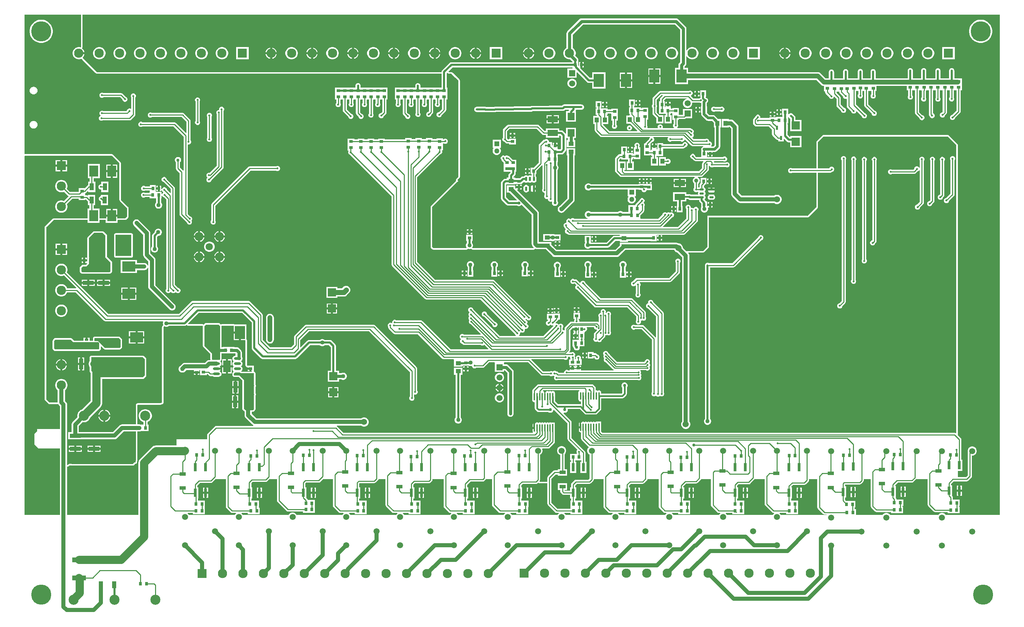
<source format=gbl>
G04*
G04 #@! TF.GenerationSoftware,Altium Limited,Altium Designer,23.10.1 (27)*
G04*
G04 Layer_Physical_Order=2*
G04 Layer_Color=16711680*
%FSLAX25Y25*%
%MOIN*%
G70*
G04*
G04 #@! TF.SameCoordinates,1ECFB1C0-1579-4D3B-9075-10E0A19D06C0*
G04*
G04*
G04 #@! TF.FilePolarity,Positive*
G04*
G01*
G75*
%ADD10C,0.01000*%
%ADD22R,0.03347X0.02756*%
%ADD24R,0.05906X0.03543*%
%ADD26C,0.03937*%
%ADD28R,0.06693X0.07284*%
%ADD29R,0.05118X0.03937*%
%ADD30R,0.03937X0.05118*%
%ADD31R,0.02756X0.03347*%
%ADD34R,0.03937X0.07087*%
%ADD39R,0.09843X0.12992*%
%ADD45R,0.07480X0.11811*%
%ADD46O,0.06890X0.02362*%
%ADD52R,0.03000X0.08000*%
%ADD63R,0.02362X0.03937*%
%ADD121C,0.04000*%
%ADD122C,0.02000*%
%ADD123C,0.08000*%
%ADD124C,0.01500*%
%ADD125C,0.03000*%
%ADD126C,0.02500*%
%ADD127C,0.04500*%
%ADD128C,0.05000*%
%ADD136C,0.19685*%
%ADD137C,0.09055*%
%ADD138R,0.09055X0.09055*%
%ADD139C,0.05906*%
%ADD140R,0.05906X0.05906*%
%ADD141R,0.05000X0.05000*%
%ADD142C,0.05000*%
%ADD143R,0.09055X0.09055*%
%ADD144C,0.09843*%
%ADD145C,0.08661*%
%ADD146C,0.07087*%
%ADD147C,0.02000*%
%ADD148C,0.04000*%
%ADD149C,0.03000*%
%ADD150C,0.06000*%
%ADD151C,0.02362*%
%ADD152R,0.08661X0.11024*%
%ADD153R,0.03937X0.10630*%
%ADD154R,0.10630X0.03937*%
%ADD155R,0.12992X0.09843*%
%ADD156R,0.13780X0.05118*%
%ADD157R,0.03740X0.02362*%
%ADD158R,0.05118X0.13780*%
%ADD159O,0.04331X0.01968*%
%ADD160R,0.04331X0.01968*%
%ADD161O,0.01260X0.07874*%
%ADD162R,0.01260X0.07874*%
%ADD163R,0.07874X0.07874*%
%ADD164R,0.10000X0.06000*%
%ADD165O,0.01968X0.04331*%
%ADD166R,0.01968X0.04331*%
%ADD167R,0.15400X0.20800*%
G36*
X58571Y555717D02*
X58569Y555709D01*
Y555590D01*
X58513Y555509D01*
X58224Y555210D01*
X57129Y555428D01*
X55942D01*
X54777Y555196D01*
X53680Y554742D01*
X52693Y554082D01*
X51854Y553242D01*
X51194Y552255D01*
X50740Y551158D01*
X50508Y549994D01*
Y548806D01*
X50740Y547642D01*
X51194Y546545D01*
X51854Y545558D01*
X52693Y544718D01*
X53680Y544059D01*
X54777Y543604D01*
X55942Y543372D01*
X57129D01*
X58294Y543604D01*
X58564Y543716D01*
X59040Y543839D01*
X59040Y543839D01*
X59041Y543839D01*
X59041Y543838D01*
X59057Y543822D01*
X59066Y543803D01*
X59066Y543803D01*
X59106Y543768D01*
X59139Y543708D01*
X59139Y543708D01*
X59182Y543672D01*
X59217Y543620D01*
X59231Y543606D01*
X59231Y543606D01*
X59232Y543605D01*
X59232Y543605D01*
X60018Y542819D01*
X60019Y542818D01*
X72805Y530032D01*
X72806Y530032D01*
X72806Y530031D01*
X72806Y530031D01*
X72806Y530031D01*
X72912Y529925D01*
X72919Y529921D01*
X72923Y529914D01*
X73023Y529849D01*
X73106Y529762D01*
X73131Y529750D01*
X73150Y529731D01*
X73151Y529731D01*
X73287Y529675D01*
X73408Y529594D01*
X73409Y529594D01*
X73410Y529593D01*
X73416Y529590D01*
X73420Y529589D01*
X73423Y529588D01*
X73423Y529588D01*
X73430Y529586D01*
X73650Y529495D01*
X73657Y529491D01*
X73657Y529491D01*
X73659Y529490D01*
X73660Y529489D01*
X73668Y529486D01*
X73794Y529461D01*
X73911Y529409D01*
X73911Y529409D01*
X73932Y529408D01*
X73944Y529403D01*
X73959D01*
X73982Y529394D01*
X73982Y529394D01*
X74113Y529397D01*
X74242Y529371D01*
X74246Y529372D01*
X74251Y529371D01*
X411312D01*
Y515689D01*
X410687D01*
Y515689D01*
X410605Y515689D01*
Y515689D01*
X404259D01*
Y515689D01*
X404177Y515689D01*
Y515689D01*
X397830D01*
Y515689D01*
X397748Y515689D01*
Y515689D01*
X391402D01*
Y515689D01*
X391320Y515689D01*
Y515689D01*
X390695D01*
Y517547D01*
X390600Y518027D01*
Y518098D01*
X390573Y518164D01*
X390501Y518523D01*
X390298Y518827D01*
X390219Y519017D01*
X390074Y519163D01*
X389949Y519350D01*
X389762Y519475D01*
X389516Y519720D01*
X389195Y519853D01*
X389122Y519902D01*
X389035Y519919D01*
X388597Y520101D01*
X387603D01*
X386684Y519720D01*
X385981Y519017D01*
X385600Y518098D01*
Y517560D01*
X385597Y517547D01*
Y515689D01*
X384973D01*
Y515689D01*
X384891Y515689D01*
Y515689D01*
X378545D01*
Y515689D01*
X378463Y515689D01*
Y515689D01*
X372116D01*
Y515689D01*
X372034Y515689D01*
Y515689D01*
X365687D01*
Y510284D01*
X365687Y509933D01*
X365687Y509433D01*
Y504028D01*
X366822D01*
Y500693D01*
X366641Y500513D01*
X366261Y499594D01*
Y498600D01*
X366641Y497681D01*
X367344Y496978D01*
X368263Y496597D01*
X369258D01*
X370177Y496978D01*
X370880Y497681D01*
X371261Y498600D01*
Y499594D01*
X370900Y500465D01*
Y503674D01*
X371253Y504028D01*
X371616D01*
X372116Y504028D01*
X372534Y504028D01*
X373250D01*
Y490711D01*
X373405Y489930D01*
X373847Y489269D01*
X375800Y487316D01*
Y487203D01*
X376181Y486284D01*
X376884Y485581D01*
X377803Y485200D01*
X378797D01*
X379716Y485581D01*
X380419Y486284D01*
X380800Y487203D01*
Y488197D01*
X380419Y489116D01*
X379716Y489819D01*
X378797Y490200D01*
X378684D01*
X377328Y491555D01*
Y503674D01*
X377682Y504028D01*
X378463Y504028D01*
X378815Y504028D01*
X379325Y504028D01*
X379679Y503674D01*
Y500693D01*
X379498Y500513D01*
X379118Y499594D01*
Y498600D01*
X379498Y497681D01*
X380202Y496978D01*
X381120Y496597D01*
X382115D01*
X383034Y496978D01*
X383737Y497681D01*
X384118Y498600D01*
Y499594D01*
X383757Y500465D01*
Y503674D01*
X384111Y504028D01*
X384473D01*
X384973Y504028D01*
X385391Y504028D01*
X386107D01*
Y490739D01*
X385800Y489997D01*
Y489003D01*
X386181Y488084D01*
X386884Y487381D01*
X387803Y487000D01*
X388797D01*
X389716Y487381D01*
X390419Y488084D01*
X390800Y489003D01*
Y489997D01*
X390419Y490916D01*
X390186Y491150D01*
Y503674D01*
X390539Y504028D01*
X391320Y504028D01*
X391672Y504028D01*
X392182Y504028D01*
X392536Y503674D01*
Y500693D01*
X392356Y500513D01*
X391975Y499594D01*
Y498600D01*
X392356Y497681D01*
X393059Y496978D01*
X393978Y496597D01*
X394972D01*
X395891Y496978D01*
X396594Y497681D01*
X396975Y498600D01*
Y499594D01*
X396614Y500465D01*
Y503674D01*
X396968Y504028D01*
X397330D01*
X397830Y504028D01*
X398248Y504028D01*
X398964D01*
Y492548D01*
X398416Y492000D01*
X398303D01*
X397384Y491619D01*
X396681Y490916D01*
X396300Y489997D01*
Y489003D01*
X396681Y488084D01*
X397384Y487381D01*
X398303Y487000D01*
X399297D01*
X400216Y487381D01*
X400919Y488084D01*
X401300Y489003D01*
Y489116D01*
X402445Y490262D01*
X402887Y490923D01*
X403043Y491704D01*
Y503674D01*
X403396Y504028D01*
X404177Y504028D01*
X404529Y504028D01*
X405039Y504028D01*
X405393Y503674D01*
Y500693D01*
X405213Y500513D01*
X404832Y499594D01*
Y498600D01*
X405213Y497681D01*
X405916Y496978D01*
X406835Y496597D01*
X407829D01*
X408748Y496978D01*
X409451Y497681D01*
X409832Y498600D01*
Y499594D01*
X409471Y500465D01*
Y503674D01*
X409825Y504028D01*
X410187D01*
X410687Y504028D01*
X411105Y504028D01*
X411822D01*
Y494905D01*
X408616Y491700D01*
X408503D01*
X407584Y491319D01*
X406881Y490616D01*
X406500Y489697D01*
Y488703D01*
X406881Y487784D01*
X407584Y487081D01*
X408503Y486700D01*
X409497D01*
X410416Y487081D01*
X411119Y487784D01*
X411500Y488703D01*
Y488816D01*
X415303Y492619D01*
X415303Y492619D01*
X415745Y493280D01*
X415900Y494061D01*
X415900Y494061D01*
Y504028D01*
X417034D01*
Y509433D01*
X417034Y509784D01*
X417034Y510284D01*
Y515689D01*
X416410D01*
Y529905D01*
X416557Y530053D01*
X416678Y530104D01*
X416825Y530146D01*
X416862Y530139D01*
X417218Y530006D01*
X417221Y530000D01*
X417302Y529920D01*
X417409Y529850D01*
X417432Y529826D01*
X417432Y529826D01*
X417445Y529820D01*
X417536Y529730D01*
X417573Y529715D01*
X417604Y529688D01*
X417604Y529688D01*
X417686Y529659D01*
X417758Y529609D01*
X417758Y529608D01*
X417781Y529603D01*
X417800Y529591D01*
X417808Y529589D01*
X417808Y529589D01*
X417926Y529541D01*
X418044Y529492D01*
X418045Y529492D01*
X418052Y529487D01*
X418138Y529470D01*
X418217Y529429D01*
X418217Y529429D01*
X418280Y529424D01*
X418338Y529400D01*
X418489Y529400D01*
X418637Y529371D01*
X418787Y529371D01*
X418787Y529371D01*
X420816D01*
X420816Y529371D01*
X420816Y529370D01*
X420816Y529370D01*
X420824Y529367D01*
X420831Y529362D01*
X421057Y529269D01*
X421065Y529267D01*
X421071Y529265D01*
X421072Y529264D01*
X421073Y529264D01*
X421073Y529264D01*
X421179Y529158D01*
X421179Y529158D01*
X421180Y529157D01*
X421180Y529157D01*
X424819Y525519D01*
X424819Y525519D01*
X427557Y522780D01*
X427557Y522780D01*
X427558Y522779D01*
X427558Y522779D01*
X427558Y522779D01*
X427662Y522675D01*
X427664Y522672D01*
X427666Y522664D01*
X427766Y522423D01*
X427770Y522417D01*
X427770Y522414D01*
X427770Y522266D01*
X427771Y522265D01*
Y512700D01*
Y428835D01*
Y428685D01*
X427771Y428684D01*
X427770Y428684D01*
X427770Y428684D01*
X427767Y428676D01*
X427762Y428669D01*
X427669Y428443D01*
X427667Y428435D01*
X427665Y428429D01*
X427664Y428428D01*
X427664Y428427D01*
X427664Y428427D01*
X427558Y428321D01*
X427558Y428321D01*
X427557Y428320D01*
X427557Y428320D01*
X425945Y426707D01*
X425790Y426476D01*
X425629Y426248D01*
X425624Y426228D01*
X425613Y426211D01*
X425559Y425938D01*
X425497Y425666D01*
X425481Y425031D01*
X425484Y425010D01*
X425480Y424991D01*
X425534Y424717D01*
X425567Y424530D01*
X401125Y400088D01*
X401041Y399962D01*
X400935Y399856D01*
X400932Y399848D01*
X400926Y399842D01*
X400926Y399842D01*
X400876Y399719D01*
X400801Y399609D01*
X400801Y399609D01*
X400799Y399600D01*
X400794Y399592D01*
X400792Y399584D01*
X400792Y399583D01*
X400695Y399350D01*
X400691Y399343D01*
X400691Y399343D01*
X400690Y399338D01*
X400687Y399334D01*
X400658Y399187D01*
X400600Y399048D01*
Y399033D01*
X400595Y399018D01*
X400594Y399018D01*
X400597Y398887D01*
X400571Y398758D01*
X400571Y398754D01*
X400571Y398749D01*
Y359986D01*
X400600Y359838D01*
X400600Y359687D01*
X400600Y359686D01*
Y359686D01*
X400600Y359686D01*
X400654Y359556D01*
X400680Y359418D01*
X400680Y359418D01*
X400685Y359410D01*
X400687Y359401D01*
X400692Y359393D01*
X400692Y359393D01*
X400792Y359152D01*
X400792Y359152D01*
X400794Y359143D01*
X400877Y359019D01*
X400934Y358880D01*
X400934Y358880D01*
X400935Y358880D01*
X400935Y358879D01*
X401041Y358772D01*
X401125Y358647D01*
X401231Y358541D01*
X401232Y358541D01*
X401940Y357832D01*
X401940Y357832D01*
X401941Y357832D01*
X401941Y357831D01*
X401941Y357831D01*
X402047Y357725D01*
X402054Y357721D01*
X402058Y357714D01*
X402158Y357649D01*
X402241Y357561D01*
X402266Y357550D01*
X402285Y357531D01*
X402286Y357530D01*
X402422Y357475D01*
X402543Y357394D01*
X402544Y357394D01*
X402545Y357393D01*
X402551Y357390D01*
X402555Y357389D01*
X402558Y357388D01*
X402558Y357387D01*
X402565Y357386D01*
X402785Y357295D01*
X402792Y357291D01*
X402792Y357291D01*
X402794Y357290D01*
X402795Y357289D01*
X402803Y357286D01*
X402929Y357261D01*
X403046Y357209D01*
X403046Y357209D01*
X403067Y357208D01*
X403079Y357203D01*
X403094D01*
X403117Y357194D01*
X403117Y357194D01*
X403248Y357197D01*
X403377Y357171D01*
X403381Y357172D01*
X403386Y357171D01*
X435261D01*
X435261Y357171D01*
X435361Y357171D01*
X435458Y357190D01*
X435493Y357188D01*
X435494Y357188D01*
X435524Y357200D01*
X435645Y357198D01*
X435784Y357224D01*
X435826Y357241D01*
X435828D01*
X435866Y357257D01*
X435920Y357279D01*
X435929Y357280D01*
X435933Y357282D01*
X435937Y357284D01*
X436088Y357314D01*
X436095Y357317D01*
X436208Y357393D01*
X436335Y357442D01*
X436350Y357452D01*
X436363Y357464D01*
X436379Y357471D01*
X436485Y357577D01*
X436592Y357648D01*
X436658Y357748D01*
X436781Y357865D01*
X437249Y358038D01*
X438139Y357800D01*
X439061D01*
X439951Y358038D01*
X440333Y357978D01*
X440421Y357853D01*
X440516Y357764D01*
X440588Y357655D01*
X440730Y357560D01*
X440854Y357443D01*
X440976Y357396D01*
X441084Y357323D01*
X441111Y357313D01*
X441267Y357281D01*
X441415Y357222D01*
X441552Y357197D01*
X441686Y357198D01*
X441696Y357196D01*
X441700Y357197D01*
X441833Y357171D01*
X501206D01*
X501287Y357187D01*
X501370Y357179D01*
X501578Y357244D01*
X501791Y357287D01*
X501860Y357333D01*
X501939Y357358D01*
X502106Y357498D01*
X502287Y357619D01*
X502333Y357687D01*
X502397Y357740D01*
X502688Y358102D01*
X502921Y358153D01*
X502935Y358143D01*
X503786Y357790D01*
X504700Y357670D01*
X513223D01*
X519789Y351104D01*
X520520Y350543D01*
X521372Y350190D01*
X522285Y350070D01*
X582785D01*
X583699Y350190D01*
X584550Y350543D01*
X585281Y351104D01*
X591147Y356970D01*
X638761D01*
X639299Y356037D01*
X640137Y355199D01*
X641163Y354607D01*
X642171Y354337D01*
X646670Y349838D01*
Y189234D01*
X646599Y189163D01*
X646007Y188137D01*
X645700Y186992D01*
Y185808D01*
X646007Y184663D01*
X646599Y183637D01*
X647437Y182799D01*
X648463Y182207D01*
X649608Y181900D01*
X650792D01*
X651937Y182207D01*
X652963Y182799D01*
X653801Y183637D01*
X654393Y184663D01*
X654700Y185808D01*
Y186992D01*
X654393Y188137D01*
X653801Y189163D01*
X653730Y189234D01*
Y351300D01*
X653730Y351300D01*
X653610Y352214D01*
X653257Y353065D01*
X652696Y353796D01*
X652584Y353909D01*
X652775Y354371D01*
X667049D01*
X667197Y354400D01*
X667348Y354400D01*
X667349Y354400D01*
X667349D01*
X667349Y354400D01*
X667479Y354454D01*
X667617Y354480D01*
X667617Y354480D01*
X667625Y354485D01*
X667634Y354487D01*
X667642Y354492D01*
X667642Y354492D01*
X667883Y354592D01*
X667883Y354592D01*
X667892Y354594D01*
X668016Y354677D01*
X668155Y354734D01*
X668155Y354734D01*
X668155Y354734D01*
X668156Y354735D01*
X668262Y354841D01*
X668388Y354925D01*
X668494Y355031D01*
X668495Y355032D01*
X670331Y356869D01*
X672168Y358705D01*
X672168Y358706D01*
X672275Y358812D01*
X672359Y358938D01*
X672465Y359044D01*
X672468Y359052D01*
X672474Y359058D01*
X672474Y359058D01*
X672524Y359181D01*
X672599Y359291D01*
X672599Y359291D01*
X672601Y359300D01*
X672606Y359308D01*
X672608Y359316D01*
X672608Y359317D01*
X672708Y359558D01*
X672708Y359558D01*
X672713Y359565D01*
X672739Y359696D01*
X672793Y359819D01*
X672793Y359819D01*
X672793Y359836D01*
X672800Y359852D01*
X672800Y360003D01*
X672829Y360151D01*
X672829Y360301D01*
X672829Y360301D01*
Y388871D01*
X768698D01*
X768741Y388840D01*
X768742Y388840D01*
X768761Y388836D01*
X768777Y388825D01*
X768925Y388795D01*
X769064Y388738D01*
X769102Y388738D01*
X769137Y388725D01*
X769232Y388729D01*
X769324Y388708D01*
X769343Y388712D01*
X769363Y388708D01*
X769510Y388737D01*
X769661Y388737D01*
X769696Y388752D01*
X769734Y388754D01*
X769734Y388754D01*
X769819Y388794D01*
X769912Y388810D01*
X769928Y388821D01*
X769948Y388824D01*
X769998Y388858D01*
X770077Y388891D01*
X770077Y388891D01*
X770092Y388894D01*
X770100Y388899D01*
X770109Y388901D01*
X770109Y388901D01*
X770190Y388956D01*
X770212Y388966D01*
X770250Y388991D01*
X770355Y389035D01*
X770462Y389141D01*
X770588Y389225D01*
X778875Y397512D01*
X778959Y397638D01*
X779065Y397744D01*
X779068Y397752D01*
X779074Y397758D01*
X779074Y397758D01*
X779124Y397881D01*
X779199Y397991D01*
X779199Y397991D01*
X779201Y398001D01*
X779206Y398008D01*
X779208Y398016D01*
X779208Y398017D01*
X779305Y398250D01*
X779309Y398257D01*
X779310Y398257D01*
X779311Y398262D01*
X779313Y398266D01*
X779342Y398413D01*
X779400Y398552D01*
Y398567D01*
X779405Y398582D01*
X779406Y398582D01*
X779403Y398713D01*
X779429Y398842D01*
X779428Y398846D01*
X779429Y398851D01*
Y432576D01*
X791715D01*
X792495Y432731D01*
X793157Y433173D01*
X793384Y433400D01*
X793497D01*
X794416Y433781D01*
X795119Y434484D01*
X795500Y435403D01*
Y436397D01*
X795119Y437316D01*
X794416Y438019D01*
X793497Y438400D01*
X792503D01*
X791584Y438019D01*
X790881Y437316D01*
X790606Y436654D01*
X779429D01*
Y462366D01*
X784934Y467871D01*
X906466D01*
X914716Y459621D01*
Y177914D01*
X914216Y177726D01*
X913680Y178084D01*
X912900Y178239D01*
X568445D01*
X567351Y179333D01*
Y188937D01*
X563091D01*
Y188937D01*
X562662Y188979D01*
X562610Y188969D01*
X561831Y188813D01*
X561383Y188514D01*
X560934Y188813D01*
X560103Y188979D01*
X559272Y188813D01*
X558824Y188514D01*
X558375Y188813D01*
X557544Y188979D01*
X556713Y188813D01*
X556265Y188514D01*
X555816Y188813D01*
X554985Y188979D01*
X554154Y188813D01*
X553706Y188514D01*
X553257Y188813D01*
X552426Y188979D01*
X551595Y188813D01*
X551146Y188514D01*
X550698Y188813D01*
X549867Y188979D01*
X549036Y188813D01*
X548331Y188343D01*
X548212Y188164D01*
X548211Y188164D01*
X547860Y187638D01*
X547695Y186807D01*
Y183500D01*
X547308D01*
Y182500D01*
X545646D01*
Y180193D01*
X545773Y179557D01*
X546133Y179018D01*
X546672Y178658D01*
X547308Y178531D01*
X547441Y178558D01*
X547828Y178240D01*
Y172449D01*
X547983Y171669D01*
X548425Y171007D01*
X554674Y164758D01*
X555135Y164450D01*
X555243Y163911D01*
X555226Y163834D01*
X554686Y163295D01*
X554100Y162279D01*
X553797Y161147D01*
Y159975D01*
X554100Y158842D01*
X554686Y157827D01*
X555515Y156998D01*
X556210Y156596D01*
Y133394D01*
X555055Y132239D01*
X542800D01*
X542020Y132084D01*
X541358Y131642D01*
X538543Y128827D01*
X538101Y128165D01*
X537946Y127385D01*
Y124900D01*
X536985D01*
Y121439D01*
X531645D01*
X531624Y121460D01*
Y122239D01*
X534038D01*
Y128782D01*
X525132D01*
Y122239D01*
X527546D01*
Y120615D01*
X527701Y119835D01*
X528143Y119173D01*
X529358Y117958D01*
X529358Y117958D01*
X530020Y117516D01*
X530800Y117361D01*
X530800Y117361D01*
X536985D01*
Y113900D01*
X537946D01*
Y111739D01*
X537390D01*
Y105392D01*
X537390D01*
Y104904D01*
X537390D01*
Y103770D01*
X524814D01*
X518839Y109745D01*
Y133255D01*
X522834Y137251D01*
X525132D01*
Y136018D01*
X534038D01*
Y142561D01*
X531624D01*
Y157166D01*
X532285Y157827D01*
X532871Y158842D01*
X533175Y159975D01*
Y161147D01*
X532871Y162279D01*
X532285Y163295D01*
X531456Y164124D01*
X530441Y164710D01*
X529308Y165013D01*
X528136D01*
X527003Y164710D01*
X525988Y164124D01*
X525159Y163295D01*
X524573Y162279D01*
X524269Y161147D01*
Y159975D01*
X524573Y158842D01*
X525159Y157827D01*
X525988Y156998D01*
X527003Y156411D01*
X527546Y156266D01*
Y142561D01*
X525132D01*
Y141329D01*
X521990D01*
X521209Y141174D01*
X520548Y140732D01*
X515358Y135542D01*
X514916Y134880D01*
X514761Y134100D01*
Y130229D01*
X507393D01*
X507358Y130257D01*
X507307Y130329D01*
X507203Y130799D01*
X507226Y130908D01*
X507247Y130955D01*
X507252Y130964D01*
X507500Y131335D01*
X507655Y132116D01*
X507655Y132116D01*
Y156596D01*
X508350Y156998D01*
X509179Y157827D01*
X509765Y158842D01*
X510069Y159975D01*
Y161147D01*
X509797Y162161D01*
X510055Y162661D01*
X515500D01*
X516280Y162816D01*
X516942Y163258D01*
X521522Y167839D01*
X521964Y168500D01*
X522120Y169280D01*
Y177354D01*
X522210D01*
Y188228D01*
X517950D01*
Y188228D01*
X517521Y188270D01*
X517470Y188260D01*
X516690Y188105D01*
X516242Y187805D01*
X515793Y188105D01*
X514962Y188270D01*
X514131Y188105D01*
X513683Y187805D01*
X513234Y188105D01*
X512403Y188270D01*
X511572Y188105D01*
X511124Y187805D01*
X510675Y188105D01*
X509844Y188270D01*
X509013Y188105D01*
X508565Y187805D01*
X508116Y188105D01*
X507285Y188270D01*
X506454Y188105D01*
X506005Y187805D01*
X505557Y188105D01*
X504726Y188270D01*
X503895Y188105D01*
X503190Y187634D01*
X503071Y187455D01*
X503070Y187455D01*
X502719Y186930D01*
X502554Y186098D01*
Y182791D01*
X502167D01*
Y181791D01*
X500505D01*
Y179484D01*
X500632Y178848D01*
X500705Y178739D01*
X500437Y178239D01*
X315345D01*
X309342Y184242D01*
X308851Y184570D01*
X309003Y185070D01*
X332666D01*
X332737Y184999D01*
X333763Y184407D01*
X334908Y184100D01*
X336092D01*
X337237Y184407D01*
X338263Y184999D01*
X339101Y185837D01*
X339693Y186863D01*
X340000Y188008D01*
Y189192D01*
X339693Y190337D01*
X339101Y191363D01*
X338263Y192201D01*
X337237Y192793D01*
X336092Y193100D01*
X334908D01*
X333763Y192793D01*
X332737Y192201D01*
X332666Y192130D01*
X230262D01*
X225715Y196677D01*
Y198671D01*
X226800D01*
X227385Y198787D01*
X227881Y199119D01*
X228881Y200119D01*
X229213Y200615D01*
X229329Y201200D01*
Y214093D01*
X229362Y214149D01*
X229600Y215039D01*
Y215961D01*
X229362Y216851D01*
X229329Y216906D01*
Y222593D01*
X229362Y222649D01*
X229600Y223539D01*
Y224461D01*
X229362Y225351D01*
X229329Y225407D01*
Y236200D01*
X229213Y236785D01*
X228881Y237281D01*
X228767Y237396D01*
X228271Y237727D01*
X228092Y237763D01*
X227682Y237914D01*
X227658Y238320D01*
Y243678D01*
X221441D01*
X221441Y243678D01*
X221434Y243680D01*
X221333Y243696D01*
X221323Y243700D01*
X221314Y243705D01*
X221241Y243778D01*
X221236Y243781D01*
X221235Y243782D01*
X221148Y243900D01*
X221148Y243900D01*
X221119Y243940D01*
X221104Y243971D01*
X221104Y243972D01*
X221104Y243972D01*
X221044Y244053D01*
X221039Y244065D01*
X221036Y244075D01*
X221036Y244075D01*
X221036Y244076D01*
Y244177D01*
X221029Y244212D01*
Y268118D01*
X221001Y268262D01*
Y268262D01*
X221000Y268266D01*
Y268417D01*
X220967Y268581D01*
X220967Y268581D01*
Y268581D01*
X220914Y268711D01*
X220891Y268830D01*
X220891Y268830D01*
X220886Y268838D01*
X220884Y268847D01*
X220863Y268880D01*
X220858Y268901D01*
X220837Y268953D01*
X220775Y269045D01*
X220739Y269132D01*
X220739Y269132D01*
X220739Y269133D01*
X220717Y269165D01*
X220688Y269195D01*
X220672Y269235D01*
X220598Y269311D01*
X220506Y269449D01*
X220469Y269485D01*
X220393Y269535D01*
X220381Y269548D01*
Y284096D01*
X208665D01*
X208624Y284124D01*
X208595Y284129D01*
X208571Y284149D01*
X208550Y284154D01*
X208521Y284173D01*
X208469Y284195D01*
X208361Y284216D01*
X208274Y284253D01*
X208234Y284261D01*
X208234D01*
X208234Y284261D01*
X208184Y284274D01*
X208090Y284281D01*
X207995Y284307D01*
X207939Y284312D01*
X207905Y284307D01*
X207884Y284312D01*
X207875Y284310D01*
X207778Y284329D01*
X196686D01*
X196651Y284322D01*
X196550D01*
X196520Y284316D01*
X196489Y284321D01*
X196462Y284315D01*
X196459Y284315D01*
X196398Y284300D01*
X196388D01*
X196352Y284293D01*
X196331Y284284D01*
X196180Y284277D01*
X196169Y284274D01*
X196160Y284270D01*
X196158Y284270D01*
X196119Y284251D01*
X196069Y284245D01*
X196067Y284245D01*
X196014Y284216D01*
X195965Y284206D01*
X195964Y284206D01*
X195954Y284204D01*
X195949Y284202D01*
X195925Y284185D01*
X195909Y284182D01*
X195909Y284182D01*
X195902Y284177D01*
X195880Y284171D01*
X195876Y284169D01*
X195849Y284150D01*
X195824Y284138D01*
X195785Y284109D01*
X195785Y284109D01*
X195782Y284107D01*
X195734Y284072D01*
X195732Y284071D01*
X195725Y284068D01*
X195725Y284068D01*
X195711Y284062D01*
X195709Y284060D01*
X195679Y284056D01*
X195670Y284053D01*
X195568Y283995D01*
X195455Y283962D01*
X195451Y283961D01*
X195397Y283917D01*
X195360Y283903D01*
X194281Y284981D01*
X193785Y285313D01*
X193200Y285429D01*
X180900D01*
X180315Y285313D01*
X179819Y284981D01*
X178676Y283839D01*
X178674D01*
X178595Y283872D01*
X178529Y283925D01*
X178526Y283926D01*
X178386Y283967D01*
X178386Y283967D01*
X178275Y284025D01*
X178274Y284025D01*
X178267Y284029D01*
X178162Y284111D01*
X178147Y284123D01*
X178140Y284127D01*
X178135Y284130D01*
X178092Y284152D01*
X178000Y284179D01*
X177950Y284213D01*
X177898Y284223D01*
X177833Y284258D01*
X177820Y284262D01*
X177665Y284278D01*
X177517Y284322D01*
X177507Y284323D01*
X177435Y284315D01*
X177365Y284329D01*
X163505D01*
X163461Y284331D01*
X163450Y284334D01*
X163412Y284360D01*
X163335Y284444D01*
X163301Y284885D01*
X163334Y285029D01*
X173656Y295351D01*
X216144D01*
X225551Y285944D01*
Y261000D01*
X225745Y260024D01*
X226298Y259198D01*
X234498Y250998D01*
X235325Y250445D01*
X236300Y250251D01*
X268200D01*
X269176Y250445D01*
X270002Y250998D01*
X282756Y263751D01*
X292199D01*
X292451Y263499D01*
X293249Y263039D01*
X294139Y262800D01*
X295061D01*
X295951Y263039D01*
X296749Y263499D01*
X297001Y263751D01*
X301044D01*
X302903Y261892D01*
Y238852D01*
X300015D01*
Y227978D01*
X310889D01*
Y230389D01*
X313374D01*
X313783Y230154D01*
X314673Y229915D01*
X315594D01*
X316484Y230154D01*
X317283Y230614D01*
X317934Y231266D01*
X318395Y232064D01*
X318634Y232954D01*
Y233876D01*
X318395Y234766D01*
X317934Y235564D01*
X317283Y236216D01*
X316484Y236677D01*
X315594Y236915D01*
X314673D01*
X313783Y236677D01*
X313374Y236441D01*
X310889D01*
Y238852D01*
X308001D01*
Y262948D01*
X307807Y263923D01*
X307254Y264750D01*
X303902Y268102D01*
X303075Y268655D01*
X302100Y268849D01*
X297001D01*
X296749Y269101D01*
X295951Y269562D01*
X295061Y269800D01*
X294139D01*
X293249Y269562D01*
X292451Y269101D01*
X292199Y268849D01*
X281700D01*
X280725Y268655D01*
X279898Y268102D01*
X273501Y261706D01*
X273039Y261897D01*
Y268755D01*
X281645Y277361D01*
X340355D01*
X380261Y237455D01*
Y213496D01*
X380181Y213416D01*
X379800Y212497D01*
Y211503D01*
X380181Y210584D01*
X380884Y209881D01*
X381803Y209500D01*
X382797D01*
X383716Y209881D01*
X384419Y210584D01*
X384800Y211503D01*
Y212497D01*
X384419Y213416D01*
X384339Y213496D01*
Y215283D01*
X384755Y215561D01*
X384903Y215500D01*
X385897D01*
X386816Y215881D01*
X387519Y216584D01*
X387900Y217503D01*
Y218497D01*
X387519Y219416D01*
X387439Y219496D01*
Y241100D01*
X387284Y241880D01*
X386842Y242542D01*
X359030Y270354D01*
X346342Y283042D01*
X345680Y283484D01*
X344900Y283639D01*
X278700D01*
X277920Y283484D01*
X277258Y283042D01*
X267758Y273542D01*
X267316Y272880D01*
X267161Y272100D01*
Y264745D01*
X264255Y261839D01*
X243645D01*
X236439Y269045D01*
Y293100D01*
X236284Y293880D01*
X235842Y294542D01*
X224042Y306342D01*
X223380Y306784D01*
X222600Y306939D01*
X167700D01*
X166920Y306784D01*
X166258Y306342D01*
X154355Y294439D01*
X85330D01*
X44844Y334926D01*
X45182Y335742D01*
X45413Y336906D01*
Y338094D01*
X45182Y339258D01*
X44727Y340355D01*
X44068Y341342D01*
X43228Y342182D01*
X42241Y342842D01*
X41144Y343296D01*
X39979Y343528D01*
X38792D01*
X37628Y343296D01*
X36531Y342842D01*
X35544Y342182D01*
X34704Y341342D01*
X34044Y340355D01*
X33590Y339258D01*
X33358Y338094D01*
Y336906D01*
X33590Y335742D01*
X34044Y334645D01*
X34704Y333658D01*
X35544Y332818D01*
X36531Y332158D01*
X37628Y331704D01*
X38792Y331472D01*
X39979D01*
X41144Y331704D01*
X41960Y332042D01*
X53963Y320039D01*
X53756Y319539D01*
X45065D01*
X44727Y320355D01*
X44068Y321342D01*
X43228Y322182D01*
X42241Y322842D01*
X41144Y323296D01*
X39979Y323528D01*
X38792D01*
X37628Y323296D01*
X36531Y322842D01*
X35544Y322182D01*
X34704Y321342D01*
X34044Y320355D01*
X33590Y319258D01*
X33358Y318094D01*
Y316906D01*
X33590Y315742D01*
X34044Y314645D01*
X34704Y313658D01*
X35544Y312818D01*
X36531Y312158D01*
X37628Y311704D01*
X38792Y311473D01*
X39979D01*
X41144Y311704D01*
X42241Y312158D01*
X43228Y312818D01*
X44068Y313658D01*
X44727Y314645D01*
X45065Y315461D01*
X53455D01*
X81158Y287758D01*
X81158Y287758D01*
X81820Y287316D01*
X82600Y287161D01*
X138791D01*
X139041Y286728D01*
X138938Y286551D01*
X138700Y285661D01*
Y284739D01*
X138938Y283849D01*
X139182Y283427D01*
X139127Y283390D01*
X138425Y282688D01*
X138341Y282562D01*
X138235Y282456D01*
X138232Y282448D01*
X138226Y282442D01*
X138225Y282442D01*
X138176Y282319D01*
X138101Y282209D01*
X138101Y282209D01*
X138099Y282200D01*
X138094Y282192D01*
X138092Y282184D01*
X138092Y282183D01*
X137995Y281950D01*
X137991Y281943D01*
X137990Y281943D01*
X137989Y281938D01*
X137987Y281934D01*
X137958Y281787D01*
X137900Y281648D01*
Y281633D01*
X137894Y281618D01*
X137894Y281618D01*
X137897Y281487D01*
X137871Y281358D01*
X137872Y281354D01*
X137871Y281349D01*
Y255900D01*
Y208107D01*
X137851Y208008D01*
Y207960D01*
X137851Y207960D01*
X137835Y207915D01*
X137822Y207814D01*
X137788Y207717D01*
X137788Y207717D01*
X137760Y207636D01*
X137760Y207636D01*
X137715Y207558D01*
X137715Y207558D01*
X137701Y207519D01*
X137679Y207489D01*
X137679Y207489D01*
X137608Y207479D01*
X137528Y207451D01*
X137527Y207451D01*
X137527Y207451D01*
X137481Y207445D01*
X137434Y207428D01*
X137429Y207425D01*
X137398Y207421D01*
X137396Y207420D01*
X137318Y207409D01*
X137281Y207396D01*
X137152Y207397D01*
X137144Y207394D01*
X137133Y207394D01*
X137132Y207393D01*
X137121Y207389D01*
X137016Y207368D01*
X136991Y207357D01*
X136991D01*
X136890Y207315D01*
X136863Y207310D01*
X136862Y207310D01*
X136861Y207309D01*
X136856Y207308D01*
X136855Y207307D01*
X136854Y207307D01*
X136853Y207307D01*
X136852Y207306D01*
X136843Y207304D01*
X136839Y207302D01*
X136838Y207301D01*
X136838Y207301D01*
X136837Y207301D01*
X136720Y207277D01*
X136696Y207266D01*
X136589Y207194D01*
X136588Y207193D01*
X136586Y207192D01*
X136585Y207192D01*
X136457Y207139D01*
X136443Y207129D01*
X136440Y207128D01*
X136338Y207060D01*
X136334Y207058D01*
X136192Y207029D01*
X136188Y207029D01*
X114401D01*
X114401Y207029D01*
X114251D01*
X114103Y207000D01*
X113952Y207000D01*
X113813Y206942D01*
X113665Y206913D01*
X113658Y206908D01*
X113417Y206808D01*
X113408Y206806D01*
X113283Y206723D01*
X113143Y206665D01*
X113075Y206596D01*
X113064Y206592D01*
X113023Y206549D01*
X112912Y206475D01*
X112851Y206414D01*
X112767Y206289D01*
X112722Y206243D01*
X112722Y206242D01*
X112661Y206182D01*
X112656Y206172D01*
X112649Y206164D01*
X112648Y206163D01*
X112601Y206042D01*
X112527Y205935D01*
X112527Y205935D01*
X112525Y205925D01*
X112520Y205918D01*
X112518Y205909D01*
X112518Y205909D01*
X112421Y205676D01*
X112417Y205669D01*
X112417Y205669D01*
X112416Y205664D01*
X112413Y205660D01*
X112384Y205513D01*
X112326Y205375D01*
Y205359D01*
X112320Y205344D01*
X112320Y205344D01*
X112323Y205213D01*
X112297Y205084D01*
X112297Y205080D01*
X112297Y205075D01*
Y186330D01*
X98800D01*
X97886Y186210D01*
X97035Y185857D01*
X96304Y185296D01*
X89833Y178825D01*
X59985D01*
X59902Y178814D01*
X56480D01*
Y184687D01*
X60203Y188411D01*
X60868Y188279D01*
X62132D01*
X63373Y188525D01*
X64542Y189009D01*
X65593Y189712D01*
X66488Y190607D01*
X67190Y191658D01*
X67674Y192827D01*
X67725Y193079D01*
X77623Y202977D01*
X77623Y202977D01*
X78504Y204126D01*
X79058Y205464D01*
X79247Y206900D01*
X79247Y206900D01*
Y230771D01*
X119100D01*
X119685Y230887D01*
X120181Y231219D01*
X121981Y233019D01*
X122313Y233515D01*
X122429Y234100D01*
Y250200D01*
X122313Y250785D01*
X121981Y251281D01*
X120181Y253081D01*
X119685Y253413D01*
X119100Y253529D01*
X68800D01*
X68215Y253413D01*
X67719Y253081D01*
X67519Y252881D01*
X67187Y252385D01*
X67071Y251800D01*
Y248558D01*
X66776Y248174D01*
X66222Y246836D01*
X66033Y245400D01*
X66222Y243964D01*
X66776Y242626D01*
X67071Y242243D01*
Y238600D01*
X67187Y238015D01*
X67519Y237519D01*
X68152Y236885D01*
Y209198D01*
X59879Y200925D01*
X59627Y200874D01*
X58458Y200391D01*
X57407Y199688D01*
X56512Y198793D01*
X55810Y197742D01*
X55326Y196573D01*
X55079Y195332D01*
Y194068D01*
X55211Y193403D01*
X50453Y188646D01*
X49892Y187915D01*
X49540Y187063D01*
X49420Y186150D01*
Y178721D01*
X46135D01*
Y171784D01*
X52481D01*
X52950Y171723D01*
X53189Y171754D01*
X59974D01*
X60057Y171765D01*
X91295D01*
X92209Y171885D01*
X93060Y172238D01*
X93792Y172799D01*
X100262Y179270D01*
X112297D01*
Y150999D01*
X112297Y150999D01*
X112277Y150951D01*
X112226Y150887D01*
X112220Y150876D01*
X112203Y150817D01*
X112171Y150769D01*
X112170Y150766D01*
X112165Y150759D01*
X112156Y150735D01*
X112140Y150659D01*
X112140Y150658D01*
X112092Y150542D01*
X112087Y150535D01*
X112071Y150454D01*
X112068Y150448D01*
X112055Y150380D01*
X112000Y150248D01*
X112000Y150097D01*
X111971Y149949D01*
Y149395D01*
X111970Y149391D01*
X111957Y149342D01*
X111937Y149303D01*
X111937Y149302D01*
X111909Y149274D01*
X111909Y149274D01*
X111866Y149245D01*
X111866Y149245D01*
X111865Y149245D01*
X111673Y149181D01*
X111673Y149181D01*
X111672Y149181D01*
X111660Y149177D01*
X111659Y149177D01*
X111621Y149172D01*
X111492Y149129D01*
X111492Y149129D01*
X111492D01*
X111492Y149129D01*
X111451D01*
X111382Y149116D01*
X111380Y149116D01*
X111379Y149115D01*
X111311Y149102D01*
X111206Y149102D01*
X111206Y149102D01*
X111203Y149101D01*
X111200D01*
X111194Y149100D01*
X111153Y149100D01*
X111041Y149054D01*
X111036Y149053D01*
X111026Y149048D01*
X111022Y149046D01*
X110883Y149020D01*
X110883Y149020D01*
X110875Y149015D01*
X110865Y149013D01*
X110847Y149001D01*
X110847Y149001D01*
X110740Y148929D01*
X110601Y148872D01*
X110583Y148860D01*
X110541Y148818D01*
X110541Y148818D01*
X110519Y148803D01*
X110519Y148803D01*
X110519Y148803D01*
X110463Y148747D01*
X110382Y148695D01*
X110377Y148687D01*
X110351Y148669D01*
X110309Y148627D01*
X110294Y148606D01*
X110273Y148591D01*
X110273Y148591D01*
X110273Y148591D01*
X110271Y148589D01*
X110271Y148589D01*
X110267Y148586D01*
X110251Y148571D01*
X110250Y148568D01*
X110249Y148568D01*
X110248Y148567D01*
X110231Y148550D01*
X110219Y148531D01*
X110219Y148531D01*
X110162Y148446D01*
X110097Y148381D01*
X110097Y148381D01*
X110097Y148381D01*
X110094Y148377D01*
X110056Y148340D01*
X110050Y148327D01*
X110041Y148317D01*
X110028Y148298D01*
X110007Y148249D01*
X110007Y148248D01*
X110007Y148248D01*
X109970Y148159D01*
X109887Y148035D01*
X109867Y147985D01*
X109867Y147985D01*
X109866Y147985D01*
X109863Y147977D01*
X109857Y147971D01*
X109857Y147971D01*
X109826Y147890D01*
X109814Y147873D01*
X109814Y147873D01*
X109774Y147833D01*
X109763Y147816D01*
X109744Y147771D01*
X109710Y147736D01*
X109693Y147712D01*
X109686Y147694D01*
X109685Y147693D01*
X109685Y147693D01*
X109679Y147687D01*
X109679Y147687D01*
X109679Y147687D01*
X109619Y147647D01*
X109619Y147647D01*
X109619D01*
X109531Y147629D01*
X109500D01*
X109164Y147563D01*
X109084Y147529D01*
X49816D01*
X49736Y147563D01*
X49696Y147571D01*
X49695D01*
X49548Y147600D01*
X49397D01*
X49249Y147629D01*
X47602D01*
X47601Y147629D01*
X47452Y147629D01*
X47306Y147600D01*
X47305D01*
X47303Y147600D01*
X47302Y147599D01*
X47179Y147599D01*
X47151D01*
X47151Y147599D01*
X47151D01*
X47148Y147599D01*
X47011Y147541D01*
X46867Y147513D01*
X46861Y147509D01*
X46858Y147508D01*
X46617Y147408D01*
X46617Y147408D01*
X46608Y147406D01*
X46518Y147346D01*
X46414Y147310D01*
X46383Y147281D01*
X46343Y147265D01*
X46237Y147158D01*
X46237Y147158D01*
X46236Y147158D01*
X46236Y147158D01*
X46112Y147075D01*
X46006Y146969D01*
X46006Y146969D01*
X46005Y146968D01*
X46005Y146968D01*
X46005Y146968D01*
X45637Y146600D01*
X45637Y146600D01*
X45615Y146595D01*
X45585Y146583D01*
X45527Y146568D01*
X45293Y146693D01*
X45030Y146952D01*
Y205600D01*
X44910Y206514D01*
X44557Y207365D01*
X43996Y208096D01*
X42915Y209177D01*
Y219710D01*
X43227Y219918D01*
X44067Y220758D01*
X44727Y221745D01*
X45181Y222842D01*
X45413Y224006D01*
Y225194D01*
X45181Y226358D01*
X44727Y227455D01*
X44067Y228442D01*
X43227Y229282D01*
X42240Y229942D01*
X41143Y230396D01*
X39979Y230628D01*
X38791D01*
X37627Y230396D01*
X36530Y229942D01*
X35543Y229282D01*
X34703Y228442D01*
X34043Y227455D01*
X33589Y226358D01*
X33358Y225194D01*
Y224006D01*
X33589Y222842D01*
X34043Y221745D01*
X34703Y220758D01*
X35543Y219918D01*
X35855Y219710D01*
Y207715D01*
X35823Y207679D01*
X27784D01*
X24729Y210734D01*
Y234835D01*
Y362000D01*
Y379125D01*
X24753Y379149D01*
X24836Y379273D01*
X24941Y379378D01*
X24941Y379378D01*
X24943Y379380D01*
X24943Y379380D01*
X28281Y382719D01*
X28282Y382719D01*
X31620Y386057D01*
X31620Y386057D01*
X31621Y386058D01*
X31727Y386164D01*
X31727Y386164D01*
X31733Y386167D01*
X31741Y386168D01*
X31977Y386266D01*
X31984Y386271D01*
X32135D01*
X32135Y386271D01*
X65154D01*
Y383488D01*
X76816D01*
Y386271D01*
X82784D01*
X82871Y385782D01*
Y383488D01*
X94532D01*
Y385782D01*
X94619Y386271D01*
X101698D01*
X101699Y386271D01*
X101848Y386271D01*
X101994Y386300D01*
X101995D01*
X101997Y386300D01*
X101998Y386300D01*
X102121Y386301D01*
X102149D01*
X102149Y386301D01*
X102149D01*
X102152Y386301D01*
X102289Y386359D01*
X102433Y386387D01*
X102439Y386391D01*
X102442Y386392D01*
X102683Y386492D01*
X102683Y386492D01*
X102692Y386494D01*
X102782Y386554D01*
X102886Y386591D01*
X102917Y386619D01*
X102957Y386635D01*
X103063Y386742D01*
X103063Y386742D01*
X103064Y386742D01*
X103064Y386742D01*
X103188Y386825D01*
X103294Y386931D01*
X103294Y386931D01*
X103295Y386932D01*
X103295Y386932D01*
X104468Y388105D01*
X104468Y388106D01*
X104469Y388106D01*
X104469Y388106D01*
X104469Y388106D01*
X104575Y388212D01*
X104577Y388216D01*
X104581Y388219D01*
X104657Y388333D01*
X104755Y388430D01*
X104761Y388442D01*
X104769Y388450D01*
X104770Y388451D01*
X104775Y388464D01*
X104785Y388475D01*
X104833Y388599D01*
X104906Y388708D01*
X104906Y388708D01*
X104907Y388710D01*
X104910Y388716D01*
X104910Y388717D01*
X104910Y388717D01*
X104911Y388725D01*
X105005Y388950D01*
X105009Y388957D01*
X105009Y388957D01*
X105010Y388958D01*
X105010Y388959D01*
X105013Y388966D01*
X105038Y389093D01*
X105091Y389211D01*
X105091Y389211D01*
X105092Y389232D01*
X105097Y389244D01*
Y389259D01*
X105105Y389282D01*
X105106Y389282D01*
X105103Y389413D01*
X105129Y389542D01*
X105128Y389546D01*
X105129Y389551D01*
Y397598D01*
X105129Y397599D01*
X105129Y397748D01*
X105100Y397894D01*
Y397895D01*
X105100Y397897D01*
X105099Y397898D01*
X105099Y398021D01*
Y398049D01*
X105099Y398049D01*
Y398049D01*
X105099Y398052D01*
X105041Y398189D01*
X105013Y398333D01*
X105009Y398340D01*
X105008Y398342D01*
X104908Y398583D01*
X104908Y398583D01*
X104906Y398592D01*
X104846Y398682D01*
X104809Y398786D01*
X104781Y398817D01*
X104765Y398857D01*
X104658Y398963D01*
X104658Y398963D01*
X104658Y398964D01*
X104657Y398964D01*
X104575Y399088D01*
X104469Y399194D01*
X104469Y399194D01*
X104468Y399195D01*
X104468Y399195D01*
X97843Y405820D01*
X97842Y405821D01*
X97736Y405927D01*
X97736Y405927D01*
X97734Y405935D01*
X97634Y406177D01*
X97629Y406184D01*
X97629Y406184D01*
Y441499D01*
X97629Y441499D01*
Y441649D01*
X97629Y441653D01*
X97629Y441656D01*
X97600Y441801D01*
X97600Y441837D01*
Y441948D01*
X97600Y441948D01*
Y441949D01*
X97600Y441949D01*
X97542Y442088D01*
X97513Y442234D01*
X97511Y442237D01*
X97510Y442241D01*
X97510Y442241D01*
X97506Y442248D01*
X97408Y442483D01*
X97408Y442483D01*
X97406Y442491D01*
X97323Y442616D01*
X97266Y442754D01*
X97266Y442755D01*
X97266Y442755D01*
X97266Y442755D01*
X97159Y442862D01*
X97159Y442862D01*
X97159Y442862D01*
X97075Y442988D01*
X96969Y443094D01*
X96968Y443095D01*
X90061Y450002D01*
X89964Y450067D01*
X89886Y450152D01*
X89657Y450321D01*
X89657Y450321D01*
X89657Y450321D01*
X89628Y450343D01*
X89596Y450357D01*
X89544Y450395D01*
X89531Y450408D01*
X89523Y450411D01*
X89514Y450418D01*
X89457Y450444D01*
X89432Y450465D01*
X89398Y450475D01*
X89370Y450496D01*
X89339Y450510D01*
X89318Y450515D01*
X89194Y450599D01*
X89183Y450603D01*
X89173Y450605D01*
X89171Y450606D01*
X89068Y450627D01*
X88974Y450671D01*
X88972Y450671D01*
X88962Y450676D01*
X88952Y450678D01*
X88801Y450685D01*
X88781Y450693D01*
X88748Y450700D01*
X88700D01*
X88586Y450723D01*
X88483D01*
X88449Y450729D01*
X3826D01*
X3783Y450721D01*
X3709Y450729D01*
X3682Y450735D01*
X3603Y450766D01*
X3306Y451025D01*
X3252Y451134D01*
X3239Y451182D01*
X3239Y586961D01*
X58571D01*
Y555717D01*
D02*
G37*
G36*
X957361Y97600D02*
X904651D01*
X904436Y97973D01*
X903607Y98802D01*
X902591Y99389D01*
X901459Y99692D01*
X900286D01*
X899154Y99389D01*
X898138Y98802D01*
X897309Y97973D01*
X897094Y97600D01*
X850128D01*
X849936Y97934D01*
X849107Y98763D01*
X848091Y99349D01*
X846959Y99653D01*
X845786D01*
X844654Y99349D01*
X843638Y98763D01*
X842809Y97934D01*
X842616Y97600D01*
X816584D01*
Y103388D01*
X815339D01*
Y105042D01*
X816178D01*
Y111388D01*
X810422D01*
Y111388D01*
X810273D01*
Y111388D01*
X807105D01*
X805939Y112554D01*
Y114615D01*
X806900D01*
Y125615D01*
X805939D01*
Y127461D01*
X820300D01*
X821080Y127616D01*
X821742Y128058D01*
X823769Y130086D01*
X824212Y130747D01*
X824367Y131528D01*
Y132600D01*
X831161D01*
Y106100D01*
X831316Y105320D01*
X831758Y104658D01*
X835243Y101173D01*
X835905Y100731D01*
X836685Y100576D01*
X851122D01*
Y99442D01*
X856528D01*
X856878Y99442D01*
X857378Y99442D01*
X862784D01*
Y105788D01*
X862145D01*
Y106542D01*
X862984D01*
Y112888D01*
X857578D01*
X857228Y112888D01*
X856739Y112888D01*
X856239Y112916D01*
Y113100D01*
X856084Y113880D01*
X855660Y114515D01*
X855670Y114560D01*
X855800Y115015D01*
X855800Y115015D01*
X855800Y115015D01*
Y126015D01*
X854983D01*
X854899Y126515D01*
X857645Y129261D01*
X871300D01*
X872080Y129416D01*
X872742Y129858D01*
X875484Y132600D01*
X886761D01*
Y107800D01*
X886916Y107020D01*
X887358Y106358D01*
X892643Y101073D01*
X893305Y100631D01*
X894085Y100476D01*
X894085Y100476D01*
X906422D01*
Y99342D01*
X911828D01*
X912178Y99342D01*
X912678Y99342D01*
X918083D01*
Y105688D01*
X917345D01*
Y106342D01*
X918184D01*
Y112688D01*
X912778D01*
X912428Y112688D01*
X911939Y112688D01*
X911439Y112716D01*
Y114900D01*
X911284Y115680D01*
X910842Y116342D01*
X910800Y116384D01*
Y126915D01*
X909839D01*
Y128055D01*
X912345Y130561D01*
X925100D01*
X925880Y130716D01*
X926542Y131158D01*
X929570Y134186D01*
X930011Y134847D01*
X930167Y135628D01*
X930167Y135628D01*
Y155747D01*
X930986D01*
X932119Y156051D01*
X933134Y156637D01*
X933963Y157466D01*
X934549Y158481D01*
X934853Y159614D01*
Y160786D01*
X934549Y161919D01*
X933963Y162934D01*
X933134Y163763D01*
X932119Y164349D01*
X930986Y164653D01*
X929814D01*
X928681Y164349D01*
X927666Y163763D01*
X926837Y162934D01*
X926251Y161919D01*
X925947Y160786D01*
Y159614D01*
X926088Y159087D01*
Y136472D01*
X924255Y134639D01*
X916245D01*
Y140815D01*
X920800D01*
Y151815D01*
X919839D01*
Y171300D01*
X919684Y172080D01*
X919242Y172742D01*
X916245Y175739D01*
Y460255D01*
X907100Y469400D01*
X784300D01*
X777900Y463000D01*
Y462366D01*
Y436654D01*
X754350D01*
X754270Y436734D01*
X753351Y437115D01*
X752356D01*
X751437Y436734D01*
X750734Y436031D01*
X750354Y435112D01*
Y434118D01*
X750734Y433199D01*
X751437Y432496D01*
X752356Y432115D01*
X753351D01*
X754270Y432496D01*
X754350Y432576D01*
X777900D01*
Y398851D01*
X777900Y398851D01*
X777900Y398850D01*
X777895Y398843D01*
X777795Y398602D01*
X777794Y398594D01*
X777793Y398593D01*
X777793Y398593D01*
X769507Y390307D01*
X769506Y390306D01*
X769492Y390304D01*
X769413Y390271D01*
X769363Y390237D01*
X769363Y390237D01*
X769363Y390237D01*
X769363Y390237D01*
X769200Y390400D01*
X671300D01*
Y388871D01*
Y360301D01*
X671300Y360301D01*
X671300Y360151D01*
X671300Y360151D01*
X671295Y360143D01*
X671195Y359902D01*
X671194Y359894D01*
X671193Y359893D01*
X671193Y359893D01*
X671087Y359787D01*
X671087Y359787D01*
X669250Y357950D01*
X667413Y356113D01*
X667413Y356113D01*
X667307Y356007D01*
X667306Y356007D01*
X667298Y356005D01*
X667057Y355905D01*
X667049Y355900D01*
X667049Y355900D01*
X667049Y355900D01*
X650593D01*
X647400Y359092D01*
Y359392D01*
X647093Y360537D01*
X646501Y361563D01*
X645663Y362401D01*
X644637Y362993D01*
X643492Y363300D01*
X643100D01*
X642765Y363557D01*
X641914Y363910D01*
X641000Y364030D01*
X589685D01*
X589216Y363969D01*
X585626D01*
Y361434D01*
X581323Y357130D01*
X523747D01*
X518744Y362134D01*
Y364669D01*
X515154D01*
X514685Y364730D01*
X506530D01*
Y392758D01*
X506530Y392758D01*
X506410Y393672D01*
X506057Y394524D01*
X505496Y395255D01*
X505496Y395255D01*
X485243Y415507D01*
X485435Y415969D01*
X485917D01*
Y417347D01*
X484243D01*
Y417161D01*
X483781Y416969D01*
X483276Y417475D01*
Y420010D01*
X479685D01*
X479217Y420072D01*
X478748Y420010D01*
X475157D01*
Y413073D01*
X477693D01*
X484909Y405857D01*
X484718Y405395D01*
X477610D01*
X474549Y408456D01*
Y420878D01*
X474657Y420972D01*
X475157Y420947D01*
Y420947D01*
X483276D01*
Y421297D01*
X483743Y421375D01*
Y421375D01*
X490090D01*
Y422169D01*
X490884Y422700D01*
X491642Y423457D01*
X492285Y423394D01*
X493107Y422845D01*
X494076Y422652D01*
X495046Y422845D01*
X495867Y423394D01*
X496026D01*
X496847Y422845D01*
X497817Y422652D01*
X498786Y422845D01*
X499608Y423394D01*
X499766D01*
X500587Y422845D01*
X501557Y422652D01*
X502526Y422845D01*
X503348Y423394D01*
X503897Y424216D01*
X504090Y425185D01*
Y427547D01*
X503897Y428517D01*
X503476Y429147D01*
Y430969D01*
X504194D01*
Y434431D01*
X509561Y439797D01*
X510061Y439590D01*
Y416896D01*
X509981Y416816D01*
X509600Y415897D01*
Y414903D01*
X509981Y413984D01*
X510684Y413281D01*
X511603Y412900D01*
X512161D01*
Y410796D01*
X512131Y410766D01*
X511750Y409847D01*
Y408853D01*
X512131Y407934D01*
X512834Y407231D01*
X513753Y406850D01*
X514747D01*
X515000Y406955D01*
X515500Y406621D01*
Y406103D01*
X515881Y405184D01*
X516584Y404481D01*
X517503Y404100D01*
X518497D01*
X519055Y404331D01*
X519450Y403953D01*
X519300Y403395D01*
Y402605D01*
X519504Y401842D01*
X519899Y401158D01*
X520458Y400599D01*
X521142Y400204D01*
X521905Y400000D01*
X522695D01*
X523458Y400204D01*
X524142Y400599D01*
X524701Y401158D01*
X525096Y401842D01*
X525300Y402605D01*
Y403395D01*
X525096Y404158D01*
X524766Y404730D01*
Y434999D01*
X525017Y435251D01*
X525478Y436049D01*
X525717Y436939D01*
Y437861D01*
X525478Y438751D01*
X525017Y439549D01*
X524766Y439801D01*
Y442727D01*
X525095D01*
Y449073D01*
X524766D01*
Y449727D01*
X525095D01*
Y450351D01*
X528600D01*
X529575Y450545D01*
X530403Y451098D01*
X532502Y453198D01*
X533055Y454025D01*
X533249Y455000D01*
Y466287D01*
X534874D01*
Y464268D01*
X533841D01*
Y457332D01*
X541959D01*
Y464268D01*
X540926D01*
Y466287D01*
X542746D01*
Y476571D01*
X533053D01*
Y470939D01*
X532575Y470794D01*
X532502Y470902D01*
X530302Y473103D01*
X529475Y473655D01*
X528500Y473849D01*
X526385D01*
Y475800D01*
X513385D01*
Y473339D01*
X512061D01*
X506556Y478844D01*
X505895Y479286D01*
X505114Y479442D01*
X476884D01*
X476103Y479286D01*
X475442Y478844D01*
X475442Y478844D01*
X471858Y475261D01*
X471416Y474599D01*
X471261Y473819D01*
Y466596D01*
X471181Y466516D01*
X470800Y465597D01*
Y464603D01*
X471181Y463684D01*
X471884Y462981D01*
X472803Y462600D01*
X472916D01*
X473963Y461553D01*
X474625Y461111D01*
X475406Y460955D01*
X477543D01*
Y460117D01*
X483890D01*
Y465872D01*
X477543D01*
Y465034D01*
X476250D01*
X475800Y465484D01*
Y465597D01*
X475419Y466516D01*
X475339Y466596D01*
Y472974D01*
X477728Y475363D01*
X504270D01*
X509775Y469858D01*
X510436Y469416D01*
X511217Y469261D01*
X513385D01*
Y466800D01*
X526385D01*
Y468751D01*
X527444D01*
X528151Y468044D01*
Y456056D01*
X527544Y455449D01*
X525095D01*
Y456073D01*
X524875D01*
X524763Y456527D01*
X524763D01*
Y458200D01*
X522385D01*
Y459200D01*
X521385D01*
Y461873D01*
X520007D01*
Y459330D01*
X519507Y459076D01*
X519357Y459187D01*
Y462373D01*
X516244D01*
X516235Y462387D01*
Y463382D01*
X515854Y464300D01*
X515151Y465004D01*
X514232Y465384D01*
X513237D01*
X512319Y465004D01*
X512238Y464923D01*
X512236D01*
X511456Y464768D01*
X510794Y464326D01*
X506857Y460389D01*
X506415Y459728D01*
X506260Y458947D01*
Y442264D01*
X501311Y437315D01*
X498439D01*
Y430969D01*
X499398D01*
Y430009D01*
X498956Y429773D01*
X498786Y429887D01*
X497817Y430080D01*
X496847Y429887D01*
X496026Y429338D01*
X495867D01*
X495046Y429887D01*
X494076Y430080D01*
X493107Y429887D01*
X492285Y429338D01*
X492003Y428915D01*
X490946D01*
X489970Y428721D01*
X489143Y428169D01*
X488106Y427131D01*
X483743D01*
Y427131D01*
X483276Y427209D01*
Y427884D01*
X481766D01*
Y428561D01*
X483019Y429814D01*
X483571Y430641D01*
X483766Y431617D01*
Y433522D01*
X484390D01*
Y438928D01*
X484390Y439278D01*
X484390Y439778D01*
Y445184D01*
X480927D01*
X477960Y448151D01*
X477299Y448593D01*
X476730Y448706D01*
X476416Y449019D01*
X475497Y449400D01*
X474503D01*
X473584Y449019D01*
X473300Y448736D01*
X473116Y448919D01*
X472197Y449300D01*
X471203D01*
X470284Y448919D01*
X469581Y448216D01*
X469200Y447297D01*
Y446303D01*
X469581Y445384D01*
X469908Y445057D01*
X470007Y444555D01*
X470449Y443894D01*
X472043Y442300D01*
Y439778D01*
X472043Y439428D01*
X472043Y438928D01*
Y433522D01*
X478668D01*
Y432672D01*
X477414Y431419D01*
X476862Y430592D01*
X476668Y429617D01*
Y427884D01*
X475157D01*
Y426507D01*
X473658D01*
X472682Y426312D01*
X471855Y425760D01*
X470198Y424102D01*
X469645Y423276D01*
X469451Y422300D01*
Y407400D01*
X469645Y406425D01*
X470198Y405598D01*
X474752Y401043D01*
X475579Y400491D01*
X476554Y400297D01*
X485453D01*
X485880Y400050D01*
X486643Y399846D01*
X487433D01*
X488196Y400050D01*
X488880Y400445D01*
X489438Y401004D01*
X489725Y401041D01*
X499470Y391296D01*
Y362900D01*
X499590Y361986D01*
X499943Y361135D01*
X500504Y360404D01*
X501406Y359501D01*
X501489Y359303D01*
X501498Y359220D01*
X501497Y359061D01*
X501206Y358700D01*
X441833D01*
X441696Y358726D01*
X441670Y358736D01*
X441582Y358861D01*
X441401Y359151D01*
X441861Y359949D01*
X442100Y360839D01*
Y361761D01*
X441861Y362651D01*
X441401Y363449D01*
X441149Y363701D01*
Y365916D01*
X441773D01*
Y371672D01*
X435427D01*
Y365916D01*
X436051D01*
Y363701D01*
X435799Y363449D01*
X435338Y362651D01*
X435100Y361761D01*
Y360839D01*
X435338Y359949D01*
X435799Y359151D01*
X435526Y358740D01*
X435511Y358730D01*
X435504Y358727D01*
X435364Y358701D01*
X435361Y358700D01*
X435261Y358700D01*
X435261Y358700D01*
X435261Y358700D01*
X403386D01*
X403386Y358700D01*
X403385Y358700D01*
X403385Y358700D01*
X403378Y358703D01*
X403370Y358708D01*
X403145Y358802D01*
X403136Y358803D01*
X403130Y358806D01*
X403129Y358806D01*
X403129Y358807D01*
X403128Y358807D01*
X403022Y358913D01*
X403022Y358913D01*
X403022Y358913D01*
X403021Y358913D01*
X402313Y359622D01*
X402313Y359622D01*
X402207Y359729D01*
X402207Y359729D01*
X402205Y359737D01*
X402105Y359978D01*
X402100Y359986D01*
X402100Y359986D01*
X402100Y359986D01*
Y398749D01*
X402100Y398749D01*
X402100Y398750D01*
X402105Y398757D01*
X402205Y398998D01*
X402207Y399006D01*
X402207Y399007D01*
X402207Y399007D01*
X426552Y423352D01*
X426552Y423352D01*
X426552Y423352D01*
X427600Y424400D01*
X427009Y424991D01*
X427026Y425626D01*
X428639Y427239D01*
X428639Y427239D01*
X428639Y427239D01*
X428639Y427240D01*
X428639Y427240D01*
X428745Y427346D01*
X428748Y427350D01*
X428752Y427352D01*
X428827Y427467D01*
X428926Y427563D01*
X428931Y427575D01*
X428940Y427584D01*
X428940Y427585D01*
X428945Y427598D01*
X428956Y427608D01*
X429004Y427732D01*
X429077Y427842D01*
X429077Y427842D01*
X429078Y427843D01*
X429080Y427849D01*
X429080Y427850D01*
X429081Y427851D01*
X429082Y427858D01*
X429175Y428084D01*
X429180Y428090D01*
X429180Y428091D01*
X429180Y428091D01*
X429181Y428092D01*
X429184Y428100D01*
X429209Y428227D01*
X429262Y428345D01*
X429262Y428345D01*
X429262Y428366D01*
X429267Y428378D01*
Y428393D01*
X429276Y428415D01*
X429276Y428416D01*
X429274Y428547D01*
X429300Y428675D01*
X429299Y428680D01*
X429300Y428685D01*
Y428835D01*
Y512700D01*
Y522265D01*
X429300Y522266D01*
X429300Y522414D01*
X429271Y522560D01*
Y522562D01*
X429271Y522563D01*
X429270Y522564D01*
X429270Y522687D01*
Y522715D01*
X429270Y522716D01*
Y522716D01*
X429269Y522718D01*
X429212Y522856D01*
X429183Y523000D01*
X429179Y523006D01*
X429179Y523008D01*
X429079Y523250D01*
X429079Y523250D01*
X429077Y523258D01*
X429016Y523349D01*
X428980Y523452D01*
X428952Y523484D01*
X428935Y523523D01*
X428829Y523630D01*
X428829Y523630D01*
X428828Y523630D01*
X428828Y523631D01*
X428745Y523755D01*
X428639Y523861D01*
X428639Y523861D01*
X428639Y523861D01*
X428639Y523861D01*
X425900Y526600D01*
X425900Y526600D01*
X422261Y530238D01*
X422261Y530239D01*
X422261Y530239D01*
X422260Y530239D01*
X422260Y530239D01*
X422154Y530345D01*
X422150Y530348D01*
X422148Y530352D01*
X422033Y530427D01*
X421937Y530526D01*
X421925Y530531D01*
X421916Y530540D01*
X421915Y530540D01*
X421903Y530545D01*
X421892Y530556D01*
X421768Y530604D01*
X421658Y530677D01*
X421658Y530677D01*
X421657Y530678D01*
X421651Y530680D01*
X421650Y530681D01*
X421649Y530681D01*
X421642Y530682D01*
X421416Y530775D01*
X421410Y530780D01*
X421409Y530780D01*
X421409Y530780D01*
X421408Y530781D01*
X421400Y530784D01*
X421274Y530809D01*
X421155Y530862D01*
X421155Y530862D01*
X421134Y530862D01*
X421122Y530867D01*
X421107D01*
X421085Y530876D01*
X421084Y530876D01*
X420953Y530874D01*
X420825Y530900D01*
X420820Y530899D01*
X420816Y530900D01*
X418787D01*
X418787Y530900D01*
X418637Y530900D01*
X418637Y530900D01*
X418630Y530905D01*
X418512Y530954D01*
X418508Y530954D01*
X418505Y530956D01*
X418388Y531004D01*
X418379Y531006D01*
X418379Y531006D01*
X418379Y531006D01*
X418298Y531086D01*
X418298Y531086D01*
X418269Y531128D01*
X418192Y531531D01*
X418239Y531734D01*
X421956Y535451D01*
X539317D01*
Y534827D01*
X539317D01*
X539254Y534353D01*
X534547D01*
Y525447D01*
X543453D01*
Y530589D01*
X543915Y530781D01*
X553598Y521098D01*
X554424Y520545D01*
X555400Y520351D01*
X558779D01*
Y514904D01*
X571621D01*
Y530896D01*
X558779D01*
Y525449D01*
X556456D01*
X547040Y534865D01*
X547100Y535010D01*
Y538000D01*
Y540673D01*
X545722D01*
Y537328D01*
X545222Y537061D01*
X545121Y537128D01*
Y537622D01*
X545072Y537868D01*
Y541173D01*
X545073D01*
X544916Y541407D01*
X545108Y541871D01*
X545211Y542654D01*
X545108Y543437D01*
X544806Y544167D01*
X544325Y544794D01*
X542081Y547037D01*
X542331Y547642D01*
X542563Y548806D01*
Y549994D01*
X542331Y551158D01*
X541877Y552255D01*
X541217Y553242D01*
X540378Y554082D01*
X539561Y554628D01*
Y567482D01*
X549553Y577474D01*
X639447D01*
X644637Y572284D01*
Y540616D01*
X643948Y539927D01*
X643467Y539301D01*
X643165Y538571D01*
X643062Y537788D01*
Y535003D01*
X639667D01*
Y519011D01*
X652509D01*
Y523225D01*
X777826D01*
X782625Y518426D01*
X783409Y517824D01*
X784321Y517447D01*
X785300Y517318D01*
X785394D01*
Y512222D01*
X786528D01*
Y511318D01*
X786684Y510538D01*
X787126Y509876D01*
X790200Y506802D01*
Y506688D01*
X790581Y505770D01*
X791284Y505066D01*
X792203Y504686D01*
X793197D01*
X794116Y505066D01*
X794819Y505770D01*
X795200Y506688D01*
Y506730D01*
X795662Y506921D01*
X797727Y504855D01*
Y498271D01*
X797883Y497491D01*
X798325Y496829D01*
X802050Y493104D01*
Y492991D01*
X802430Y492072D01*
X803134Y491368D01*
X804052Y490988D01*
X805047D01*
X805966Y491368D01*
X806669Y492072D01*
X807050Y492991D01*
Y493985D01*
X806669Y494904D01*
X805966Y495607D01*
X805047Y495988D01*
X804934D01*
X801806Y499116D01*
Y505700D01*
X801651Y506480D01*
X801209Y507142D01*
X797692Y510659D01*
Y511922D01*
X798826D01*
Y511922D01*
X799194D01*
Y511922D01*
X800329D01*
Y511518D01*
X800484Y510738D01*
X800926Y510076D01*
X804100Y506902D01*
Y506788D01*
X804481Y505870D01*
X805184Y505166D01*
X806103Y504786D01*
X807097D01*
X807145Y504806D01*
X807561Y504528D01*
Y497700D01*
X807716Y496920D01*
X808158Y496258D01*
X812000Y492416D01*
Y492303D01*
X812381Y491384D01*
X813084Y490681D01*
X814003Y490300D01*
X814997D01*
X815916Y490681D01*
X816619Y491384D01*
X817000Y492303D01*
Y492463D01*
X817462Y492654D01*
X822400Y487716D01*
Y487603D01*
X822781Y486684D01*
X823484Y485981D01*
X824403Y485600D01*
X825397D01*
X826316Y485981D01*
X827019Y486684D01*
X827400Y487603D01*
Y488597D01*
X827019Y489516D01*
X826316Y490219D01*
X825397Y490600D01*
X825284D01*
X816639Y499245D01*
Y512317D01*
X817773D01*
X817827Y512422D01*
X818961D01*
Y509182D01*
X818881Y509102D01*
X818500Y508183D01*
Y507189D01*
X818881Y506270D01*
X819584Y505566D01*
X820503Y505186D01*
X821497D01*
X822416Y505566D01*
X823119Y506270D01*
X823500Y507189D01*
Y508183D01*
X823119Y509102D01*
X823039Y509182D01*
Y512422D01*
X823660D01*
Y512317D01*
X824794D01*
Y498367D01*
X824949Y497586D01*
X825391Y496925D01*
X832100Y490216D01*
Y490103D01*
X832481Y489184D01*
X833184Y488481D01*
X834103Y488100D01*
X835097D01*
X836016Y488481D01*
X836719Y489184D01*
X837100Y490103D01*
Y491097D01*
X836719Y492016D01*
X836016Y492719D01*
X835097Y493100D01*
X834984D01*
X828872Y499211D01*
Y512317D01*
X830007D01*
Y512317D01*
X830427D01*
Y512317D01*
X831561D01*
Y509077D01*
X831481Y508996D01*
X831100Y508078D01*
Y507083D01*
X831481Y506164D01*
X832184Y505461D01*
X833103Y505080D01*
X834097D01*
X835016Y505461D01*
X835719Y506164D01*
X836100Y507083D01*
Y508078D01*
X835719Y508996D01*
X835639Y509077D01*
Y512317D01*
X836773D01*
Y517318D01*
X866527D01*
Y513122D01*
X867661D01*
Y507713D01*
X867400Y507083D01*
Y506088D01*
X867781Y505170D01*
X868484Y504466D01*
X869403Y504086D01*
X870397D01*
X871316Y504466D01*
X872019Y505170D01*
X872400Y506088D01*
Y507083D01*
X872019Y508002D01*
X871739Y508282D01*
Y513122D01*
X872873D01*
Y513122D01*
X873298Y513122D01*
Y513122D01*
X874432D01*
Y491029D01*
X874588Y490248D01*
X875029Y489587D01*
X878600Y486016D01*
Y485903D01*
X878981Y484984D01*
X879684Y484281D01*
X880603Y483900D01*
X881597D01*
X882516Y484281D01*
X883219Y484984D01*
X883600Y485903D01*
Y486897D01*
X883219Y487816D01*
X882516Y488519D01*
X881597Y488900D01*
X881484D01*
X878511Y491873D01*
Y513122D01*
X879645D01*
Y513122D01*
X880070Y513122D01*
Y513122D01*
X880585D01*
X880965Y512622D01*
X880961Y512600D01*
Y506114D01*
X880881Y506034D01*
X880500Y505115D01*
Y504120D01*
X880881Y503201D01*
X881584Y502498D01*
X882503Y502117D01*
X883497D01*
X884416Y502498D01*
X885119Y503201D01*
X885500Y504120D01*
Y505115D01*
X885119Y506034D01*
X885039Y506114D01*
Y511931D01*
X885127Y512063D01*
X885282Y512843D01*
Y513122D01*
X886416D01*
Y513122D01*
X886841Y513122D01*
Y513122D01*
X887975D01*
Y489586D01*
X888130Y488805D01*
X888572Y488144D01*
X888700Y488016D01*
Y487903D01*
X889081Y486984D01*
X889784Y486281D01*
X890703Y485900D01*
X891697D01*
X892616Y486281D01*
X893319Y486984D01*
X893700Y487903D01*
Y488897D01*
X893319Y489816D01*
X892616Y490519D01*
X892053Y490753D01*
Y513122D01*
X893188D01*
Y513122D01*
X893612Y513122D01*
Y513122D01*
X894746D01*
Y505912D01*
X894715Y505881D01*
X894335Y504962D01*
Y503967D01*
X894715Y503048D01*
X895418Y502345D01*
X896337Y501965D01*
X897332D01*
X898251Y502345D01*
X898954Y503048D01*
X899335Y503967D01*
Y504962D01*
X898954Y505881D01*
X898825Y506010D01*
Y513122D01*
X899959D01*
Y513122D01*
X900384Y513122D01*
Y513122D01*
X901518D01*
Y492102D01*
X900916Y491500D01*
X900803D01*
X899884Y491119D01*
X899181Y490416D01*
X898800Y489497D01*
Y488503D01*
X899181Y487584D01*
X899884Y486881D01*
X900803Y486500D01*
X901797D01*
X902716Y486881D01*
X903419Y487584D01*
X903800Y488503D01*
Y488616D01*
X904999Y489815D01*
X904999Y489815D01*
X905441Y490477D01*
X905596Y491257D01*
X905596Y491257D01*
Y513122D01*
X906730D01*
Y513122D01*
X907155Y513122D01*
Y513122D01*
X908289D01*
Y506185D01*
X908209Y506105D01*
X907829Y505186D01*
Y504191D01*
X908209Y503273D01*
X908912Y502569D01*
X909831Y502189D01*
X910826D01*
X911745Y502569D01*
X912448Y503273D01*
X912829Y504191D01*
Y505186D01*
X912448Y506105D01*
X912368Y506185D01*
Y513122D01*
X913502D01*
Y513122D01*
X913927Y513122D01*
Y513122D01*
X915061D01*
Y493345D01*
X910716Y489000D01*
X910603D01*
X909684Y488619D01*
X908981Y487916D01*
X908600Y486997D01*
Y486003D01*
X908981Y485084D01*
X909684Y484381D01*
X910603Y484000D01*
X911597D01*
X912516Y484381D01*
X913219Y485084D01*
X913600Y486003D01*
Y486116D01*
X918542Y491058D01*
X918984Y491720D01*
X919139Y492500D01*
Y513122D01*
X920273D01*
Y518878D01*
X920273Y518878D01*
Y519028D01*
X920273D01*
X920273Y519378D01*
Y524784D01*
X917046D01*
X916294Y524882D01*
X912900D01*
Y532338D01*
X912851Y532585D01*
Y532836D01*
X912755Y533068D01*
X912706Y533314D01*
X912566Y533523D01*
X912470Y533755D01*
X912293Y533932D01*
X912153Y534141D01*
X911945Y534280D01*
X911767Y534458D01*
X911535Y534554D01*
X911327Y534693D01*
X911080Y534742D01*
X910848Y534838D01*
X910597D01*
X910351Y534887D01*
X910105Y534838D01*
X909854D01*
X909622Y534742D01*
X909376Y534693D01*
X909167Y534554D01*
X908935Y534458D01*
X908757Y534280D01*
X908549Y534141D01*
X908409Y533932D01*
X908232Y533755D01*
X908136Y533523D01*
X907996Y533314D01*
X907947Y533068D01*
X907851Y532836D01*
Y532585D01*
X907802Y532338D01*
Y524882D01*
X899335D01*
Y532186D01*
X899286Y532432D01*
Y532683D01*
X899190Y532915D01*
X899141Y533161D01*
X899001Y533370D01*
X898905Y533602D01*
X898728Y533779D01*
X898588Y533988D01*
X898379Y534128D01*
X898202Y534305D01*
X897970Y534401D01*
X897761Y534541D01*
X897515Y534590D01*
X897283Y534686D01*
X897032D01*
X896786Y534735D01*
X896539Y534686D01*
X896288D01*
X896056Y534590D01*
X895810Y534541D01*
X895601Y534401D01*
X895370Y534305D01*
X895192Y534128D01*
X894983Y533988D01*
X894844Y533779D01*
X894666Y533602D01*
X894570Y533370D01*
X894431Y533161D01*
X894382Y532915D01*
X894286Y532683D01*
Y532432D01*
X894237Y532186D01*
Y524882D01*
X885500D01*
Y532338D01*
X885451Y532585D01*
Y532836D01*
X885355Y533068D01*
X885306Y533314D01*
X885166Y533523D01*
X885070Y533755D01*
X884893Y533932D01*
X884753Y534141D01*
X884545Y534280D01*
X884367Y534458D01*
X884135Y534554D01*
X883926Y534693D01*
X883680Y534742D01*
X883448Y534838D01*
X883197D01*
X882951Y534887D01*
X882705Y534838D01*
X882454D01*
X882222Y534742D01*
X881976Y534693D01*
X881767Y534554D01*
X881535Y534458D01*
X881357Y534280D01*
X881149Y534141D01*
X881009Y533932D01*
X880832Y533755D01*
X880735Y533523D01*
X880596Y533314D01*
X880547Y533068D01*
X880451Y532836D01*
Y532585D01*
X880402Y532338D01*
Y524882D01*
X872400D01*
Y532338D01*
X872351Y532585D01*
Y532836D01*
X872255Y533068D01*
X872206Y533314D01*
X872066Y533523D01*
X871970Y533755D01*
X871793Y533932D01*
X871653Y534141D01*
X871445Y534280D01*
X871267Y534458D01*
X871035Y534554D01*
X870827Y534693D01*
X870580Y534742D01*
X870348Y534838D01*
X870097D01*
X869851Y534887D01*
X869605Y534838D01*
X869354D01*
X869122Y534742D01*
X868876Y534693D01*
X868667Y534554D01*
X868435Y534458D01*
X868257Y534280D01*
X868049Y534141D01*
X867909Y533932D01*
X867732Y533755D01*
X867636Y533523D01*
X867496Y533314D01*
X867447Y533068D01*
X867351Y532836D01*
Y532585D01*
X867302Y532338D01*
Y524882D01*
X836001D01*
Y531394D01*
X835952Y531641D01*
Y531892D01*
X835856Y532124D01*
X835807Y532370D01*
X835668Y532579D01*
X835572Y532811D01*
X835394Y532988D01*
X835255Y533197D01*
X835046Y533336D01*
X834869Y533514D01*
X834636Y533610D01*
X834428Y533749D01*
X834182Y533798D01*
X833950Y533894D01*
X833699D01*
X833452Y533944D01*
X833206Y533894D01*
X832955D01*
X832723Y533798D01*
X832477Y533749D01*
X832268Y533610D01*
X832036Y533514D01*
X831859Y533336D01*
X831650Y533197D01*
X831511Y532988D01*
X831333Y532811D01*
X831237Y532579D01*
X831097Y532370D01*
X831048Y532124D01*
X830952Y531892D01*
Y531641D01*
X830903Y531394D01*
Y524882D01*
X823549D01*
Y531500D01*
X823500Y531746D01*
Y531997D01*
X823404Y532229D01*
X823355Y532476D01*
X823215Y532684D01*
X823119Y532916D01*
X822942Y533094D01*
X822802Y533302D01*
X822594Y533442D01*
X822416Y533619D01*
X822184Y533715D01*
X821975Y533855D01*
X821729Y533904D01*
X821497Y534000D01*
X821246D01*
X821000Y534049D01*
X820754Y534000D01*
X820503D01*
X820271Y533904D01*
X820025Y533855D01*
X819816Y533715D01*
X819584Y533619D01*
X819406Y533442D01*
X819198Y533302D01*
X819058Y533094D01*
X818881Y532916D01*
X818785Y532684D01*
X818645Y532476D01*
X818596Y532229D01*
X818500Y531997D01*
Y531746D01*
X818451Y531500D01*
Y524882D01*
X809149D01*
Y531400D01*
X809100Y531646D01*
Y531897D01*
X809004Y532129D01*
X808955Y532375D01*
X808815Y532584D01*
X808719Y532816D01*
X808542Y532994D01*
X808402Y533202D01*
X808194Y533342D01*
X808016Y533519D01*
X807784Y533615D01*
X807576Y533755D01*
X807329Y533804D01*
X807097Y533900D01*
X806846D01*
X806600Y533949D01*
X806354Y533900D01*
X806103D01*
X805871Y533804D01*
X805624Y533755D01*
X805416Y533615D01*
X805184Y533519D01*
X805006Y533342D01*
X804798Y533202D01*
X804658Y532994D01*
X804481Y532816D01*
X804385Y532584D01*
X804245Y532375D01*
X804196Y532129D01*
X804100Y531897D01*
Y531646D01*
X804051Y531400D01*
Y524882D01*
X795249D01*
Y531000D01*
X795200Y531246D01*
Y531497D01*
X795104Y531729D01*
X795055Y531976D01*
X794915Y532184D01*
X794819Y532416D01*
X794642Y532594D01*
X794502Y532802D01*
X794294Y532942D01*
X794116Y533119D01*
X793884Y533216D01*
X793676Y533355D01*
X793429Y533404D01*
X793197Y533500D01*
X792946D01*
X792700Y533549D01*
X792454Y533500D01*
X792203D01*
X791971Y533404D01*
X791724Y533355D01*
X791516Y533216D01*
X791284Y533119D01*
X791106Y532942D01*
X790898Y532802D01*
X790758Y532594D01*
X790581Y532416D01*
X790485Y532184D01*
X790345Y531976D01*
X790296Y531729D01*
X790200Y531497D01*
Y531246D01*
X790151Y531000D01*
Y524882D01*
X786867D01*
X782068Y529681D01*
X781284Y530283D01*
X780372Y530660D01*
X779393Y530789D01*
X652509D01*
Y535003D01*
X649114D01*
Y536534D01*
X649802Y537223D01*
X649802Y537223D01*
X650283Y537850D01*
X650585Y538579D01*
X650688Y539362D01*
Y546459D01*
X651188Y546558D01*
X651194Y546545D01*
X651854Y545558D01*
X652693Y544718D01*
X653680Y544059D01*
X654777Y543604D01*
X655942Y543372D01*
X657129D01*
X658294Y543604D01*
X659390Y544059D01*
X660378Y544718D01*
X661217Y545558D01*
X661877Y546545D01*
X662331Y547642D01*
X662563Y548806D01*
Y549994D01*
X662331Y551158D01*
X661877Y552255D01*
X661217Y553242D01*
X660378Y554082D01*
X659390Y554742D01*
X658294Y555196D01*
X657129Y555428D01*
X655942D01*
X654777Y555196D01*
X653680Y554742D01*
X652693Y554082D01*
X651854Y553242D01*
X651194Y552255D01*
X651188Y552242D01*
X650688Y552341D01*
Y573537D01*
X650585Y574321D01*
X650283Y575050D01*
X649802Y575677D01*
X649802Y575677D01*
X642840Y582640D01*
X642213Y583120D01*
X641483Y583423D01*
X640700Y583526D01*
X548300D01*
X547517Y583423D01*
X546787Y583120D01*
X546160Y582640D01*
X546160Y582640D01*
X534396Y570875D01*
X533915Y570248D01*
X533613Y569519D01*
X533509Y568735D01*
Y554628D01*
X532693Y554082D01*
X531853Y553242D01*
X531194Y552255D01*
X530739Y551158D01*
X530508Y549994D01*
Y548806D01*
X530739Y547642D01*
X531194Y546545D01*
X531853Y545558D01*
X532693Y544718D01*
X533680Y544059D01*
X534777Y543604D01*
X535942Y543372D01*
X537129D01*
X537178Y543382D01*
X539026Y541534D01*
X539317Y541173D01*
X539317D01*
X539317Y541173D01*
Y540549D01*
X420900D01*
X419924Y540355D01*
X419098Y539802D01*
X412058Y532763D01*
X411506Y531936D01*
X411312Y530961D01*
Y530900D01*
X74251D01*
X74251Y530900D01*
X74250Y530900D01*
X74250Y530900D01*
X74243Y530903D01*
X74235Y530908D01*
X74010Y531002D01*
X74001Y531003D01*
X73995Y531006D01*
X73994Y531006D01*
X73994Y531007D01*
X73993Y531007D01*
X73887Y531113D01*
X73887Y531113D01*
X73887Y531113D01*
X73887Y531113D01*
X61100Y543900D01*
X61100Y543900D01*
X60313Y544687D01*
X60313Y544687D01*
X60313Y544687D01*
X60313Y544687D01*
X60313Y544687D01*
X60298Y544702D01*
X60290Y544721D01*
X60290Y544721D01*
X60230Y545067D01*
X60279Y545270D01*
X60325Y545373D01*
X60959Y546006D01*
X61686Y547266D01*
X61990Y548400D01*
X56535D01*
Y550400D01*
X61990D01*
X61686Y551534D01*
X60959Y552794D01*
X59929Y553823D01*
X59751Y553926D01*
X59685Y554061D01*
X59658Y554407D01*
X59689Y554540D01*
X59731Y554603D01*
X59833Y554703D01*
X59895Y554849D01*
X59984Y554981D01*
X60011Y555121D01*
X60067Y555251D01*
X60069Y555410D01*
X60100Y555566D01*
Y586961D01*
X957361D01*
X957361Y97600D01*
D02*
G37*
G36*
X3826Y449200D02*
X88449D01*
X88483Y449193D01*
X88586D01*
X88597Y449191D01*
X88607Y449186D01*
X88690Y449125D01*
X88721Y449111D01*
X88721Y449111D01*
X88721Y449111D01*
X88750Y449089D01*
X88750Y449089D01*
X88979Y448921D01*
X95886Y442014D01*
X95887Y442013D01*
X95994Y441906D01*
X95994Y441906D01*
X95995Y441898D01*
X96095Y441657D01*
X96100Y441650D01*
X96100Y441649D01*
X96100Y441649D01*
Y441499D01*
X96100Y441499D01*
Y406184D01*
X96125Y406060D01*
X96121Y405933D01*
X96121Y405933D01*
X96129Y405910D01*
Y405886D01*
X96187Y405747D01*
X96216Y405599D01*
X96221Y405592D01*
X96221Y405592D01*
X96321Y405350D01*
X96321Y405350D01*
X96323Y405341D01*
X96326Y405337D01*
X96327Y405331D01*
X96327Y405331D01*
X96404Y405218D01*
X96455Y405091D01*
X96455Y405091D01*
X96461Y405085D01*
X96464Y405077D01*
X96571Y404971D01*
X96655Y404845D01*
X103387Y398113D01*
X103387Y398113D01*
X103387Y398113D01*
X103387Y398113D01*
X103387Y398113D01*
X103387Y398113D01*
X103493Y398007D01*
X103493Y398006D01*
X103495Y397998D01*
X103595Y397757D01*
X103599Y397750D01*
X103600Y397748D01*
X103600Y397599D01*
X103600Y397598D01*
Y389551D01*
X103600Y389551D01*
X103600Y389550D01*
X103600Y389550D01*
X103597Y389543D01*
X103592Y389535D01*
X103498Y389310D01*
X103497Y389301D01*
X103494Y389295D01*
X103494Y389294D01*
X103493Y389294D01*
X103493Y389294D01*
X103493Y389293D01*
X103387Y389188D01*
X103387Y389187D01*
X103387Y389187D01*
X103386Y389187D01*
X102213Y388013D01*
X102213Y388013D01*
X102213Y388013D01*
X102213Y388013D01*
X102213Y388013D01*
X102213Y388013D01*
X102106Y387907D01*
X102106Y387907D01*
X102098Y387905D01*
X101857Y387805D01*
X101850Y387801D01*
X101848Y387800D01*
X101699Y387800D01*
X101698Y387800D01*
X94619D01*
X94532Y387783D01*
X94350Y387864D01*
X94086Y388106D01*
X94032Y388197D01*
Y389500D01*
X88702D01*
X83371D01*
Y388197D01*
X83317Y388106D01*
X83053Y387864D01*
X82871Y387783D01*
X82784Y387800D01*
X76816D01*
Y397512D01*
X70924D01*
Y400757D01*
X72354D01*
Y410843D01*
X65417D01*
Y410487D01*
X64976Y410252D01*
X64786Y410379D01*
X64006Y410534D01*
X62858D01*
Y411373D01*
X62858Y411373D01*
Y411522D01*
X62858D01*
X62858Y411872D01*
Y412472D01*
X63080Y412516D01*
X63742Y412958D01*
X65159Y414375D01*
X65621Y414184D01*
Y413557D01*
X72558D01*
Y423643D01*
X71129D01*
Y426988D01*
X76899D01*
Y441012D01*
X65238D01*
Y426988D01*
X67051D01*
Y423643D01*
X65621D01*
Y420418D01*
X65058Y420042D01*
X62294Y417278D01*
X56512D01*
Y414111D01*
X56240Y413839D01*
X47730D01*
X44844Y416726D01*
X45182Y417542D01*
X45413Y418706D01*
Y419894D01*
X45182Y421058D01*
X44727Y422155D01*
X44068Y423142D01*
X43228Y423982D01*
X42241Y424642D01*
X41144Y425096D01*
X39979Y425328D01*
X38792D01*
X37628Y425096D01*
X36531Y424642D01*
X35544Y423982D01*
X34704Y423142D01*
X34044Y422155D01*
X33590Y421058D01*
X33358Y419894D01*
Y418706D01*
X33590Y417542D01*
X34044Y416445D01*
X34704Y415458D01*
X35544Y414618D01*
X36531Y413958D01*
X37628Y413504D01*
X38792Y413272D01*
X39979D01*
X41144Y413504D01*
X41960Y413842D01*
X45444Y410358D01*
X46105Y409916D01*
X46360Y409865D01*
X46525Y409323D01*
X41960Y404758D01*
X41144Y405096D01*
X39979Y405328D01*
X38792D01*
X37628Y405096D01*
X36531Y404642D01*
X35544Y403982D01*
X34704Y403142D01*
X34044Y402155D01*
X33590Y401058D01*
X33358Y399894D01*
Y398706D01*
X33590Y397542D01*
X34044Y396445D01*
X34704Y395458D01*
X35544Y394618D01*
X36531Y393958D01*
X37628Y393504D01*
X38792Y393272D01*
X39979D01*
X41144Y393504D01*
X42241Y393958D01*
X43228Y394618D01*
X44068Y395458D01*
X44727Y396445D01*
X45182Y397542D01*
X45413Y398706D01*
Y399894D01*
X45182Y401058D01*
X44844Y401874D01*
X50030Y407061D01*
X56512D01*
Y405617D01*
X62858D01*
Y406051D01*
X63358Y406258D01*
X65258Y404358D01*
X65258Y404358D01*
X65417Y404252D01*
Y400757D01*
X66846D01*
Y397512D01*
X65154D01*
Y387800D01*
X31984D01*
X31984Y387800D01*
X31836Y387771D01*
X31685Y387771D01*
X31647Y387754D01*
X31605Y387752D01*
X31506Y387705D01*
X31399Y387684D01*
X31392Y387679D01*
X31156Y387581D01*
X31148Y387579D01*
X31145Y387578D01*
X31143Y387577D01*
X31142Y387577D01*
X31016Y387493D01*
X30880Y387437D01*
X30863Y387420D01*
X30838Y387409D01*
X30838Y387409D01*
X30752Y387317D01*
X30648Y387248D01*
X30647Y387246D01*
X30646Y387245D01*
X30540Y387139D01*
X30539Y387139D01*
X27200Y383800D01*
X27200Y383800D01*
X23862Y380462D01*
X23861Y380461D01*
X23860Y380460D01*
X23860Y380460D01*
X23755Y380355D01*
X23672Y380230D01*
X23200Y379758D01*
Y379125D01*
Y362000D01*
Y234835D01*
Y210734D01*
Y210100D01*
X27300Y206000D01*
X27449Y206149D01*
X36245D01*
X36328Y205950D01*
X36889Y205219D01*
X37970Y204138D01*
Y181871D01*
X15834D01*
Y179833D01*
X13200Y177200D01*
Y166308D01*
X16908Y162600D01*
X37970D01*
Y97600D01*
X3239D01*
X3239Y448766D01*
X3300Y448883D01*
X3558Y449156D01*
X3679Y449206D01*
X3691Y449208D01*
X3758Y449214D01*
X3826Y449200D01*
D02*
G37*
G36*
X162426Y283214D02*
X162558Y283083D01*
X162655Y283042D01*
X162664Y283035D01*
X162672Y283032D01*
X162757Y282970D01*
X162803Y282948D01*
X162810Y282947D01*
X162810Y282946D01*
X162878Y282930D01*
X162898Y282916D01*
X162966Y282903D01*
X163076Y282850D01*
X163083Y282849D01*
X163238Y282840D01*
X163390Y282803D01*
X163412Y282802D01*
X163448Y282807D01*
X163484Y282800D01*
X177365D01*
X177374Y282799D01*
X177388Y282795D01*
X177431Y282773D01*
X177434Y282770D01*
X177434Y282770D01*
X177436Y282769D01*
X177443Y282765D01*
X177448Y282759D01*
X177470Y282748D01*
X177571Y282667D01*
X177682Y282609D01*
X177821Y282569D01*
X177824Y282568D01*
X177771Y282300D01*
Y263100D01*
X177887Y262515D01*
X178219Y262019D01*
X185171Y255066D01*
Y250100D01*
X185264Y249630D01*
X184988Y249130D01*
X183900D01*
X183900Y249130D01*
X182986Y249010D01*
X182135Y248657D01*
X181404Y248096D01*
X179838Y246530D01*
X160200D01*
X159286Y246410D01*
X158435Y246057D01*
X157704Y245496D01*
X155587Y243379D01*
X155451Y243301D01*
X154799Y242649D01*
X154339Y241851D01*
X154100Y240961D01*
Y240039D01*
X154339Y239149D01*
X154799Y238351D01*
X155451Y237699D01*
X156249Y237239D01*
X157139Y237000D01*
X158061D01*
X158951Y237239D01*
X159256Y237415D01*
X159565Y237543D01*
X160296Y238104D01*
X161662Y239470D01*
X169112D01*
Y238094D01*
X171785D01*
X174458D01*
Y239470D01*
X175212D01*
Y234517D01*
X181558D01*
Y235355D01*
X182561D01*
X183758Y234158D01*
X184420Y233716D01*
X185200Y233561D01*
X187138D01*
X187533Y233258D01*
X188185Y232988D01*
X188885Y232896D01*
X193413D01*
X194113Y232988D01*
X194765Y233258D01*
X195325Y233688D01*
X195755Y234248D01*
X196025Y234900D01*
X196117Y235600D01*
X196025Y236300D01*
X195755Y236952D01*
X195325Y237512D01*
X194765Y237942D01*
X194411Y238088D01*
X194387Y238162D01*
X194398Y238635D01*
X194985Y239028D01*
X195368Y239600D01*
X191149D01*
Y241600D01*
X195368D01*
X194985Y242173D01*
X194398Y242565D01*
X194387Y243038D01*
X194411Y243112D01*
X194765Y243258D01*
X195325Y243688D01*
X195755Y244248D01*
X196025Y244900D01*
X196117Y245600D01*
X196025Y246300D01*
X195755Y246952D01*
X195325Y247512D01*
X195069Y247709D01*
X195081Y248319D01*
X195681Y248919D01*
X196013Y249415D01*
X196129Y250000D01*
Y255774D01*
X197017D01*
Y255627D01*
X202772D01*
Y255627D01*
X202922D01*
Y255627D01*
X208678D01*
Y255774D01*
X209647D01*
X209874Y255547D01*
Y253304D01*
X209358D01*
X208658Y253212D01*
X208005Y252942D01*
X207445Y252512D01*
X207016Y251952D01*
X206745Y251300D01*
X206653Y250600D01*
X206745Y249900D01*
X207016Y249248D01*
X207445Y248688D01*
X207815Y248404D01*
X207849Y248322D01*
Y247878D01*
X207815Y247796D01*
X207445Y247512D01*
X207016Y246952D01*
X206745Y246300D01*
X206653Y245600D01*
X206745Y244900D01*
X207016Y244248D01*
X207445Y243688D01*
X207815Y243404D01*
X207849Y243322D01*
Y242878D01*
X207815Y242796D01*
X207445Y242512D01*
X207016Y241952D01*
X206745Y241300D01*
X206653Y240600D01*
X206745Y239900D01*
X207016Y239248D01*
X207445Y238688D01*
X207815Y238404D01*
X207849Y238322D01*
Y237878D01*
X207815Y237796D01*
X207445Y237512D01*
X207016Y236952D01*
X206828Y236499D01*
X206687Y236288D01*
X206571Y235703D01*
Y234700D01*
X206687Y234115D01*
X207019Y233619D01*
X207544Y233093D01*
X208040Y232762D01*
X208625Y232645D01*
X212892D01*
X216371Y229167D01*
Y201800D01*
X216487Y201215D01*
X216819Y200719D01*
X218419Y199119D01*
X218655Y198961D01*
Y195215D01*
X218775Y194301D01*
X219128Y193450D01*
X219689Y192719D01*
X226304Y186104D01*
X226893Y185652D01*
X227001Y185175D01*
X226986Y185022D01*
X226832Y184839D01*
X190800D01*
X190020Y184684D01*
X189358Y184242D01*
X182658Y177542D01*
X182216Y176880D01*
X182061Y176100D01*
Y171900D01*
X152200D01*
Y165747D01*
X131900D01*
X131900Y165747D01*
X130464Y165558D01*
X129126Y165004D01*
X127977Y164123D01*
X127977Y164123D01*
X116377Y152523D01*
X115496Y151374D01*
X114942Y150036D01*
X114752Y148600D01*
Y97600D01*
X45030D01*
Y144615D01*
X45180Y144840D01*
X45528Y145030D01*
X45718Y145068D01*
X45912Y145079D01*
X46008Y145125D01*
X46113Y145146D01*
X46200Y145182D01*
X46200Y145182D01*
X46222Y145187D01*
X46238Y145198D01*
X46258Y145202D01*
X46258Y145202D01*
X46365Y145278D01*
X46486Y145327D01*
X46557Y145399D01*
X46635Y145443D01*
X46666Y145483D01*
X46718Y145518D01*
X47087Y145887D01*
X47087Y145887D01*
X47087Y145887D01*
X47087Y145887D01*
X47087Y145887D01*
X47087Y145887D01*
X47087Y145887D01*
X47194Y145993D01*
X47194Y145993D01*
X47202Y145995D01*
X47443Y146095D01*
X47450Y146099D01*
X47452Y146100D01*
X47601Y146100D01*
X47602Y146100D01*
X49249D01*
X49397Y146071D01*
X49397D01*
X49437Y146063D01*
X49437D01*
X49500Y146000D01*
X109400D01*
X109463Y146063D01*
X109798Y146129D01*
X109799Y146129D01*
X109830D01*
X109918Y146147D01*
X109918Y146147D01*
X109918D01*
X110057Y146204D01*
X110204Y146234D01*
X110264Y146274D01*
X110264Y146274D01*
X110309Y146304D01*
X110363Y146319D01*
X110377Y146330D01*
X110429Y146349D01*
X110447Y146366D01*
X110469Y146375D01*
X110528Y146415D01*
X110635Y146521D01*
X110760Y146605D01*
X110767Y146613D01*
X110767Y146613D01*
X110768Y146613D01*
X110796Y146655D01*
X110834Y146685D01*
X110874Y146754D01*
X110932Y146809D01*
X110932Y146810D01*
X110938Y146825D01*
X110950Y146837D01*
X110958Y146855D01*
X110966Y146863D01*
X110982Y146887D01*
X111000Y146932D01*
X111035Y146966D01*
X111046Y146983D01*
X111086Y147023D01*
X111101Y147046D01*
X111106Y147057D01*
X111115Y147067D01*
X111147Y147150D01*
X111148Y147150D01*
X111166Y147196D01*
X111242Y147310D01*
X111279Y147400D01*
X111279Y147400D01*
X111300Y147449D01*
X111312Y147468D01*
X111313Y147468D01*
X111330Y147485D01*
X111331Y147487D01*
X111331Y147487D01*
X111333Y147489D01*
X111348Y147505D01*
X111352Y147508D01*
X111354Y147510D01*
X111354Y147510D01*
X111354Y147510D01*
X111369Y147531D01*
X111390Y147546D01*
X111432Y147588D01*
X111451Y147600D01*
X111451Y147600D01*
X111491D01*
X111492Y147600D01*
X111492Y147600D01*
X111492Y147600D01*
X111500Y147602D01*
X111517D01*
X111569Y147598D01*
X111571Y147598D01*
X111581Y147602D01*
X111609D01*
X111678Y147615D01*
X111679Y147616D01*
X111680D01*
X111749Y147629D01*
X111750Y147630D01*
X111792Y147630D01*
X111792Y147630D01*
X111879Y147666D01*
X111973Y147678D01*
X112102Y147720D01*
X112102Y147721D01*
X112141Y147725D01*
X112154Y147730D01*
X112154Y147730D01*
X112346Y147793D01*
X112395Y147821D01*
X112451Y147832D01*
X112533Y147887D01*
X112627Y147919D01*
X112667Y147953D01*
X112715Y147974D01*
X112758Y148002D01*
X112816Y148060D01*
X112865Y148088D01*
X112889Y148118D01*
X112939Y148147D01*
X112957Y148171D01*
X112990Y148193D01*
X113019Y148221D01*
X113102Y148346D01*
X113119Y148363D01*
X113163Y148401D01*
X113169Y148413D01*
X113180Y148424D01*
X113207Y148488D01*
X113212Y148498D01*
X113305Y148618D01*
X113324Y148656D01*
X113334Y148693D01*
X113350Y148717D01*
X113362Y148776D01*
X113384Y148808D01*
X113394Y148861D01*
X113431Y148934D01*
X113445Y148984D01*
X113456Y149135D01*
X113496Y149281D01*
X113496Y149283D01*
X113489Y149338D01*
X113500Y149393D01*
Y149949D01*
X113505Y149957D01*
X113553Y150073D01*
X113568Y150149D01*
X113578Y150173D01*
X113584Y150184D01*
X113826Y150426D01*
Y179270D01*
X115795D01*
X116708Y179390D01*
X117280Y179627D01*
X118322D01*
X118672Y179627D01*
Y179627D01*
X118822D01*
Y179627D01*
X124578D01*
Y185973D01*
X123639D01*
Y188636D01*
X124542Y189009D01*
X125593Y189712D01*
X126488Y190607D01*
X127190Y191658D01*
X127674Y192827D01*
X127921Y194068D01*
Y195332D01*
X127674Y196573D01*
X127190Y197742D01*
X126488Y198793D01*
X125593Y199688D01*
X124542Y200391D01*
X123373Y200874D01*
X122132Y201121D01*
X120868D01*
X119627Y200874D01*
X118458Y200391D01*
X117407Y199688D01*
X116512Y198793D01*
X115810Y197742D01*
X115325Y196573D01*
X115079Y195332D01*
Y194068D01*
X115325Y192827D01*
X115810Y191658D01*
X116512Y190607D01*
X117407Y189712D01*
X118458Y189009D01*
X119561Y188553D01*
Y185973D01*
X118822D01*
X118822Y185973D01*
X118672D01*
Y185973D01*
X118322Y185973D01*
X117280D01*
X116708Y186210D01*
X115795Y186330D01*
X113826D01*
Y205075D01*
X113826Y205075D01*
X113826Y205076D01*
X113831Y205083D01*
X113931Y205324D01*
X113932Y205332D01*
X113933Y205332D01*
X113933Y205333D01*
X113994Y205394D01*
X114002Y205395D01*
X114243Y205495D01*
X114251Y205500D01*
X114401D01*
X114401Y205500D01*
X136188D01*
X136192Y205501D01*
X136197Y205500D01*
X136205Y205500D01*
X136343Y205528D01*
X136345Y205528D01*
X136346Y205528D01*
X136358Y205530D01*
X136504Y205531D01*
X136631Y205557D01*
X136632D01*
X136633Y205558D01*
X136635Y205558D01*
X136636D01*
X136637Y205558D01*
X136638Y205559D01*
X136639Y205559D01*
X136705Y205587D01*
X136779Y205618D01*
X136790Y205620D01*
X136790Y205620D01*
X136930Y205649D01*
X137041Y205725D01*
X137043Y205726D01*
X137172Y205780D01*
X137173Y205780D01*
X137174Y205781D01*
X137177Y205782D01*
X137177Y205782D01*
X137179Y205782D01*
X137180Y205783D01*
X137291Y205858D01*
X137315Y205868D01*
X137425Y205890D01*
X137428Y205891D01*
X137430Y205891D01*
X137432Y205891D01*
X137433Y205892D01*
X137435Y205892D01*
X137438Y205893D01*
X137439Y205893D01*
X137442Y205895D01*
X137444Y205896D01*
X137444Y205896D01*
X137590Y205897D01*
X137591Y205897D01*
X137595Y205899D01*
X137696Y205919D01*
X137736Y205936D01*
X137739Y205936D01*
X137820Y205964D01*
X137899Y205975D01*
X137902Y205977D01*
X137907Y205980D01*
X137937Y205984D01*
X137984Y206000D01*
X138513D01*
X138900Y206387D01*
Y206567D01*
X138900Y206567D01*
X138900Y206568D01*
X138901Y206568D01*
X138922Y206596D01*
X138988Y206734D01*
X139036Y206788D01*
X139082Y206866D01*
X139116Y206967D01*
X139147Y207019D01*
X139161Y207061D01*
X139161Y207061D01*
X139206Y207138D01*
X139268Y207316D01*
X139281Y207417D01*
X139297Y207462D01*
X139304Y207511D01*
X139337Y207608D01*
X139351Y207709D01*
X139351Y207709D01*
X139371Y207809D01*
Y207912D01*
X139380Y207960D01*
Y208008D01*
X139400Y208107D01*
Y255900D01*
Y281349D01*
X139400Y281349D01*
X139400Y281350D01*
X139405Y281357D01*
X139505Y281598D01*
X139506Y281606D01*
X139507Y281607D01*
X139507Y281607D01*
X140208Y282308D01*
X140849Y281939D01*
X141739Y281700D01*
X142661D01*
X143551Y281939D01*
X144349Y282399D01*
X144601Y282651D01*
X159900D01*
X160875Y282845D01*
X161556Y283300D01*
X162310D01*
X162426Y283214D01*
D02*
G37*
G36*
X194600Y282500D02*
Y250000D01*
X194000Y249400D01*
X187400D01*
X186700Y250100D01*
Y255700D01*
X179300Y263100D01*
Y282300D01*
X180900Y283900D01*
X193200D01*
X194600Y282500D01*
D02*
G37*
G36*
X207827Y282786D02*
X207884Y282782D01*
X207936Y282761D01*
X207976Y282752D01*
X208039Y282711D01*
Y277100D01*
X213960D01*
Y276100D01*
X214960D01*
Y268604D01*
X219203D01*
X219210Y268598D01*
X219284Y268483D01*
X219307Y268460D01*
X219388Y268403D01*
X219424Y268367D01*
X219445Y268315D01*
X219467Y268283D01*
X219472Y268262D01*
X219472Y268262D01*
Y268262D01*
X219500Y268118D01*
Y244212D01*
X219507Y244177D01*
Y244076D01*
X219529Y243962D01*
Y243913D01*
X219536Y243879D01*
X219545Y243858D01*
X219552Y243708D01*
X219554Y243697D01*
X219559Y243687D01*
X219559Y243685D01*
X219603Y243592D01*
X219623Y243490D01*
X219624Y243490D01*
X219626Y243480D01*
X219631Y243469D01*
X219714Y243343D01*
X219720Y243321D01*
X219735Y243289D01*
X219764Y243250D01*
X219813Y243145D01*
X219873Y243064D01*
X219888Y243032D01*
X219917Y242993D01*
X219917Y242993D01*
X220005Y242874D01*
X220086Y242800D01*
X220091Y242790D01*
X220108Y242774D01*
X220160Y242696D01*
X220240Y242616D01*
X220360Y242536D01*
X220386Y242510D01*
X220392Y242506D01*
X220410Y242498D01*
X220532Y242388D01*
X220640Y242348D01*
X220736Y242284D01*
X220898Y242252D01*
X220915Y242242D01*
X220921Y242239D01*
X220957Y242234D01*
X221093Y242185D01*
X221206Y242168D01*
X221299Y242172D01*
X221322Y242168D01*
X221333Y242170D01*
X221441Y242149D01*
X221812D01*
Y241800D01*
X224485D01*
Y240800D01*
X225485D01*
Y238422D01*
X225590D01*
X225662Y238309D01*
X225629Y238191D01*
X225230Y237812D01*
X215407D01*
X215394Y237846D01*
Y238322D01*
X215428Y238404D01*
X215797Y238688D01*
X216227Y239248D01*
X216497Y239900D01*
X216589Y240600D01*
X216497Y241300D01*
X216227Y241952D01*
X215797Y242512D01*
X215428Y242796D01*
X215394Y242878D01*
Y243322D01*
X215428Y243404D01*
X215797Y243688D01*
X216227Y244248D01*
X216497Y244900D01*
X216589Y245600D01*
X216497Y246300D01*
X216227Y246952D01*
X215797Y247512D01*
X215428Y247796D01*
X215394Y247878D01*
Y248322D01*
X215428Y248404D01*
X215797Y248688D01*
X216227Y249248D01*
X216497Y249900D01*
X216589Y250600D01*
X216497Y251300D01*
X216227Y251952D01*
X215926Y252345D01*
Y256800D01*
X215926Y256800D01*
X215823Y257583D01*
X215521Y258313D01*
X215040Y258940D01*
X213040Y260940D01*
X212413Y261420D01*
X211683Y261723D01*
X210900Y261826D01*
X208678D01*
Y261973D01*
X202922D01*
Y261973D01*
X202772D01*
Y261973D01*
X197017D01*
Y261826D01*
X196129D01*
Y282500D01*
X196152Y282601D01*
X196155Y282603D01*
X196164Y282606D01*
X196270Y282632D01*
X196337Y282663D01*
X196351Y282668D01*
X196362Y282678D01*
X196376Y282684D01*
X196377Y282685D01*
X196377Y282685D01*
X196384Y282688D01*
X196432Y282724D01*
X196434Y282724D01*
X196438Y282726D01*
X196476Y282754D01*
X196501Y282766D01*
X196528Y282786D01*
X196532Y282788D01*
X196536Y282789D01*
X196538Y282790D01*
X196550Y282793D01*
X196550Y282793D01*
X196651D01*
X196686Y282800D01*
X207778D01*
X207827Y282786D01*
D02*
G37*
G36*
X120900Y250200D02*
Y234100D01*
X119100Y232300D01*
X74900D01*
X68600Y238600D01*
Y251800D01*
X68800Y252000D01*
X119100D01*
X120900Y250200D01*
D02*
G37*
G36*
X227800Y236200D02*
Y201200D01*
X226800Y200200D01*
X219500D01*
X217900Y201800D01*
Y229800D01*
X213525Y234175D01*
X208625D01*
X208100Y234700D01*
Y235703D01*
X208100D01*
X208680Y236283D01*
X227654D01*
X227686Y236314D01*
X227800Y236200D01*
D02*
G37*
G36*
X623861Y105600D02*
X624016Y104820D01*
X624458Y104158D01*
X628327Y100289D01*
X628989Y99847D01*
X629769Y99692D01*
X629769Y99692D01*
X631205D01*
X631334Y99209D01*
X631256Y99163D01*
X630427Y98334D01*
X630003Y97600D01*
X585343D01*
X584919Y98334D01*
X584090Y99163D01*
X584011Y99209D01*
X584141Y99692D01*
X590002D01*
Y98558D01*
X595407D01*
X595757Y98558D01*
X596257Y98558D01*
X601663D01*
Y104904D01*
X601663D01*
X601692Y105392D01*
X601792D01*
Y111739D01*
X596387D01*
X596036Y111739D01*
X595536Y111739D01*
X594824D01*
Y113900D01*
X595785D01*
Y124900D01*
X594824D01*
Y126440D01*
X596545Y128161D01*
X608100D01*
X608880Y128316D01*
X609542Y128758D01*
X612325Y131542D01*
X612767Y132203D01*
X612846Y132600D01*
X623861D01*
Y105600D01*
D02*
G37*
G36*
X506258Y129216D02*
X506264Y129212D01*
X506282Y129191D01*
X506311Y129148D01*
X506393Y129093D01*
X506445Y129041D01*
X506482Y129001D01*
X506489Y128997D01*
X506500Y128986D01*
X506543Y128958D01*
X506682Y128900D01*
X506807Y128816D01*
X506919Y128794D01*
X507021Y128746D01*
X507021Y128746D01*
X507059Y128744D01*
X507094Y128729D01*
X507245Y128729D01*
X507392Y128700D01*
X514761D01*
Y108900D01*
X514916Y108120D01*
X515358Y107458D01*
X522527Y100289D01*
X523189Y99847D01*
X523969Y99692D01*
X525937D01*
X526067Y99209D01*
X525988Y99163D01*
X525159Y98334D01*
X524735Y97600D01*
X480075D01*
X479651Y98334D01*
X478822Y99163D01*
X478744Y99209D01*
X478873Y99692D01*
X484402D01*
Y98558D01*
X489807D01*
X490158Y98558D01*
X490658Y98558D01*
X496063D01*
Y104904D01*
X496063D01*
X496092Y105392D01*
X496310D01*
Y111739D01*
X490904D01*
X490554Y111739D01*
X490054Y111739D01*
X489224D01*
Y113900D01*
X490185D01*
Y124900D01*
X489224D01*
Y126540D01*
X490745Y128061D01*
X503600D01*
X504380Y128216D01*
X505042Y128658D01*
X505614Y129230D01*
X505949Y129334D01*
X506258Y129216D01*
D02*
G37*
G36*
X304961Y106900D02*
X305116Y106120D01*
X305558Y105458D01*
X310727Y100289D01*
X311389Y99847D01*
X312169Y99692D01*
X315402D01*
X315531Y99209D01*
X315453Y99163D01*
X314623Y98334D01*
X314200Y97600D01*
X269540D01*
X269116Y98334D01*
X268287Y99163D01*
X267271Y99749D01*
X266139Y100053D01*
X264967D01*
X263834Y99749D01*
X262819Y99163D01*
X261990Y98334D01*
X261566Y97600D01*
X216904D01*
X216480Y98334D01*
X215651Y99163D01*
X215573Y99209D01*
X215702Y99692D01*
X221802D01*
Y98558D01*
X227207D01*
X227557Y98558D01*
X228058Y98558D01*
X233463D01*
Y104904D01*
X232633D01*
X232604Y105392D01*
X232604D01*
Y111739D01*
X227199D01*
X226848Y111739D01*
X226348Y111739D01*
X225224D01*
Y113900D01*
X226185D01*
Y124900D01*
X225224D01*
Y128640D01*
X226545Y129961D01*
X239300D01*
X240080Y130116D01*
X240742Y130558D01*
X242784Y132600D01*
X250361D01*
Y111800D01*
X250516Y111020D01*
X250958Y110358D01*
X259758Y101558D01*
X260420Y101116D01*
X261200Y100961D01*
X275716D01*
Y99827D01*
X281122D01*
X281472Y99827D01*
X281972Y99827D01*
X287378D01*
Y105927D01*
X287384D01*
Y112273D01*
X281978D01*
X281628Y112273D01*
X281128Y112273D01*
X280565D01*
X280484Y112680D01*
X280042Y113342D01*
X278985Y114399D01*
Y124900D01*
X278024D01*
Y128640D01*
X278745Y129361D01*
X291180D01*
X291961Y129516D01*
X292622Y129958D01*
X295264Y132600D01*
X304961D01*
Y106900D01*
D02*
G37*
G36*
X778861Y105200D02*
X779016Y104420D01*
X779458Y103758D01*
X784443Y98773D01*
X785105Y98331D01*
X785885Y98176D01*
X787909D01*
X788198Y97676D01*
X788154Y97600D01*
X743244D01*
X742821Y98334D01*
X741992Y99163D01*
X741913Y99209D01*
X742042Y99692D01*
X748507D01*
Y98558D01*
X753913D01*
X754263Y98558D01*
X754763Y98558D01*
X760169D01*
Y104904D01*
X760044D01*
X760016Y105392D01*
X760016D01*
Y111739D01*
X754610D01*
X754260Y111739D01*
X753760Y111739D01*
X753224D01*
Y113900D01*
X754185D01*
Y124900D01*
X753691D01*
X753484Y125400D01*
X755245Y127161D01*
X766200D01*
X766980Y127316D01*
X767642Y127758D01*
X770227Y130343D01*
X770669Y131005D01*
X770824Y131785D01*
Y132600D01*
X778861D01*
Y105200D01*
D02*
G37*
G36*
X674861Y107300D02*
X675016Y106520D01*
X675458Y105858D01*
X681027Y100289D01*
X681689Y99847D01*
X682469Y99692D01*
X683839D01*
X683968Y99209D01*
X683889Y99163D01*
X683061Y98334D01*
X682637Y97600D01*
X637977D01*
X637553Y98334D01*
X636724Y99163D01*
X636645Y99209D01*
X636774Y99692D01*
X642872D01*
Y98558D01*
X648278D01*
X648628Y98558D01*
X649128Y98558D01*
X654533D01*
Y104904D01*
X654533D01*
Y105392D01*
X654533D01*
Y111739D01*
X649128D01*
X648777Y111739D01*
X648278Y111739D01*
X647624D01*
Y113900D01*
X648585D01*
Y124900D01*
X647624D01*
Y125640D01*
X650445Y128461D01*
X660417D01*
X661198Y128616D01*
X661859Y129058D01*
X664959Y132158D01*
X665254Y132600D01*
X674861D01*
Y107300D01*
D02*
G37*
G36*
X569761Y105700D02*
X569916Y104920D01*
X570358Y104258D01*
X574327Y100289D01*
X574989Y99847D01*
X575769Y99692D01*
X578571D01*
X578701Y99209D01*
X578622Y99163D01*
X577793Y98334D01*
X577369Y97600D01*
X532709D01*
X532285Y98334D01*
X531456Y99163D01*
X531377Y99209D01*
X531507Y99692D01*
X537390D01*
Y98558D01*
X542795D01*
X543146Y98558D01*
X543646Y98558D01*
X549051D01*
Y104904D01*
X549051D01*
Y105392D01*
X549051D01*
Y111739D01*
X543646D01*
X543295Y111739D01*
X542795Y111739D01*
X542024D01*
Y113900D01*
X542985D01*
Y124900D01*
X542024D01*
Y126540D01*
X543645Y128161D01*
X555900D01*
X556680Y128316D01*
X557342Y128758D01*
X559691Y131108D01*
X560134Y131769D01*
X560289Y132550D01*
Y132600D01*
X569761D01*
Y105700D01*
D02*
G37*
G36*
X460661Y107600D02*
X460816Y106820D01*
X461258Y106158D01*
X467127Y100289D01*
X467789Y99847D01*
X468569Y99692D01*
X473304D01*
X473433Y99209D01*
X473354Y99163D01*
X472525Y98334D01*
X472101Y97600D01*
X427441D01*
X427017Y98334D01*
X426188Y99163D01*
X426110Y99209D01*
X426239Y99692D01*
X431907D01*
Y98558D01*
X437313D01*
X437663Y98558D01*
X438163Y98558D01*
X443569D01*
Y104904D01*
X443569D01*
Y105392D01*
X443569D01*
Y111739D01*
X438163D01*
X437813Y111739D01*
X437313Y111739D01*
X436424D01*
Y113900D01*
X437385D01*
Y124900D01*
X436424D01*
Y127140D01*
X439645Y130361D01*
X451700D01*
X452480Y130516D01*
X453142Y130958D01*
X454424Y132240D01*
X454664Y132600D01*
X460661D01*
Y107600D01*
D02*
G37*
G36*
X413261Y106300D02*
X413416Y105520D01*
X413858Y104858D01*
X418427Y100289D01*
X418427Y100289D01*
X419089Y99847D01*
X419869Y99692D01*
X419869Y99692D01*
X420670D01*
X420799Y99209D01*
X420720Y99163D01*
X419891Y98334D01*
X419467Y97600D01*
X374807D01*
X374384Y98334D01*
X373554Y99163D01*
X373476Y99209D01*
X373605Y99692D01*
X379166D01*
Y98558D01*
X384572D01*
X384922Y98558D01*
X385422Y98558D01*
X390828D01*
Y104904D01*
X390828D01*
Y105392D01*
X390828D01*
Y111739D01*
X385422D01*
X385072Y111739D01*
X384572Y111739D01*
X383624D01*
Y113900D01*
X384585D01*
Y124900D01*
X383624D01*
Y127340D01*
X385145Y128861D01*
X399200D01*
X399980Y129016D01*
X400642Y129458D01*
X401790Y130606D01*
X402232Y131268D01*
X402387Y132048D01*
Y132600D01*
X413261D01*
Y106300D01*
D02*
G37*
G36*
X356461Y107500D02*
X356616Y106720D01*
X357058Y106058D01*
X362827Y100289D01*
X363489Y99847D01*
X364269Y99692D01*
X368036D01*
X368165Y99209D01*
X368086Y99163D01*
X367257Y98334D01*
X366834Y97600D01*
X322174D01*
X321750Y98334D01*
X320921Y99163D01*
X320842Y99209D01*
X320971Y99692D01*
X326425D01*
Y98558D01*
X331831D01*
X332181Y98558D01*
X332681Y98558D01*
X338087D01*
Y104904D01*
X338087D01*
Y105392D01*
X338087D01*
Y111739D01*
X332681D01*
X332331Y111739D01*
X331831Y111739D01*
X330824D01*
Y113900D01*
X331785D01*
Y124900D01*
X330824D01*
Y128440D01*
X331245Y128861D01*
X345400D01*
X346180Y129016D01*
X346842Y129458D01*
X349156Y131772D01*
X349598Y132434D01*
X349631Y132600D01*
X356461D01*
Y107500D01*
D02*
G37*
G36*
X200261Y105800D02*
X200416Y105020D01*
X200858Y104358D01*
X204927Y100289D01*
X205589Y99847D01*
X206369Y99692D01*
X210133D01*
X210262Y99209D01*
X210183Y99163D01*
X209354Y98334D01*
X208930Y97600D01*
X164272D01*
X163848Y98334D01*
X163019Y99163D01*
X162940Y99209D01*
X163070Y99692D01*
X168202D01*
Y98558D01*
X173607D01*
X173958Y98558D01*
X174458Y98558D01*
X179863D01*
Y104904D01*
X179863D01*
Y105392D01*
X179863D01*
Y111739D01*
X174458D01*
X174107Y111739D01*
X173619Y111739D01*
X173119Y111767D01*
Y113900D01*
X173385D01*
Y124900D01*
X172424D01*
Y126440D01*
X174945Y128961D01*
X185600D01*
X186380Y129116D01*
X187042Y129558D01*
X190084Y132600D01*
X200261D01*
Y105800D01*
D02*
G37*
G36*
X727261Y108500D02*
X727416Y107720D01*
X727858Y107058D01*
X734627Y100289D01*
X734627Y100289D01*
X735289Y99847D01*
X736069Y99692D01*
X736069Y99692D01*
X736473D01*
X736602Y99209D01*
X736523Y99163D01*
X735694Y98334D01*
X735271Y97600D01*
X690611D01*
X690187Y98334D01*
X689358Y99163D01*
X689279Y99209D01*
X689408Y99692D01*
X695613D01*
Y98558D01*
X699172D01*
X699369Y98518D01*
X699664D01*
X699861Y98558D01*
X701019D01*
X701369Y98558D01*
Y98558D01*
X701519D01*
Y98558D01*
X707274D01*
Y104904D01*
X707275D01*
Y105392D01*
X707274D01*
Y111739D01*
X701519D01*
Y111739D01*
X701369D01*
Y111739D01*
X700424D01*
Y113900D01*
X701385D01*
Y124900D01*
X700424D01*
Y126340D01*
X701845Y127761D01*
X711800D01*
X712580Y127916D01*
X713242Y128358D01*
X717484Y132600D01*
X727261D01*
Y108500D01*
D02*
G37*
%LPC*%
G36*
X20578Y582209D02*
X18792D01*
X17029Y581929D01*
X15331Y581378D01*
X13740Y580567D01*
X12296Y579518D01*
X11033Y578255D01*
X9984Y576811D01*
X9173Y575220D01*
X8622Y573522D01*
X8343Y571759D01*
Y569974D01*
X8622Y568210D01*
X9173Y566512D01*
X9984Y564921D01*
X11033Y563477D01*
X12296Y562215D01*
X13740Y561165D01*
X15331Y560355D01*
X17029Y559803D01*
X18792Y559524D01*
X20578D01*
X22341Y559803D01*
X24039Y560355D01*
X25630Y561165D01*
X27074Y562215D01*
X28337Y563477D01*
X29386Y564921D01*
X30197Y566512D01*
X30748Y568210D01*
X31028Y569974D01*
Y571759D01*
X30748Y573522D01*
X30197Y575220D01*
X29386Y576811D01*
X28337Y578255D01*
X27074Y579518D01*
X25630Y580567D01*
X24039Y581378D01*
X22341Y581929D01*
X20578Y582209D01*
D02*
G37*
G36*
X329589Y520139D02*
X329397Y520101D01*
X329103D01*
X328831Y519988D01*
X328614Y519945D01*
X328430Y519822D01*
X328184Y519720D01*
X327996Y519532D01*
X327787Y519392D01*
X327647Y519184D01*
X327481Y519017D01*
X327390Y518799D01*
X327234Y518566D01*
X327180Y518290D01*
X327100Y518098D01*
Y517890D01*
X327040Y517590D01*
Y515689D01*
X326416D01*
Y515689D01*
X326320Y515689D01*
Y515689D01*
X319973D01*
Y515689D01*
X319877Y515689D01*
Y515689D01*
X313530D01*
Y515689D01*
X313434Y515689D01*
Y515689D01*
X307087D01*
Y510284D01*
X307087Y509933D01*
X307087Y509433D01*
Y504028D01*
X308222D01*
Y500693D01*
X308041Y500513D01*
X307661Y499594D01*
Y498600D01*
X308041Y497681D01*
X308745Y496978D01*
X309663Y496597D01*
X310658D01*
X311577Y496978D01*
X312280Y497681D01*
X312661Y498600D01*
Y499594D01*
X312300Y500465D01*
Y503674D01*
X312653Y504028D01*
X313030D01*
X313530Y504028D01*
X313934Y504028D01*
X314664D01*
Y493497D01*
X314820Y492716D01*
X315262Y492055D01*
X320000Y487316D01*
Y487203D01*
X320381Y486284D01*
X321084Y485581D01*
X322003Y485200D01*
X322997D01*
X323916Y485581D01*
X324619Y486284D01*
X325000Y487203D01*
Y488197D01*
X324619Y489116D01*
X323916Y489819D01*
X322997Y490200D01*
X322884D01*
X318743Y494341D01*
Y503674D01*
X319096Y504028D01*
X319877Y504028D01*
X320377Y504028D01*
X321107D01*
Y500693D01*
X320927Y500513D01*
X320546Y499594D01*
Y498600D01*
X320927Y497681D01*
X321630Y496978D01*
X322549Y496597D01*
X323544D01*
X324463Y496978D01*
X325166Y497681D01*
X325546Y498600D01*
Y499594D01*
X325186Y500465D01*
Y503674D01*
X325539Y504028D01*
X325916D01*
X326416Y504028D01*
X326820Y504028D01*
X327550D01*
Y490711D01*
X327705Y489930D01*
X328147Y489269D01*
X330100Y487316D01*
Y487203D01*
X330481Y486284D01*
X331184Y485581D01*
X332103Y485200D01*
X333097D01*
X334016Y485581D01*
X334719Y486284D01*
X335100Y487203D01*
Y488197D01*
X334719Y489116D01*
X334016Y489819D01*
X333097Y490200D01*
X332984D01*
X331628Y491555D01*
Y503674D01*
X331982Y504028D01*
X332763Y504028D01*
X333262Y504028D01*
X333993D01*
Y500693D01*
X333813Y500513D01*
X333432Y499594D01*
Y498600D01*
X333813Y497681D01*
X334516Y496978D01*
X335435Y496597D01*
X336429D01*
X337348Y496978D01*
X338052Y497681D01*
X338432Y498600D01*
Y499594D01*
X338071Y500465D01*
Y503674D01*
X338425Y504028D01*
X338802D01*
X339302Y504028D01*
X339705Y504028D01*
X340436D01*
Y490471D01*
X340181Y490216D01*
X339800Y489297D01*
Y488303D01*
X340181Y487384D01*
X340884Y486681D01*
X341803Y486300D01*
X342797D01*
X343716Y486681D01*
X344419Y487384D01*
X344800Y488303D01*
Y489297D01*
X344514Y489988D01*
Y503674D01*
X344868Y504028D01*
X345648Y504028D01*
X346148Y504028D01*
X346879D01*
Y500693D01*
X346698Y500513D01*
X346318Y499594D01*
Y498600D01*
X346698Y497681D01*
X347402Y496978D01*
X348321Y496597D01*
X349315D01*
X350234Y496978D01*
X350937Y497681D01*
X351318Y498600D01*
Y499594D01*
X350957Y500465D01*
Y503674D01*
X351310Y504028D01*
X351687D01*
X352187Y504028D01*
X352591Y504028D01*
X353322D01*
Y492205D01*
X351916Y490800D01*
X351803D01*
X350884Y490419D01*
X350181Y489716D01*
X349800Y488797D01*
Y487803D01*
X350181Y486884D01*
X350884Y486181D01*
X351803Y485800D01*
X352797D01*
X353716Y486181D01*
X354419Y486884D01*
X354800Y487803D01*
Y487916D01*
X356803Y489919D01*
X356803Y489919D01*
X357245Y490580D01*
X357400Y491361D01*
Y504028D01*
X358534D01*
Y509433D01*
X358534Y509784D01*
X358534Y510284D01*
Y515689D01*
X352187D01*
Y515689D01*
X352091Y515689D01*
Y515689D01*
X345745D01*
Y515689D01*
X345648Y515689D01*
Y515689D01*
X339302D01*
Y515689D01*
X339205Y515689D01*
Y515689D01*
X332859D01*
Y515689D01*
X332762Y515689D01*
Y515689D01*
X332138D01*
Y517590D01*
X332100Y517782D01*
Y518098D01*
X331979Y518390D01*
X331944Y518566D01*
X331845Y518714D01*
X331719Y519017D01*
X331488Y519249D01*
X331392Y519392D01*
X331248Y519488D01*
X331016Y519720D01*
X330713Y519846D01*
X330565Y519945D01*
X330389Y519980D01*
X330097Y520101D01*
X329781D01*
X329589Y520139D01*
D02*
G37*
G36*
X12221Y516699D02*
X11237Y516569D01*
X10319Y516189D01*
X9531Y515584D01*
X8927Y514797D01*
X8547Y513879D01*
X8417Y512894D01*
X8547Y511910D01*
X8927Y510992D01*
X9531Y510205D01*
X10319Y509600D01*
X11237Y509220D01*
X12221Y509090D01*
X13206Y509220D01*
X14123Y509600D01*
X14911Y510205D01*
X15516Y510992D01*
X15896Y511910D01*
X16025Y512894D01*
X15896Y513879D01*
X15516Y514797D01*
X14911Y515584D01*
X14123Y516189D01*
X13206Y516569D01*
X12221Y516699D01*
D02*
G37*
G36*
X79577Y510820D02*
X78582D01*
X77663Y510440D01*
X76960Y509737D01*
X76580Y508818D01*
Y507823D01*
X76960Y506904D01*
X77663Y506201D01*
X78582Y505820D01*
X79577D01*
X80496Y506201D01*
X80576Y506281D01*
X96935D01*
X99200Y504016D01*
Y503903D01*
X99581Y502984D01*
X100284Y502281D01*
X101203Y501900D01*
X102197D01*
X103116Y502281D01*
X103819Y502984D01*
X104200Y503903D01*
Y504897D01*
X103819Y505816D01*
X103116Y506519D01*
X102197Y506900D01*
X102084D01*
X99221Y509762D01*
X98560Y510204D01*
X97780Y510360D01*
X80576D01*
X80496Y510440D01*
X79577Y510820D01*
D02*
G37*
G36*
X110297Y510000D02*
X109303D01*
X108384Y509619D01*
X107681Y508916D01*
X107300Y507997D01*
Y507003D01*
X107681Y506084D01*
X107761Y506004D01*
Y495228D01*
X107261Y494984D01*
X106497Y495300D01*
X105503D01*
X104584Y494919D01*
X103881Y494216D01*
X103500Y493297D01*
Y493184D01*
X102955Y492639D01*
X80696D01*
X80616Y492719D01*
X79697Y493100D01*
X78703D01*
X77784Y492719D01*
X77081Y492016D01*
X76700Y491097D01*
Y490103D01*
X77081Y489184D01*
X77624Y488640D01*
X77564Y488099D01*
X77545Y488066D01*
X77179Y487915D01*
X76476Y487212D01*
X76095Y486293D01*
Y485298D01*
X76476Y484379D01*
X77179Y483676D01*
X78098Y483295D01*
X79093D01*
X80011Y483676D01*
X80092Y483756D01*
X106213D01*
X106994Y483911D01*
X107655Y484353D01*
X111242Y487940D01*
X111684Y488601D01*
X111839Y489382D01*
Y506004D01*
X111919Y506084D01*
X112300Y507003D01*
Y507997D01*
X111919Y508916D01*
X111216Y509619D01*
X110297Y510000D01*
D02*
G37*
G36*
X173197Y506200D02*
X172203D01*
X171284Y505819D01*
X170581Y505116D01*
X170200Y504197D01*
Y503203D01*
X170581Y502284D01*
X170661Y502204D01*
Y483196D01*
X170581Y483116D01*
X170200Y482197D01*
Y481203D01*
X170581Y480284D01*
X171284Y479581D01*
X172203Y479200D01*
X173197D01*
X174116Y479581D01*
X174819Y480284D01*
X175200Y481203D01*
Y482197D01*
X174819Y483116D01*
X174739Y483196D01*
Y502204D01*
X174819Y502284D01*
X175200Y503203D01*
Y504197D01*
X174819Y505116D01*
X174116Y505819D01*
X173197Y506200D01*
D02*
G37*
G36*
X12221Y483234D02*
X11237Y483105D01*
X10319Y482724D01*
X9531Y482120D01*
X8927Y481332D01*
X8547Y480414D01*
X8417Y479430D01*
X8547Y478445D01*
X8927Y477528D01*
X9531Y476740D01*
X10319Y476135D01*
X11237Y475755D01*
X12221Y475626D01*
X13206Y475755D01*
X14123Y476135D01*
X14911Y476740D01*
X15516Y477528D01*
X15896Y478445D01*
X16025Y479430D01*
X15896Y480414D01*
X15516Y481332D01*
X14911Y482120D01*
X14123Y482724D01*
X13206Y483105D01*
X12221Y483234D01*
D02*
G37*
G36*
X126897Y491500D02*
X125903D01*
X124984Y491119D01*
X124281Y490416D01*
X123900Y489497D01*
Y488503D01*
X124281Y487584D01*
X124984Y486881D01*
X125903Y486500D01*
X126897D01*
X127816Y486881D01*
X127896Y486961D01*
X157055D01*
X161761Y482255D01*
Y471481D01*
X161299Y471290D01*
X151347Y481242D01*
X150686Y481684D01*
X149905Y481839D01*
X118696D01*
X118616Y481919D01*
X117697Y482300D01*
X116703D01*
X115784Y481919D01*
X115081Y481216D01*
X114700Y480297D01*
Y479303D01*
X115081Y478384D01*
X115784Y477681D01*
X116703Y477300D01*
X117697D01*
X118616Y477681D01*
X118696Y477761D01*
X149060D01*
X158961Y467861D01*
Y434747D01*
X158927Y434730D01*
X158461Y434623D01*
X155548Y437536D01*
Y442688D01*
X155909Y443049D01*
X156304Y443733D01*
X156509Y444496D01*
Y445286D01*
X156304Y446049D01*
X155909Y446733D01*
X155351Y447292D01*
X154667Y447687D01*
X153904Y447891D01*
X153114D01*
X152351Y447687D01*
X151667Y447292D01*
X151108Y446733D01*
X150713Y446049D01*
X150509Y445286D01*
Y444496D01*
X150713Y443733D01*
X151108Y443049D01*
X151470Y442688D01*
Y436691D01*
X151625Y435911D01*
X152067Y435249D01*
X155061Y432255D01*
Y391800D01*
X155216Y391020D01*
X155658Y390358D01*
X162200Y383816D01*
Y383703D01*
X162581Y382784D01*
X163284Y382081D01*
X164203Y381700D01*
X165197D01*
X166116Y382081D01*
X166819Y382784D01*
X167200Y383703D01*
Y384697D01*
X166819Y385616D01*
X166786Y385650D01*
X167019Y385884D01*
X167400Y386803D01*
Y387797D01*
X167019Y388716D01*
X166316Y389419D01*
X165397Y389800D01*
X165284D01*
X163039Y392045D01*
Y459924D01*
X163303Y460100D01*
X164297D01*
X165216Y460481D01*
X165919Y461184D01*
X166300Y462103D01*
Y463097D01*
X165919Y464016D01*
X165839Y464096D01*
Y483100D01*
X165684Y483880D01*
X165242Y484542D01*
X159342Y490442D01*
X158680Y490884D01*
X157900Y491039D01*
X127896D01*
X127816Y491119D01*
X126897Y491500D01*
D02*
G37*
G36*
X402473Y466357D02*
X396127D01*
Y465518D01*
X392068D01*
Y466357D01*
X385721D01*
Y465518D01*
X382021D01*
Y466357D01*
X375674D01*
Y465018D01*
X355673D01*
Y465857D01*
X349326D01*
Y465018D01*
X345524D01*
Y465857D01*
X339177D01*
Y465018D01*
X335579D01*
Y465857D01*
X329233D01*
Y465018D01*
X325891D01*
Y465857D01*
X319545D01*
Y460451D01*
X319545Y460101D01*
X319545Y459601D01*
Y454195D01*
X319953D01*
X320064Y454066D01*
X320231Y453695D01*
X319900Y452897D01*
Y451903D01*
X320281Y450984D01*
X320984Y450281D01*
X321903Y449900D01*
X322016D01*
X362461Y409455D01*
Y342600D01*
X362616Y341820D01*
X363058Y341158D01*
X395158Y309058D01*
X395158Y309058D01*
X395820Y308616D01*
X396600Y308461D01*
X396600Y308461D01*
X449420D01*
X482982Y274899D01*
Y274785D01*
X483363Y273867D01*
X483890Y273339D01*
X483683Y272839D01*
X468345D01*
X442500Y298684D01*
Y298797D01*
X442119Y299716D01*
X441416Y300419D01*
X440497Y300800D01*
X439503D01*
X438584Y300419D01*
X437881Y299716D01*
X437500Y298797D01*
Y297803D01*
X437881Y296884D01*
X438488Y296277D01*
X438573Y296079D01*
X438527Y295663D01*
X437981Y295116D01*
X437600Y294197D01*
Y293203D01*
X437981Y292284D01*
X438314Y291950D01*
X437981Y291616D01*
X437600Y290697D01*
Y289703D01*
X437981Y288784D01*
X438414Y288350D01*
X438281Y288216D01*
X437900Y287297D01*
Y286303D01*
X438281Y285384D01*
X438984Y284681D01*
X439903Y284300D01*
X440016D01*
X449615Y274701D01*
X449424Y274239D01*
X432968D01*
X432932Y274275D01*
X432013Y274656D01*
X431018D01*
X430100Y274275D01*
X429396Y273572D01*
X429016Y272653D01*
Y271658D01*
X429396Y270740D01*
X430100Y270036D01*
X430166Y270009D01*
X430283Y269419D01*
X429881Y269016D01*
X429500Y268097D01*
Y267103D01*
X429881Y266184D01*
X430584Y265481D01*
X431503Y265100D01*
X431616D01*
X432138Y264578D01*
X432138Y264578D01*
X432799Y264136D01*
X433580Y263981D01*
X433580Y263981D01*
X449719D01*
X449799Y263901D01*
X450718Y263520D01*
X451713D01*
X452632Y263901D01*
X453023Y264293D01*
X457215Y260101D01*
X457024Y259639D01*
X420345D01*
X392442Y287542D01*
X391780Y287984D01*
X391000Y288139D01*
X366896D01*
X366816Y288219D01*
X365897Y288600D01*
X364903D01*
X363984Y288219D01*
X363281Y287516D01*
X362900Y286597D01*
Y285603D01*
X362900Y285602D01*
X362850Y285534D01*
X362497Y285269D01*
X361697Y285600D01*
X360703D01*
X359784Y285219D01*
X359081Y284516D01*
X358700Y283597D01*
Y282603D01*
X359081Y281684D01*
X359161Y281604D01*
Y281200D01*
X359316Y280420D01*
X359758Y279758D01*
X364358Y275158D01*
X365020Y274716D01*
X365800Y274561D01*
X388155D01*
X407858Y254858D01*
X407858Y254858D01*
X412158Y250558D01*
X412820Y250116D01*
X413600Y249961D01*
X423173D01*
X423541Y249642D01*
Y242705D01*
X431659D01*
Y243303D01*
X432027Y243622D01*
X438104D01*
X438249Y243538D01*
X439139Y243300D01*
X440061D01*
X440600Y243444D01*
X441097Y243204D01*
X441143Y243098D01*
X441481Y242284D01*
X442184Y241581D01*
X443103Y241200D01*
X444097D01*
X445016Y241581D01*
X445096Y241661D01*
X451700D01*
X452480Y241816D01*
X453142Y242258D01*
X457845Y246961D01*
X463175D01*
X463547Y246653D01*
X463547Y246461D01*
Y237747D01*
X472453D01*
Y239174D01*
X473147D01*
X475674Y236647D01*
Y228900D01*
Y221700D01*
Y196700D01*
X475700Y196503D01*
Y196305D01*
X475751Y196114D01*
X475777Y195917D01*
X475853Y195734D01*
X475904Y195542D01*
X476004Y195370D01*
X476080Y195187D01*
X476200Y195030D01*
X476299Y194858D01*
X476440Y194718D01*
X476560Y194560D01*
X476718Y194440D01*
X476858Y194299D01*
X477030Y194200D01*
X477187Y194079D01*
X477370Y194004D01*
X477542Y193904D01*
X477734Y193853D01*
X477917Y193777D01*
X478114Y193751D01*
X478305Y193700D01*
X478503D01*
X478700Y193674D01*
X478897Y193700D01*
X479095D01*
X479286Y193751D01*
X479483Y193777D01*
X479666Y193853D01*
X479858Y193904D01*
X480030Y194004D01*
X480213Y194079D01*
X480370Y194200D01*
X480542Y194299D01*
X480682Y194440D01*
X480840Y194560D01*
X480960Y194718D01*
X481101Y194858D01*
X481200Y195030D01*
X481320Y195187D01*
X481396Y195370D01*
X481496Y195542D01*
X481547Y195734D01*
X481623Y195917D01*
X481649Y196114D01*
X481700Y196305D01*
Y196503D01*
X481726Y196700D01*
Y221700D01*
Y228900D01*
Y237900D01*
X481623Y238683D01*
X481320Y239413D01*
X480840Y240040D01*
X476540Y244340D01*
X475913Y244820D01*
X475183Y245123D01*
X474400Y245226D01*
X472806D01*
X472453Y245579D01*
X472453Y246653D01*
X472825Y246961D01*
X495955D01*
X508358Y234558D01*
X509020Y234116D01*
X509800Y233961D01*
X509800Y233961D01*
X517004D01*
X517084Y233881D01*
X518003Y233500D01*
X518997D01*
X519916Y233881D01*
X520262Y234227D01*
X520446Y234043D01*
X521365Y233662D01*
X521373D01*
X521617Y233162D01*
X521300Y232397D01*
Y231403D01*
X521681Y230484D01*
X522384Y229781D01*
X523303Y229400D01*
X524297D01*
X525216Y229781D01*
X525296Y229861D01*
X602804D01*
X602884Y229781D01*
X603803Y229400D01*
X604797D01*
X605716Y229781D01*
X606419Y230484D01*
X606800Y231403D01*
Y232397D01*
X606419Y233316D01*
X606255Y233480D01*
X606555Y234203D01*
Y235197D01*
X606211Y236028D01*
X606490Y236702D01*
Y237696D01*
X606109Y238615D01*
X605864Y238861D01*
X606071Y239361D01*
X611104D01*
X611184Y239281D01*
X612103Y238900D01*
X613097D01*
X614016Y239281D01*
X614719Y239984D01*
X615100Y240903D01*
Y241897D01*
X614758Y242723D01*
X614919Y242884D01*
X615300Y243803D01*
Y244797D01*
X614919Y245716D01*
X614585Y246050D01*
X614819Y246284D01*
X615200Y247203D01*
Y248197D01*
X614819Y249116D01*
X614116Y249819D01*
X613197Y250200D01*
X612203D01*
X611284Y249819D01*
X610581Y249116D01*
X610200Y248197D01*
Y248084D01*
X609655Y247539D01*
X582945D01*
X575901Y254583D01*
X575642Y254970D01*
X575642Y254970D01*
X574470Y256142D01*
X574400Y256189D01*
Y256197D01*
X574019Y257116D01*
X573316Y257819D01*
X572397Y258200D01*
X571403D01*
X570484Y257819D01*
X569781Y257116D01*
X569400Y256197D01*
Y255203D01*
X569781Y254284D01*
X570042Y254023D01*
X569700Y253197D01*
Y252203D01*
X570081Y251284D01*
X570315Y251050D01*
X570281Y251016D01*
X569900Y250097D01*
Y249103D01*
X570281Y248184D01*
X570984Y247481D01*
X571903Y247100D01*
X572016D01*
X579158Y239958D01*
X579635Y239639D01*
X579484Y239139D01*
X547873D01*
Y240300D01*
X545200D01*
Y241300D01*
X544200D01*
Y243678D01*
X543063D01*
X542926Y243836D01*
X542799Y244186D01*
X542885Y244316D01*
X542906Y244328D01*
X548373D01*
Y250083D01*
X547811D01*
X547533Y250499D01*
X547700Y250903D01*
Y251897D01*
X547319Y252816D01*
X546616Y253519D01*
X545697Y253900D01*
X544703D01*
X543784Y253519D01*
X543081Y252816D01*
X542700Y251897D01*
Y250903D01*
X542826Y250598D01*
X542547Y250166D01*
X542131Y250148D01*
X541819Y250498D01*
X542079Y251124D01*
Y252118D01*
X541698Y253037D01*
X541486Y253250D01*
X541519Y253284D01*
X541900Y254203D01*
Y255197D01*
X541519Y256116D01*
X540816Y256819D01*
X539897Y257200D01*
X538903D01*
X537984Y256819D01*
X537804Y256639D01*
X536376D01*
X536185Y257101D01*
X536631Y257547D01*
X537073Y258209D01*
X537228Y258989D01*
Y278245D01*
X539755Y280772D01*
X540217Y280580D01*
Y280500D01*
X544973D01*
Y281261D01*
X545623D01*
Y276586D01*
X545413Y276173D01*
X545413Y275914D01*
Y269827D01*
X545674D01*
X545726Y269327D01*
X545417Y269073D01*
X545268D01*
Y269073D01*
X544917Y269073D01*
X539512D01*
Y262727D01*
X539841D01*
Y262695D01*
X540035Y261720D01*
X540556Y260940D01*
X540690Y260442D01*
X541084Y259758D01*
X541643Y259199D01*
X542327Y258804D01*
X543090Y258600D01*
X543880D01*
X544643Y258804D01*
X545327Y259199D01*
X545886Y259758D01*
X546281Y260442D01*
X546485Y261205D01*
Y261995D01*
X546395Y262330D01*
X546700Y262727D01*
X551173D01*
Y269073D01*
X550791D01*
Y269797D01*
X550810Y269827D01*
X551168D01*
Y275914D01*
X551379Y276327D01*
X551379Y276500D01*
X551552Y277000D01*
X552471Y277381D01*
X553174Y278084D01*
X553555Y279003D01*
Y279997D01*
X553239Y280761D01*
X553483Y281261D01*
X560355D01*
X560400Y281216D01*
Y281103D01*
X560781Y280184D01*
X561484Y279481D01*
X562403Y279100D01*
X562991D01*
X563081Y278884D01*
X563405Y278560D01*
X560910Y276065D01*
X560468Y275404D01*
X560313Y274623D01*
Y271144D01*
X560233Y271064D01*
X559852Y270145D01*
Y269151D01*
X560233Y268232D01*
X560936Y267529D01*
X561855Y267148D01*
X562849D01*
X563768Y267529D01*
X563802Y267563D01*
X564284Y267081D01*
X565203Y266700D01*
X566197D01*
X567116Y267081D01*
X567819Y267784D01*
X568200Y268703D01*
Y268816D01*
X570842Y271458D01*
X571284Y272120D01*
X571439Y272900D01*
Y273300D01*
X572097D01*
X573016Y273681D01*
X573150Y273815D01*
X573284Y273681D01*
X574203Y273300D01*
X575197D01*
X576116Y273681D01*
X576819Y274384D01*
X577200Y275303D01*
Y276297D01*
X576819Y277216D01*
X576739Y277296D01*
Y292904D01*
X576819Y292984D01*
X577200Y293903D01*
Y294897D01*
X576819Y295816D01*
X576116Y296519D01*
X575197Y296900D01*
X574203D01*
X573284Y296519D01*
X572581Y295816D01*
X572400Y295379D01*
X572048Y295344D01*
X571729Y295790D01*
X571900Y296203D01*
Y297197D01*
X571519Y298116D01*
X570816Y298819D01*
X569897Y299200D01*
X568903D01*
X567984Y298819D01*
X567281Y298116D01*
X566900Y297197D01*
Y296203D01*
X567102Y295716D01*
X566824Y295300D01*
X566703D01*
X565784Y294919D01*
X565081Y294216D01*
X564700Y293297D01*
Y292303D01*
X565081Y291384D01*
X565161Y291304D01*
Y286446D01*
X564661Y286296D01*
X564080Y286684D01*
X563300Y286839D01*
X545985D01*
Y287742D01*
X545605Y288661D01*
X545524Y288741D01*
Y289516D01*
X546658D01*
Y295272D01*
X540312D01*
Y289516D01*
X541446D01*
Y288741D01*
X541366Y288661D01*
X540985Y287742D01*
Y286839D01*
X538329D01*
X537549Y286684D01*
X536887Y286242D01*
X536887Y286242D01*
X532247Y281602D01*
X531805Y280941D01*
X531650Y280160D01*
Y278298D01*
X531188Y278107D01*
X530996Y278299D01*
X530077Y278680D01*
X529739D01*
Y280704D01*
X529919Y280884D01*
X530299Y281803D01*
Y282797D01*
X529919Y283716D01*
X529215Y284419D01*
X528297Y284800D01*
X527302D01*
X526383Y284419D01*
X526179Y284215D01*
X525596Y284240D01*
X525016Y284819D01*
X524097Y285200D01*
X523103D01*
X523061Y285183D01*
X522778Y285607D01*
X525273Y288101D01*
X525715Y288763D01*
X525736Y288871D01*
X527004D01*
Y294627D01*
X520657D01*
Y294372D01*
X514412D01*
Y288616D01*
X515546D01*
Y287930D01*
X515516Y287900D01*
X515403D01*
X514484Y287519D01*
X513781Y286816D01*
X513400Y285897D01*
Y284903D01*
X513781Y283984D01*
X514484Y283281D01*
X515403Y282900D01*
X516397D01*
X517316Y283281D01*
X518000Y283964D01*
X518478Y283487D01*
X519396Y283106D01*
X520391D01*
X520433Y283123D01*
X520716Y282699D01*
X510855Y272839D01*
X487282D01*
X487074Y273339D01*
X487602Y273867D01*
X487982Y274785D01*
Y275760D01*
X488516Y275981D01*
X488907Y276371D01*
X489803Y276000D01*
X490797D01*
X491716Y276381D01*
X492419Y277084D01*
X492800Y278003D01*
Y278997D01*
X492611Y279455D01*
X492993Y279837D01*
X493251Y279731D01*
X494245D01*
X495164Y280111D01*
X495867Y280815D01*
X496248Y281733D01*
Y282728D01*
X495867Y283647D01*
X495164Y284350D01*
X494951Y284438D01*
X494874Y284830D01*
X495254Y285748D01*
Y286743D01*
X494874Y287662D01*
X494170Y288365D01*
X493406Y288682D01*
X493369Y289194D01*
X493379Y289212D01*
X493878Y289419D01*
X493946Y289487D01*
X494437Y289390D01*
X494481Y289284D01*
X495184Y288581D01*
X496103Y288200D01*
X497097D01*
X498016Y288581D01*
X498719Y289284D01*
X499100Y290203D01*
Y291197D01*
X498719Y292116D01*
X498016Y292819D01*
X497097Y293200D01*
X496984D01*
X463042Y327142D01*
X462380Y327584D01*
X461600Y327739D01*
X404945D01*
X387539Y345145D01*
Y428100D01*
X409784Y450344D01*
X409897D01*
X410816Y450725D01*
X411519Y451428D01*
X411900Y452347D01*
Y453342D01*
X411701Y453822D01*
X412035Y454322D01*
X412573D01*
Y459727D01*
X412573Y460078D01*
X412573Y460566D01*
X412601Y461066D01*
X413855D01*
X414463Y460814D01*
X415458D01*
X416377Y461195D01*
X417080Y461898D01*
X417461Y462817D01*
Y463812D01*
X417080Y464731D01*
X416377Y465434D01*
X415458Y465814D01*
X414463D01*
X413545Y465434D01*
X413256Y465145D01*
X412573D01*
Y465983D01*
X406227D01*
Y465518D01*
X402473D01*
Y466357D01*
D02*
G37*
G36*
X184697Y491000D02*
X183703D01*
X182784Y490619D01*
X182081Y489916D01*
X181700Y488997D01*
Y488003D01*
X182081Y487084D01*
X182161Y487004D01*
Y466596D01*
X182081Y466516D01*
X181700Y465597D01*
Y464603D01*
X182081Y463684D01*
X182784Y462981D01*
X183703Y462600D01*
X184697D01*
X185616Y462981D01*
X186319Y463684D01*
X186700Y464603D01*
Y465597D01*
X186319Y466516D01*
X186239Y466596D01*
Y487004D01*
X186319Y487084D01*
X186700Y488003D01*
Y488997D01*
X186319Y489916D01*
X185616Y490619D01*
X184697Y491000D01*
D02*
G37*
G36*
X881597Y448197D02*
X880603D01*
X879684Y447816D01*
X878981Y447113D01*
X878600Y446194D01*
Y445199D01*
X878981Y444280D01*
X879061Y444200D01*
Y437374D01*
X878561Y437275D01*
X878419Y437616D01*
X877716Y438319D01*
X876797Y438700D01*
X875803D01*
X874884Y438319D01*
X874181Y437616D01*
X873800Y436697D01*
Y436518D01*
X873524Y436104D01*
X872859Y435439D01*
X852096D01*
X852016Y435519D01*
X851097Y435900D01*
X850103D01*
X849184Y435519D01*
X848481Y434816D01*
X848100Y433897D01*
Y432903D01*
X848481Y431984D01*
X849184Y431281D01*
X850103Y430900D01*
X851097D01*
X852016Y431281D01*
X852096Y431361D01*
X873703D01*
X874483Y431516D01*
X875145Y431958D01*
X876817Y433630D01*
X876889Y433738D01*
X877716Y434081D01*
X878419Y434784D01*
X878561Y435125D01*
X879061Y435026D01*
Y403941D01*
X876519Y401400D01*
X876406D01*
X875487Y401019D01*
X874784Y400316D01*
X874403Y399397D01*
Y398403D01*
X874784Y397484D01*
X875487Y396781D01*
X876406Y396400D01*
X877400D01*
X878319Y396781D01*
X879023Y397484D01*
X879403Y398403D01*
Y398516D01*
X882542Y401655D01*
X882984Y402317D01*
X883139Y403097D01*
Y444200D01*
X883219Y444280D01*
X883600Y445199D01*
Y446194D01*
X883219Y447113D01*
X882516Y447816D01*
X881597Y448197D01*
D02*
G37*
G36*
X251297Y439100D02*
X250303D01*
X249384Y438719D01*
X249304Y438639D01*
X223600D01*
X222820Y438484D01*
X222158Y438042D01*
X186558Y402442D01*
X186116Y401780D01*
X185961Y401000D01*
Y385696D01*
X185881Y385616D01*
X185500Y384697D01*
Y383703D01*
X185881Y382784D01*
X186584Y382081D01*
X187503Y381700D01*
X188497D01*
X189416Y382081D01*
X190119Y382784D01*
X190500Y383703D01*
Y384697D01*
X190119Y385616D01*
X190039Y385696D01*
Y400155D01*
X224445Y434561D01*
X249304D01*
X249384Y434481D01*
X250303Y434100D01*
X251297D01*
X252216Y434481D01*
X252919Y435184D01*
X253300Y436103D01*
Y437097D01*
X252919Y438016D01*
X252216Y438719D01*
X251297Y439100D01*
D02*
G37*
G36*
X196597Y497000D02*
X195603D01*
X194684Y496619D01*
X193981Y495916D01*
X193600Y494997D01*
Y494003D01*
X193465Y493800D01*
X193003D01*
X192084Y493419D01*
X191381Y492716D01*
X191000Y491797D01*
Y490803D01*
X191381Y489884D01*
X191461Y489804D01*
Y439345D01*
X184512Y432396D01*
X184323Y432474D01*
X183329D01*
X182410Y432093D01*
X181707Y431390D01*
X181326Y430471D01*
Y429477D01*
X181707Y428558D01*
X182088Y428177D01*
X182325Y427767D01*
X182088Y427523D01*
X181624Y427060D01*
X181243Y426141D01*
Y425146D01*
X181624Y424227D01*
X182327Y423524D01*
X183246Y423143D01*
X184241D01*
X185160Y423524D01*
X185863Y424227D01*
X186243Y425146D01*
Y425259D01*
X197542Y436558D01*
X197984Y437220D01*
X198139Y438000D01*
Y493004D01*
X198219Y493084D01*
X198600Y494003D01*
Y494997D01*
X198219Y495916D01*
X197516Y496619D01*
X196597Y497000D01*
D02*
G37*
G36*
X133800Y419773D02*
X132422D01*
Y418100D01*
X133800D01*
Y419773D01*
D02*
G37*
G36*
Y416100D02*
X132422D01*
Y414427D01*
X133800D01*
Y416100D01*
D02*
G37*
G36*
X140497Y428300D02*
X139503D01*
X138584Y427919D01*
X137881Y427216D01*
X137500Y426297D01*
Y425303D01*
X137881Y424384D01*
X138584Y423681D01*
X139503Y423300D01*
X139616D01*
X146361Y416555D01*
Y413076D01*
X145899Y412885D01*
X142600Y416184D01*
Y416297D01*
X142219Y417216D01*
X141516Y417919D01*
X140597Y418300D01*
X139603D01*
X138684Y417919D01*
X137981Y417216D01*
X137678Y416486D01*
X137178Y416585D01*
Y419773D01*
X135800D01*
Y417100D01*
Y414427D01*
X137178D01*
Y415015D01*
X137678Y415114D01*
X137981Y414384D01*
X138684Y413681D01*
X139049Y413529D01*
Y412988D01*
X138884Y412919D01*
X138181Y412216D01*
X137978Y411727D01*
X137478Y411826D01*
Y413873D01*
X132250D01*
X131772Y413927D01*
X131772Y414290D01*
Y420273D01*
X126016D01*
Y419139D01*
X121445D01*
X121365Y419219D01*
X120446Y419600D01*
X119451D01*
X118533Y419219D01*
X117829Y418516D01*
X117449Y417597D01*
Y416603D01*
X117829Y415684D01*
X118533Y414981D01*
X119451Y414600D01*
X120446D01*
X121365Y414981D01*
X121445Y415061D01*
X125663D01*
X126016Y414707D01*
Y414290D01*
X125817Y413873D01*
X125817Y413093D01*
X125463Y412739D01*
X121245D01*
X121165Y412819D01*
X120246Y413200D01*
X119252D01*
X118333Y412819D01*
X117629Y412116D01*
X117249Y411197D01*
Y410203D01*
X117629Y409284D01*
X118333Y408581D01*
X119252Y408200D01*
X120246D01*
X121165Y408581D01*
X121245Y408661D01*
X125817D01*
Y407527D01*
X131222D01*
X131572Y407527D01*
X132051Y407475D01*
Y403301D01*
X131699Y402949D01*
X131238Y402151D01*
X131000Y401261D01*
Y400339D01*
X131238Y399449D01*
X131699Y398651D01*
X132351Y397999D01*
X133149Y397538D01*
X134039Y397300D01*
X134961D01*
X135851Y397538D01*
X136649Y397999D01*
X137301Y398651D01*
X137761Y399449D01*
X138000Y400339D01*
Y401261D01*
X137761Y402151D01*
X137301Y402949D01*
X137149Y403101D01*
Y407527D01*
X137478D01*
Y409774D01*
X137978Y409873D01*
X138181Y409384D01*
X138884Y408681D01*
X139803Y408300D01*
X139916D01*
X141961Y406255D01*
Y318596D01*
X141881Y318516D01*
X141500Y317597D01*
Y316603D01*
X141881Y315684D01*
X142584Y314981D01*
X143503Y314600D01*
X144497D01*
X145416Y314981D01*
X146119Y315684D01*
X146221Y315928D01*
X146721D01*
X146781Y315784D01*
X147484Y315081D01*
X148403Y314700D01*
X149397D01*
X150316Y315081D01*
X150823Y315588D01*
X151150Y315728D01*
X151477Y315588D01*
X151984Y315081D01*
X152903Y314700D01*
X153897D01*
X154816Y315081D01*
X155519Y315784D01*
X155900Y316703D01*
Y317697D01*
X155519Y318616D01*
X154816Y319319D01*
X153897Y319700D01*
X153784D01*
X150725Y322759D01*
X150524Y323060D01*
X150439Y323145D01*
Y417400D01*
X150284Y418180D01*
X149842Y418842D01*
X142500Y426184D01*
Y426297D01*
X142119Y427216D01*
X141416Y427919D01*
X140497Y428300D01*
D02*
G37*
G36*
X901597Y447968D02*
X900603D01*
X899684Y447588D01*
X898981Y446885D01*
X898600Y445966D01*
Y444971D01*
X898981Y444052D01*
X899061Y443972D01*
Y411256D01*
X898805Y411000D01*
X898691D01*
X897773Y410619D01*
X897069Y409916D01*
X896689Y408997D01*
Y408003D01*
X897069Y407084D01*
X897773Y406381D01*
X898691Y406000D01*
X899686D01*
X900605Y406381D01*
X901308Y407084D01*
X901689Y408003D01*
Y408116D01*
X902542Y408969D01*
X902984Y409631D01*
X903139Y410411D01*
Y443972D01*
X903219Y444052D01*
X903600Y444971D01*
Y445966D01*
X903219Y446885D01*
X902516Y447588D01*
X901597Y447968D01*
D02*
G37*
G36*
X911597Y448709D02*
X910603D01*
X909684Y448329D01*
X908981Y447626D01*
X908600Y446707D01*
Y445712D01*
X908981Y444793D01*
X909061Y444713D01*
Y412073D01*
X904788Y407800D01*
X904675D01*
X903756Y407419D01*
X903053Y406716D01*
X902672Y405797D01*
Y404803D01*
X903053Y403884D01*
X903756Y403181D01*
X904675Y402800D01*
X905669D01*
X906588Y403181D01*
X907291Y403884D01*
X907672Y404803D01*
Y404916D01*
X912542Y409786D01*
X912542Y409786D01*
X912984Y410448D01*
X913139Y411228D01*
Y444713D01*
X913219Y444793D01*
X913600Y445712D01*
Y446707D01*
X913219Y447626D01*
X912516Y448329D01*
X911597Y448709D01*
D02*
G37*
G36*
X891897Y448197D02*
X890903D01*
X889984Y447816D01*
X889281Y447113D01*
X888900Y446194D01*
Y445199D01*
X889281Y444280D01*
X889361Y444200D01*
Y405692D01*
X888369Y404700D01*
X888256D01*
X887337Y404319D01*
X886633Y403616D01*
X886253Y402697D01*
Y401703D01*
X886633Y400784D01*
X887337Y400081D01*
X888256Y399700D01*
X889250D01*
X890169Y400081D01*
X890872Y400784D01*
X891253Y401703D01*
Y401816D01*
X892842Y403405D01*
X893284Y404067D01*
X893439Y404847D01*
Y444200D01*
X893519Y444280D01*
X893900Y445199D01*
Y446194D01*
X893519Y447113D01*
X892816Y447816D01*
X891897Y448197D01*
D02*
G37*
G36*
X195200Y375451D02*
Y371200D01*
X199451D01*
X199167Y372258D01*
X198466Y373473D01*
X197473Y374466D01*
X196258Y375167D01*
X195200Y375451D01*
D02*
G37*
G36*
X193200D02*
X192142Y375167D01*
X190927Y374466D01*
X189934Y373473D01*
X189233Y372258D01*
X188949Y371200D01*
X193200D01*
Y375451D01*
D02*
G37*
G36*
X175200D02*
Y371200D01*
X179451D01*
X179167Y372258D01*
X178466Y373473D01*
X177473Y374466D01*
X176258Y375167D01*
X175200Y375451D01*
D02*
G37*
G36*
X173200D02*
X172142Y375167D01*
X170927Y374466D01*
X169934Y373473D01*
X169233Y372258D01*
X168949Y371200D01*
X173200D01*
Y375451D01*
D02*
G37*
G36*
X199451Y369200D02*
X195200D01*
Y364949D01*
X196258Y365233D01*
X197473Y365934D01*
X198466Y366927D01*
X199167Y368142D01*
X199451Y369200D01*
D02*
G37*
G36*
X193200D02*
X188949D01*
X189233Y368142D01*
X189934Y366927D01*
X190927Y365934D01*
X192142Y365233D01*
X193200Y364949D01*
Y369200D01*
D02*
G37*
G36*
X179451D02*
X175200D01*
Y364949D01*
X176258Y365233D01*
X177473Y365934D01*
X178466Y366927D01*
X179167Y368142D01*
X179451Y369200D01*
D02*
G37*
G36*
X173200D02*
X168949D01*
X169233Y368142D01*
X169934Y366927D01*
X170927Y365934D01*
X172142Y365233D01*
X173200Y364949D01*
Y369200D01*
D02*
G37*
G36*
X835197Y447967D02*
X834203D01*
X833284Y447586D01*
X832581Y446883D01*
X832200Y445964D01*
Y444970D01*
X832581Y444051D01*
X832661Y443970D01*
Y366366D01*
X832549D01*
X831630Y365985D01*
X830927Y365282D01*
X830546Y364363D01*
Y363369D01*
X830927Y362450D01*
X831630Y361747D01*
X832549Y361366D01*
X833544D01*
X834463Y361747D01*
X835166Y362450D01*
X835546Y363369D01*
Y363482D01*
X836142Y364077D01*
X836584Y364739D01*
X836739Y365519D01*
Y443970D01*
X836819Y444051D01*
X837200Y444970D01*
Y445964D01*
X836819Y446883D01*
X836116Y447586D01*
X835197Y447967D01*
D02*
G37*
G36*
X44913Y363028D02*
X40386D01*
Y358500D01*
X44913D01*
Y363028D01*
D02*
G37*
G36*
X38386D02*
X33858D01*
Y358500D01*
X38386D01*
Y363028D01*
D02*
G37*
G36*
X184864Y365243D02*
X183536D01*
X182253Y364900D01*
X181103Y364236D01*
X180164Y363297D01*
X179500Y362147D01*
X179157Y360864D01*
Y359536D01*
X179500Y358253D01*
X180164Y357103D01*
X181103Y356164D01*
X182253Y355500D01*
X183536Y355157D01*
X184864D01*
X186147Y355500D01*
X187297Y356164D01*
X188236Y357103D01*
X188900Y358253D01*
X189243Y359536D01*
Y360864D01*
X188900Y362147D01*
X188236Y363297D01*
X187297Y364236D01*
X186147Y364900D01*
X184864Y365243D01*
D02*
G37*
G36*
X134661Y377800D02*
X133739D01*
X132849Y377561D01*
X132051Y377101D01*
X131399Y376449D01*
X130938Y375651D01*
X130700Y374761D01*
Y374405D01*
X128798Y372502D01*
X128245Y371675D01*
X128051Y370700D01*
Y360301D01*
X127799Y360049D01*
X127339Y359251D01*
X127100Y358361D01*
Y357439D01*
X127339Y356549D01*
X127799Y355751D01*
X128451Y355099D01*
X129249Y354639D01*
X130139Y354400D01*
X131061D01*
X131951Y354639D01*
X132749Y355099D01*
X133401Y355751D01*
X133861Y356549D01*
X134100Y357439D01*
Y358361D01*
X133861Y359251D01*
X133401Y360049D01*
X133149Y360301D01*
Y369644D01*
X134305Y370800D01*
X134661D01*
X135551Y371039D01*
X136349Y371499D01*
X137001Y372151D01*
X137461Y372949D01*
X137700Y373839D01*
Y374761D01*
X137461Y375651D01*
X137001Y376449D01*
X136349Y377101D01*
X135551Y377561D01*
X134661Y377800D01*
D02*
G37*
G36*
X44913Y356500D02*
X40386D01*
Y351973D01*
X44913D01*
Y356500D01*
D02*
G37*
G36*
X38386D02*
X33858D01*
Y351973D01*
X38386D01*
Y356500D01*
D02*
G37*
G36*
X195200Y355451D02*
Y351200D01*
X199451D01*
X199167Y352258D01*
X198466Y353473D01*
X197473Y354466D01*
X196258Y355167D01*
X195200Y355451D01*
D02*
G37*
G36*
X193200D02*
X192142Y355167D01*
X190927Y354466D01*
X189934Y353473D01*
X189233Y352258D01*
X188949Y351200D01*
X193200D01*
Y355451D01*
D02*
G37*
G36*
X175200D02*
Y351200D01*
X179451D01*
X179167Y352258D01*
X178466Y353473D01*
X177473Y354466D01*
X176258Y355167D01*
X175200Y355451D01*
D02*
G37*
G36*
X173200D02*
X172142Y355167D01*
X170927Y354466D01*
X169934Y353473D01*
X169233Y352258D01*
X168949Y351200D01*
X173200D01*
Y355451D01*
D02*
G37*
G36*
X107900Y373329D02*
X92500D01*
X91915Y373213D01*
X91419Y372881D01*
X91087Y372385D01*
X90971Y371800D01*
Y351000D01*
X91087Y350415D01*
X91419Y349919D01*
X91915Y349587D01*
X92500Y349471D01*
X107900D01*
X108485Y349587D01*
X108981Y349919D01*
X109313Y350415D01*
X109429Y351000D01*
Y371800D01*
X109313Y372385D01*
X108981Y372881D01*
X108485Y373213D01*
X107900Y373329D01*
D02*
G37*
G36*
X64258Y349373D02*
X62880D01*
Y347700D01*
X64258D01*
Y349373D01*
D02*
G37*
G36*
X60879D02*
X59502D01*
Y347700D01*
X60879D01*
Y349373D01*
D02*
G37*
G36*
X199451Y349200D02*
X195200D01*
Y344949D01*
X196258Y345233D01*
X197473Y345934D01*
X198466Y346927D01*
X199167Y348142D01*
X199451Y349200D01*
D02*
G37*
G36*
X193200D02*
X188949D01*
X189233Y348142D01*
X189934Y346927D01*
X190927Y345934D01*
X192142Y345233D01*
X193200Y344949D01*
Y349200D01*
D02*
G37*
G36*
X179451D02*
X175200D01*
Y344949D01*
X176258Y345233D01*
X177473Y345934D01*
X178466Y346927D01*
X179167Y348142D01*
X179451Y349200D01*
D02*
G37*
G36*
X173200D02*
X168949D01*
X169233Y348142D01*
X169934Y346927D01*
X170927Y345934D01*
X172142Y345233D01*
X173200Y344949D01*
Y349200D01*
D02*
G37*
G36*
X79800Y375229D02*
X71500D01*
X70915Y375113D01*
X70419Y374781D01*
X65319Y369681D01*
X64987Y369185D01*
X64871Y368600D01*
Y349300D01*
X64881Y349250D01*
X64871Y349200D01*
Y344122D01*
X64758Y344071D01*
X64258Y344393D01*
X64258Y344527D01*
Y345700D01*
X62880D01*
Y344027D01*
X63757D01*
X63917Y344027D01*
X64381Y343902D01*
X64610Y343673D01*
X63367Y342429D01*
X60300D01*
X59715Y342313D01*
X59219Y341981D01*
X57819Y340581D01*
X57487Y340085D01*
X57371Y339500D01*
Y336200D01*
X57487Y335615D01*
X57819Y335119D01*
X58819Y334119D01*
X59315Y333787D01*
X59900Y333671D01*
X86500D01*
X87085Y333787D01*
X87581Y334119D01*
X88581Y335119D01*
X88913Y335615D01*
X89029Y336200D01*
Y344700D01*
X88913Y345285D01*
X88581Y345781D01*
X84029Y350333D01*
Y371000D01*
X83913Y371585D01*
X83581Y372081D01*
X80881Y374781D01*
X80385Y375113D01*
X79800Y375229D01*
D02*
G37*
G36*
X60879Y345700D02*
X59502D01*
Y344027D01*
X60879D01*
Y345700D01*
D02*
G37*
G36*
X724197Y371500D02*
X723203D01*
X722284Y371119D01*
X721581Y370416D01*
X721200Y369497D01*
Y369384D01*
X695755Y343939D01*
X672996D01*
X672916Y344019D01*
X672684Y344115D01*
X672475Y344255D01*
X672229Y344304D01*
X671997Y344400D01*
X671746D01*
X671500Y344449D01*
X671254Y344400D01*
X671003D01*
X670771Y344304D01*
X670525Y344255D01*
X670316Y344115D01*
X670084Y344019D01*
X669906Y343842D01*
X669698Y343702D01*
X669558Y343494D01*
X669381Y343316D01*
X669284Y343084D01*
X669145Y342876D01*
X669096Y342629D01*
X669000Y342397D01*
Y342146D01*
X668951Y341900D01*
Y191801D01*
X668699Y191549D01*
X668238Y190751D01*
X668000Y189861D01*
Y188939D01*
X668238Y188049D01*
X668699Y187251D01*
X669351Y186599D01*
X670149Y186138D01*
X671039Y185900D01*
X671961D01*
X672851Y186138D01*
X673649Y186599D01*
X674301Y187251D01*
X674761Y188049D01*
X675000Y188939D01*
Y189861D01*
X674761Y190751D01*
X674301Y191549D01*
X674049Y191801D01*
Y339861D01*
X696600D01*
X697380Y340016D01*
X698042Y340458D01*
X724084Y366500D01*
X724197D01*
X725116Y366881D01*
X725819Y367584D01*
X726200Y368503D01*
Y369497D01*
X725819Y370416D01*
X725116Y371119D01*
X724197Y371500D01*
D02*
G37*
G36*
X825297Y447967D02*
X824303D01*
X823384Y447586D01*
X822681Y446883D01*
X822300Y445964D01*
Y444970D01*
X822681Y444051D01*
X822761Y443970D01*
Y347696D01*
X822681Y347616D01*
X822300Y346697D01*
Y345703D01*
X822681Y344784D01*
X823384Y344081D01*
X824303Y343700D01*
X825297D01*
X826216Y344081D01*
X826919Y344784D01*
X827300Y345703D01*
Y346697D01*
X826919Y347616D01*
X826839Y347696D01*
Y443970D01*
X826919Y444051D01*
X827300Y444970D01*
Y445964D01*
X826919Y446883D01*
X826216Y447586D01*
X825297Y447967D01*
D02*
G37*
G36*
X112900Y386930D02*
X112671Y386900D01*
X112439D01*
X112216Y386840D01*
X111986Y386810D01*
X111773Y386721D01*
X111549Y386662D01*
X111349Y386546D01*
X111135Y386457D01*
X110951Y386316D01*
X110751Y386201D01*
X110587Y386037D01*
X110404Y385896D01*
X110263Y385713D01*
X110099Y385549D01*
X109984Y385349D01*
X109843Y385165D01*
X109754Y384951D01*
X109639Y384751D01*
X109579Y384527D01*
X109490Y384314D01*
X109460Y384084D01*
X109400Y383861D01*
Y383629D01*
X109370Y383400D01*
X109400Y383171D01*
Y382939D01*
X109460Y382716D01*
X109490Y382486D01*
X109579Y382273D01*
X109639Y382049D01*
X109754Y381849D01*
X109843Y381635D01*
X109984Y381451D01*
X110099Y381251D01*
X110263Y381087D01*
X110404Y380904D01*
X119470Y371838D01*
Y352100D01*
X119590Y351186D01*
X119943Y350335D01*
X120504Y349604D01*
X124370Y345738D01*
Y341810D01*
X123870Y341710D01*
X123821Y341828D01*
X123761Y342051D01*
X123646Y342251D01*
X123557Y342465D01*
X123416Y342649D01*
X123301Y342849D01*
X123137Y343013D01*
X122996Y343196D01*
X122813Y343337D01*
X122649Y343501D01*
X122449Y343617D01*
X122265Y343757D01*
X122051Y343846D01*
X121851Y343962D01*
X121627Y344021D01*
X121414Y344110D01*
X121184Y344140D01*
X120961Y344200D01*
X120729D01*
X120500Y344230D01*
X113381D01*
Y347121D01*
X97389D01*
Y334279D01*
X113381D01*
Y337170D01*
X120500D01*
X120729Y337200D01*
X120961D01*
X121184Y337260D01*
X121414Y337290D01*
X121627Y337379D01*
X121851Y337439D01*
X122051Y337554D01*
X122265Y337643D01*
X122449Y337784D01*
X122649Y337899D01*
X122813Y338063D01*
X122996Y338204D01*
X123137Y338387D01*
X123301Y338551D01*
X123416Y338751D01*
X123557Y338935D01*
X123646Y339149D01*
X123761Y339349D01*
X123821Y339573D01*
X123870Y339690D01*
X124370Y339590D01*
Y321100D01*
X124490Y320186D01*
X124843Y319335D01*
X125404Y318604D01*
X145204Y298804D01*
X145387Y298663D01*
X145551Y298499D01*
X145751Y298384D01*
X145935Y298243D01*
X146149Y298154D01*
X146349Y298039D01*
X146573Y297979D01*
X146786Y297890D01*
X147016Y297860D01*
X147239Y297800D01*
X147471D01*
X147700Y297770D01*
X147929Y297800D01*
X148161D01*
X148384Y297860D01*
X148614Y297890D01*
X148827Y297979D01*
X149051Y298039D01*
X149251Y298154D01*
X149465Y298243D01*
X149649Y298384D01*
X149849Y298499D01*
X150013Y298663D01*
X150196Y298804D01*
X150337Y298987D01*
X150501Y299151D01*
X150616Y299351D01*
X150757Y299535D01*
X150846Y299749D01*
X150961Y299949D01*
X151021Y300173D01*
X151110Y300386D01*
X151140Y300616D01*
X151200Y300839D01*
Y301071D01*
X151230Y301300D01*
X151200Y301529D01*
Y301761D01*
X151140Y301984D01*
X151110Y302214D01*
X151021Y302427D01*
X150961Y302651D01*
X150846Y302851D01*
X150757Y303065D01*
X150616Y303249D01*
X150501Y303449D01*
X150337Y303613D01*
X150196Y303796D01*
X131430Y322562D01*
Y347200D01*
X131310Y348114D01*
X130957Y348965D01*
X130396Y349696D01*
X126530Y353562D01*
Y373300D01*
X126410Y374214D01*
X126057Y375065D01*
X125496Y375796D01*
X115396Y385896D01*
X115213Y386037D01*
X115049Y386201D01*
X114849Y386316D01*
X114665Y386457D01*
X114451Y386546D01*
X114251Y386662D01*
X114027Y386721D01*
X113814Y386810D01*
X113584Y386840D01*
X113361Y386900D01*
X113129D01*
X112900Y386930D01*
D02*
G37*
G36*
X500963Y336773D02*
X499585D01*
Y335100D01*
X500963D01*
Y336773D01*
D02*
G37*
G36*
X497585D02*
X496207D01*
Y335100D01*
X497585D01*
Y336773D01*
D02*
G37*
G36*
X471269Y336763D02*
X469890D01*
Y335090D01*
X471269D01*
Y336763D01*
D02*
G37*
G36*
X467891D02*
X466513D01*
Y335090D01*
X467891D01*
Y336763D01*
D02*
G37*
G36*
X435963Y336663D02*
X434585D01*
Y334990D01*
X435963D01*
Y336663D01*
D02*
G37*
G36*
X432585D02*
X431207D01*
Y334990D01*
X432585D01*
Y336663D01*
D02*
G37*
G36*
X532868Y336163D02*
X531491D01*
Y334490D01*
X532868D01*
Y336163D01*
D02*
G37*
G36*
X529491D02*
X528113D01*
Y334490D01*
X529491D01*
Y336163D01*
D02*
G37*
G36*
X596969Y335760D02*
X595591D01*
Y334087D01*
X596969D01*
Y335760D01*
D02*
G37*
G36*
X593591D02*
X592213D01*
Y334087D01*
X593591D01*
Y335760D01*
D02*
G37*
G36*
X562763Y335573D02*
X561385D01*
Y333900D01*
X562763D01*
Y335573D01*
D02*
G37*
G36*
X559385D02*
X558007D01*
Y333900D01*
X559385D01*
Y335573D01*
D02*
G37*
G36*
X500963Y333100D02*
X499585D01*
Y331427D01*
X500963D01*
Y333100D01*
D02*
G37*
G36*
X497585D02*
X496207D01*
Y331427D01*
X497585D01*
Y333100D01*
D02*
G37*
G36*
X471269Y333090D02*
X469890D01*
Y331417D01*
X471269D01*
Y333090D01*
D02*
G37*
G36*
X467891D02*
X466513D01*
Y331417D01*
X467891D01*
Y333090D01*
D02*
G37*
G36*
X435963Y332990D02*
X434585D01*
Y331317D01*
X435963D01*
Y332990D01*
D02*
G37*
G36*
X432585D02*
X431207D01*
Y331317D01*
X432585D01*
Y332990D01*
D02*
G37*
G36*
X493446Y345885D02*
X492524D01*
X491634Y345647D01*
X490836Y345186D01*
X490184Y344534D01*
X489723Y343736D01*
X489485Y342846D01*
Y341924D01*
X489723Y341034D01*
X490184Y340236D01*
X490436Y339984D01*
Y337273D01*
X489802D01*
Y330927D01*
X495557D01*
Y337273D01*
X495534D01*
Y339984D01*
X495786Y340236D01*
X496246Y341034D01*
X496485Y341924D01*
Y342846D01*
X496246Y343736D01*
X495786Y344534D01*
X495134Y345186D01*
X494336Y345647D01*
X493446Y345885D01*
D02*
G37*
G36*
X463446D02*
X462524D01*
X461634Y345647D01*
X460836Y345186D01*
X460184Y344534D01*
X459724Y343736D01*
X459485Y342846D01*
Y341924D01*
X459724Y341034D01*
X460184Y340236D01*
X460436Y339984D01*
Y337263D01*
X460107D01*
Y330917D01*
X465863D01*
Y337263D01*
X465534D01*
Y339984D01*
X465786Y340236D01*
X466247Y341034D01*
X466485Y341924D01*
Y342846D01*
X466247Y343736D01*
X465786Y344534D01*
X465134Y345186D01*
X464336Y345647D01*
X463446Y345885D01*
D02*
G37*
G36*
X532868Y332490D02*
X531491D01*
Y330817D01*
X532868D01*
Y332490D01*
D02*
G37*
G36*
X529491D02*
X528113D01*
Y330817D01*
X529491D01*
Y332490D01*
D02*
G37*
G36*
X439951Y345990D02*
X439030D01*
X438140Y345752D01*
X437341Y345291D01*
X436690Y344640D01*
X436229Y343842D01*
X435990Y342951D01*
Y342030D01*
X436229Y341140D01*
X436690Y340341D01*
X436942Y340090D01*
Y337163D01*
X436613D01*
Y330817D01*
X442369D01*
Y337163D01*
X442039D01*
Y340090D01*
X442291Y340341D01*
X442752Y341140D01*
X442990Y342030D01*
Y342951D01*
X442752Y343842D01*
X442291Y344640D01*
X441640Y345291D01*
X440841Y345752D01*
X439951Y345990D01*
D02*
G37*
G36*
X596969Y332087D02*
X595591D01*
Y330413D01*
X596969D01*
Y332087D01*
D02*
G37*
G36*
X593591D02*
X592213D01*
Y330413D01*
X593591D01*
Y332087D01*
D02*
G37*
G36*
X525046Y345285D02*
X524124D01*
X523234Y345046D01*
X522436Y344586D01*
X521784Y343934D01*
X521323Y343136D01*
X521085Y342246D01*
Y341324D01*
X521323Y340434D01*
X521784Y339636D01*
X522036Y339384D01*
Y336663D01*
X521707D01*
Y330317D01*
X527463D01*
Y336663D01*
X527134D01*
Y339384D01*
X527386Y339636D01*
X527846Y340434D01*
X528085Y341324D01*
Y342246D01*
X527846Y343136D01*
X527386Y343934D01*
X526734Y344586D01*
X525936Y345046D01*
X525046Y345285D01*
D02*
G37*
G36*
X562763Y331900D02*
X561385D01*
Y330227D01*
X562763D01*
Y331900D01*
D02*
G37*
G36*
X559385D02*
X558007D01*
Y330227D01*
X559385D01*
Y331900D01*
D02*
G37*
G36*
X589261Y346000D02*
X588339D01*
X587449Y345761D01*
X586651Y345301D01*
X585999Y344649D01*
X585538Y343851D01*
X585300Y342961D01*
Y342039D01*
X585538Y341149D01*
X585999Y340351D01*
X586136Y340214D01*
Y336260D01*
X585807D01*
Y329913D01*
X591563D01*
Y336260D01*
X591234D01*
Y339984D01*
X591601Y340351D01*
X592062Y341149D01*
X592300Y342039D01*
Y342961D01*
X592062Y343851D01*
X591601Y344649D01*
X590949Y345301D01*
X590151Y345761D01*
X589261Y346000D01*
D02*
G37*
G36*
X554961D02*
X554039D01*
X553149Y345761D01*
X552351Y345301D01*
X551699Y344649D01*
X551238Y343851D01*
X551000Y342961D01*
Y342039D01*
X551238Y341149D01*
X551699Y340351D01*
X551931Y340120D01*
Y336073D01*
X551602D01*
Y329727D01*
X557358D01*
Y336073D01*
X557028D01*
Y340079D01*
X557301Y340351D01*
X557761Y341149D01*
X558000Y342039D01*
Y342961D01*
X557761Y343851D01*
X557301Y344649D01*
X556649Y345301D01*
X555851Y345761D01*
X554961Y346000D01*
D02*
G37*
G36*
X86900Y327769D02*
X81585D01*
Y325800D01*
X86900D01*
Y327769D01*
D02*
G37*
G36*
X79585D02*
X74270D01*
Y325800D01*
X79585D01*
Y327769D01*
D02*
G37*
G36*
X72100Y327673D02*
X66785D01*
Y325705D01*
X72100D01*
Y327673D01*
D02*
G37*
G36*
X64785D02*
X59470D01*
Y325705D01*
X64785D01*
Y327673D01*
D02*
G37*
G36*
X814897Y448306D02*
X813903D01*
X812984Y447925D01*
X812281Y447222D01*
X811900Y446303D01*
Y445309D01*
X812281Y444390D01*
X812361Y444310D01*
Y327696D01*
X812262Y327598D01*
X811882Y326679D01*
Y325684D01*
X812262Y324765D01*
X812965Y324062D01*
X813884Y323681D01*
X814879D01*
X815798Y324062D01*
X816501Y324765D01*
X816881Y325684D01*
Y326679D01*
X816501Y327598D01*
X816439Y327659D01*
Y444310D01*
X816519Y444390D01*
X816900Y445309D01*
Y446303D01*
X816519Y447222D01*
X815816Y447925D01*
X814897Y448306D01*
D02*
G37*
G36*
X86900Y323800D02*
X81585D01*
Y321832D01*
X86900D01*
Y323800D01*
D02*
G37*
G36*
X79585D02*
X74270D01*
Y321832D01*
X79585D01*
Y323800D01*
D02*
G37*
G36*
X72100Y323705D02*
X66785D01*
Y321736D01*
X72100D01*
Y323705D01*
D02*
G37*
G36*
X64785D02*
X59470D01*
Y321736D01*
X64785D01*
Y323705D01*
D02*
G37*
G36*
X318000Y321834D02*
X316956Y321697D01*
X315983Y321294D01*
X315147Y320653D01*
X313929Y319434D01*
X309537D01*
Y320837D01*
X298663D01*
Y309963D01*
X309537D01*
Y311366D01*
X315600D01*
X315600Y311366D01*
X316644Y311503D01*
X317617Y311906D01*
X318453Y312547D01*
X320853Y314947D01*
X321494Y315783D01*
X321897Y316756D01*
X322035Y317800D01*
X321897Y318844D01*
X321494Y319817D01*
X320853Y320653D01*
X320017Y321294D01*
X319044Y321697D01*
X318000Y321834D01*
D02*
G37*
G36*
X112881Y320046D02*
X106385D01*
Y315125D01*
X112881D01*
Y320046D01*
D02*
G37*
G36*
X104385D02*
X97889D01*
Y315125D01*
X104385D01*
Y320046D01*
D02*
G37*
G36*
X642997Y348400D02*
X642003D01*
X641084Y348019D01*
X640381Y347316D01*
X640000Y346397D01*
Y345403D01*
X640381Y344484D01*
X640461Y344404D01*
Y336145D01*
X633855Y329539D01*
X602600D01*
X601820Y329384D01*
X601158Y328942D01*
X598716Y326500D01*
X598603D01*
X597684Y326119D01*
X596981Y325416D01*
X596600Y324497D01*
Y323503D01*
X596981Y322584D01*
X597684Y321881D01*
X598603Y321500D01*
X599597D01*
X600516Y321881D01*
X600765Y322129D01*
X601255Y322032D01*
X601361Y321777D01*
Y314396D01*
X601281Y314316D01*
X600900Y313397D01*
Y312403D01*
X601281Y311484D01*
X601984Y310781D01*
X602903Y310400D01*
X603897D01*
X604816Y310781D01*
X605519Y311484D01*
X605900Y312403D01*
Y313397D01*
X605519Y314316D01*
X605439Y314396D01*
Y321404D01*
X605662Y321626D01*
X606042Y322545D01*
Y323540D01*
X605662Y324459D01*
X605160Y324961D01*
X605367Y325461D01*
X634700D01*
X635480Y325616D01*
X636142Y326058D01*
X643942Y333858D01*
X644384Y334520D01*
X644539Y335300D01*
X644539Y335300D01*
Y344404D01*
X644619Y344484D01*
X645000Y345403D01*
Y346397D01*
X644619Y347316D01*
X643916Y348019D01*
X642997Y348400D01*
D02*
G37*
G36*
X112881Y313125D02*
X106385D01*
Y308204D01*
X112881D01*
Y313125D01*
D02*
G37*
G36*
X104385D02*
X97889D01*
Y308204D01*
X104385D01*
Y313125D01*
D02*
G37*
G36*
X309037Y304589D02*
X305100D01*
Y300652D01*
X309037D01*
Y304589D01*
D02*
G37*
G36*
X303100D02*
X299163D01*
Y300652D01*
X303100D01*
Y304589D01*
D02*
G37*
G36*
X805097Y448814D02*
X804103D01*
X803184Y448434D01*
X802481Y447731D01*
X802100Y446812D01*
Y445817D01*
X802481Y444898D01*
X802561Y444818D01*
Y306904D01*
X800457Y304800D01*
X800344D01*
X799425Y304419D01*
X798722Y303716D01*
X798341Y302797D01*
Y301803D01*
X798722Y300884D01*
X799425Y300181D01*
X800344Y299800D01*
X801338D01*
X802257Y300181D01*
X802960Y300884D01*
X803341Y301803D01*
Y301916D01*
X806042Y304617D01*
X806484Y305279D01*
X806639Y306059D01*
Y444818D01*
X806719Y444898D01*
X807100Y445817D01*
Y446812D01*
X806719Y447731D01*
X806016Y448434D01*
X805097Y448814D01*
D02*
G37*
G36*
X546158Y300678D02*
X544485D01*
Y299300D01*
X546158D01*
Y300678D01*
D02*
G37*
G36*
X542485D02*
X540812D01*
Y299300D01*
X542485D01*
Y300678D01*
D02*
G37*
G36*
X526504Y300032D02*
X524831D01*
Y298654D01*
X526504D01*
Y300032D01*
D02*
G37*
G36*
X522831D02*
X521158D01*
Y298654D01*
X522831D01*
Y300032D01*
D02*
G37*
G36*
X520258Y299778D02*
X518585D01*
Y298400D01*
X520258D01*
Y299778D01*
D02*
G37*
G36*
X516585D02*
X514912D01*
Y298400D01*
X516585D01*
Y299778D01*
D02*
G37*
G36*
X546158Y297300D02*
X544485D01*
Y295922D01*
X546158D01*
Y297300D01*
D02*
G37*
G36*
X542485D02*
X540812D01*
Y295922D01*
X542485D01*
Y297300D01*
D02*
G37*
G36*
X526504Y296654D02*
X524831D01*
Y295276D01*
X526504D01*
Y296654D01*
D02*
G37*
G36*
X522831D02*
X521158D01*
Y295276D01*
X522831D01*
Y296654D01*
D02*
G37*
G36*
X520258Y296400D02*
X518585D01*
Y295022D01*
X520258D01*
Y296400D01*
D02*
G37*
G36*
X516585D02*
X514912D01*
Y295022D01*
X516585D01*
Y296400D01*
D02*
G37*
G36*
X309037Y298652D02*
X305100D01*
Y294715D01*
X309037D01*
Y298652D01*
D02*
G37*
G36*
X303100D02*
X299163D01*
Y294715D01*
X303100D01*
Y298652D01*
D02*
G37*
G36*
X39979Y303528D02*
X38792D01*
X37628Y303296D01*
X36531Y302842D01*
X35544Y302182D01*
X34704Y301342D01*
X34044Y300355D01*
X33590Y299258D01*
X33358Y298094D01*
Y296906D01*
X33590Y295742D01*
X34044Y294645D01*
X34704Y293658D01*
X35544Y292818D01*
X36531Y292159D01*
X37628Y291704D01*
X38792Y291473D01*
X39979D01*
X41144Y291704D01*
X42241Y292159D01*
X43228Y292818D01*
X44068Y293658D01*
X44727Y294645D01*
X45182Y295742D01*
X45413Y296906D01*
Y298094D01*
X45182Y299258D01*
X44727Y300355D01*
X44068Y301342D01*
X43228Y302182D01*
X42241Y302842D01*
X41144Y303296D01*
X39979Y303528D01*
D02*
G37*
G36*
X540297Y328600D02*
X539303D01*
X538384Y328219D01*
X537681Y327516D01*
X537300Y326597D01*
Y325603D01*
X537681Y324684D01*
X538384Y323981D01*
X539303Y323600D01*
X540297D01*
X541216Y323981D01*
X541296Y324061D01*
X541655D01*
X543140Y322576D01*
X542481Y321916D01*
X542100Y320997D01*
Y320003D01*
X542481Y319084D01*
X543184Y318381D01*
X544103Y318000D01*
X544216D01*
X560858Y301358D01*
X561520Y300916D01*
X562300Y300761D01*
X592955D01*
X601761Y291955D01*
Y288196D01*
X601681Y288116D01*
X601300Y287197D01*
Y286203D01*
X601681Y285284D01*
X602384Y284581D01*
X603303Y284200D01*
X604297D01*
X605216Y284581D01*
X605919Y285284D01*
X606300Y286203D01*
Y287197D01*
X606222Y287384D01*
X606500Y287800D01*
X606897D01*
X607650Y288112D01*
X608403Y287800D01*
X609397D01*
X610316Y288181D01*
X611019Y288884D01*
X611400Y289803D01*
Y290797D01*
X611019Y291716D01*
X610939Y291796D01*
Y295700D01*
X610784Y296480D01*
X610342Y297142D01*
X603142Y304342D01*
X603142Y304342D01*
X598342Y309142D01*
X597680Y309584D01*
X596900Y309739D01*
X567045D01*
X552085Y324699D01*
Y324812D01*
X551704Y325731D01*
X551001Y326434D01*
X550082Y326815D01*
X549088D01*
X548169Y326434D01*
X547466Y325731D01*
X547171Y325020D01*
X546623Y324861D01*
X543942Y327542D01*
X543280Y327984D01*
X542500Y328139D01*
X541296D01*
X541216Y328219D01*
X540297Y328600D01*
D02*
G37*
G36*
X453697Y296700D02*
X452703D01*
X451784Y296319D01*
X451081Y295616D01*
X450700Y294697D01*
Y293703D01*
X451081Y292784D01*
X451784Y292081D01*
X452703Y291700D01*
X452816D01*
X460900Y283616D01*
Y283503D01*
X461281Y282584D01*
X461984Y281881D01*
X462903Y281500D01*
X463897D01*
X464816Y281881D01*
X465519Y282584D01*
X465900Y283503D01*
Y284497D01*
X465519Y285416D01*
X464816Y286119D01*
X463897Y286500D01*
X463784D01*
X455700Y294584D01*
Y294697D01*
X455319Y295616D01*
X454616Y296319D01*
X453697Y296700D01*
D02*
G37*
G36*
X544973Y278500D02*
X540217D01*
Y276827D01*
X540556D01*
Y275673D01*
X540007D01*
Y274000D01*
X544763D01*
Y275673D01*
X544634D01*
Y276827D01*
X544973D01*
Y278500D01*
D02*
G37*
G36*
X120381Y277296D02*
X113885D01*
Y272375D01*
X120381D01*
Y277296D01*
D02*
G37*
G36*
X111885D02*
X105389D01*
Y272375D01*
X111885D01*
Y277296D01*
D02*
G37*
G36*
X616397Y308100D02*
X615403D01*
X614484Y307719D01*
X613781Y307016D01*
X613400Y306097D01*
Y305103D01*
X613113Y304683D01*
X612340Y304363D01*
X611637Y303660D01*
X611256Y302741D01*
Y301746D01*
X611637Y300828D01*
X612340Y300124D01*
X613259Y299744D01*
X613373D01*
X621061Y292055D01*
Y271665D01*
X620561Y271514D01*
X620542Y271542D01*
X609242Y282842D01*
X608580Y283284D01*
X607800Y283439D01*
X600796D01*
X600716Y283519D01*
X599797Y283900D01*
X598803D01*
X597884Y283519D01*
X597181Y282816D01*
X596800Y281897D01*
Y280903D01*
X597181Y279984D01*
X597884Y279281D01*
X598803Y278900D01*
X599797D01*
X600716Y279281D01*
X600796Y279361D01*
X606955D01*
X617061Y269255D01*
Y217796D01*
X616981Y217716D01*
X616600Y216797D01*
Y215803D01*
X616981Y214884D01*
X617684Y214181D01*
X618603Y213800D01*
X619597D01*
X620516Y214181D01*
X620930Y214594D01*
X620981Y214584D01*
X621684Y213881D01*
X622603Y213500D01*
X623597D01*
X624516Y213881D01*
X624950Y214315D01*
X625184Y214081D01*
X626103Y213700D01*
X627097D01*
X628016Y214081D01*
X628719Y214784D01*
X629100Y215703D01*
Y216697D01*
X628719Y217616D01*
X628639Y217696D01*
Y225700D01*
Y294900D01*
X628639Y294900D01*
X628484Y295680D01*
X628042Y296342D01*
X628042Y296342D01*
X618400Y305984D01*
Y306097D01*
X618019Y307016D01*
X617316Y307719D01*
X616397Y308100D01*
D02*
G37*
G36*
X544763Y272000D02*
X543385D01*
Y270327D01*
X544763D01*
Y272000D01*
D02*
G37*
G36*
X541385D02*
X540007D01*
Y270327D01*
X541385D01*
Y272000D01*
D02*
G37*
G36*
X95600Y272129D02*
X72000D01*
X71415Y272013D01*
X70919Y271681D01*
X70899Y271661D01*
X70557D01*
Y271240D01*
X70387Y270985D01*
X70271Y270400D01*
Y268229D01*
X66955D01*
Y271162D01*
X65085D01*
Y268980D01*
X63085D01*
Y271162D01*
X61215D01*
Y268229D01*
X51816D01*
X49660Y270302D01*
X49421Y270455D01*
X49185Y270613D01*
X49170Y270616D01*
X49158Y270624D01*
X48878Y270674D01*
X48600Y270729D01*
X33600D01*
X33015Y270613D01*
X32519Y270281D01*
X31319Y269081D01*
X30987Y268585D01*
X30871Y268000D01*
Y260500D01*
X30987Y259915D01*
X31319Y259419D01*
X32219Y258519D01*
X32715Y258187D01*
X33300Y258071D01*
X75700D01*
X76285Y258187D01*
X76781Y258519D01*
X77082Y258819D01*
X77298D01*
Y259035D01*
X77581Y259319D01*
X77913Y259815D01*
X78029Y260400D01*
Y262454D01*
X78491Y262646D01*
X80995Y260142D01*
Y260057D01*
X81080D01*
X81119Y260019D01*
X81615Y259687D01*
X82200Y259571D01*
X96400D01*
X96985Y259687D01*
X97481Y260019D01*
X97520Y260057D01*
X97775D01*
Y260312D01*
X98381Y260919D01*
X98713Y261415D01*
X98829Y262000D01*
Y268900D01*
X98713Y269485D01*
X98381Y269981D01*
X96681Y271681D01*
X96185Y272013D01*
X95600Y272129D01*
D02*
G37*
G36*
X120381Y270375D02*
X113885D01*
Y265454D01*
X120381D01*
Y270375D01*
D02*
G37*
G36*
X111885D02*
X105389D01*
Y265454D01*
X111885D01*
Y270375D01*
D02*
G37*
G36*
X243500Y294582D02*
X242521Y294454D01*
X241609Y294076D01*
X240826Y293475D01*
X240224Y292691D01*
X239846Y291779D01*
X239718Y290800D01*
Y269200D01*
X239846Y268221D01*
X240224Y267309D01*
X240826Y266526D01*
X241609Y265924D01*
X242521Y265546D01*
X243500Y265418D01*
X244479Y265546D01*
X245391Y265924D01*
X246175Y266526D01*
X246776Y267309D01*
X247153Y268221D01*
X247282Y269200D01*
Y290800D01*
X247153Y291779D01*
X246776Y292691D01*
X246175Y293475D01*
X245391Y294076D01*
X244479Y294454D01*
X243500Y294582D01*
D02*
G37*
G36*
X553673Y256573D02*
X552295D01*
Y254900D01*
X553673D01*
Y256573D01*
D02*
G37*
G36*
X550295D02*
X548917D01*
Y254900D01*
X550295D01*
Y256573D01*
D02*
G37*
G36*
X553673Y252900D02*
X552295D01*
Y251227D01*
X553673D01*
Y252900D01*
D02*
G37*
G36*
X550295D02*
X548917D01*
Y251227D01*
X550295D01*
Y252900D01*
D02*
G37*
G36*
X560079Y257073D02*
X554323D01*
Y250727D01*
X560079D01*
Y251861D01*
X560747D01*
Y251755D01*
X561128Y250837D01*
X561831Y250133D01*
X562750Y249753D01*
X563744D01*
X564663Y250133D01*
X565367Y250837D01*
X565747Y251755D01*
Y252750D01*
X565367Y253669D01*
X564663Y254372D01*
X563744Y254753D01*
X563631D01*
X563042Y255342D01*
X562380Y255784D01*
X561600Y255939D01*
X560079D01*
Y257073D01*
D02*
G37*
G36*
X61754Y251715D02*
X59785D01*
Y246400D01*
X61754D01*
Y251715D01*
D02*
G37*
G36*
X57785D02*
X55817D01*
Y246400D01*
X57785D01*
Y251715D01*
D02*
G37*
G36*
X40385Y250055D02*
Y245600D01*
X44840D01*
X44536Y246734D01*
X43808Y247994D01*
X42779Y249023D01*
X41519Y249751D01*
X40385Y250055D01*
D02*
G37*
G36*
X38385Y250055D02*
X37251Y249751D01*
X35991Y249023D01*
X34962Y247994D01*
X34234Y246734D01*
X33931Y245600D01*
X38385D01*
Y250055D01*
D02*
G37*
G36*
X546200Y243678D02*
Y242300D01*
X547873D01*
Y243678D01*
X546200D01*
D02*
G37*
G36*
X437873Y242972D02*
X436200D01*
Y241595D01*
X437873D01*
Y242972D01*
D02*
G37*
G36*
X434200D02*
X432527D01*
Y241595D01*
X434200D01*
Y242972D01*
D02*
G37*
G36*
X38385Y243600D02*
X33931D01*
X34234Y242466D01*
X34962Y241206D01*
X35991Y240177D01*
X37251Y239449D01*
X38385Y239145D01*
Y243600D01*
D02*
G37*
G36*
X44840D02*
X40385D01*
Y239145D01*
X41519Y239449D01*
X42779Y240177D01*
X43808Y241206D01*
X44536Y242466D01*
X44840Y243600D01*
D02*
G37*
G36*
X61754Y244400D02*
X59785D01*
Y239085D01*
X61754D01*
Y244400D01*
D02*
G37*
G36*
X57785D02*
X55817D01*
Y239085D01*
X57785D01*
Y244400D01*
D02*
G37*
G36*
X437873Y239595D02*
X436200D01*
Y238216D01*
X437873D01*
Y239595D01*
D02*
G37*
G36*
X434200D02*
X432527D01*
Y238216D01*
X434200D01*
Y239595D01*
D02*
G37*
G36*
X468586Y236653D02*
X467414D01*
X466281Y236349D01*
X465266Y235763D01*
X464437Y234934D01*
X463851Y233919D01*
X463547Y232786D01*
Y231614D01*
X463851Y230481D01*
X464437Y229466D01*
X465266Y228637D01*
X466281Y228051D01*
X467414Y227747D01*
X468586D01*
X469719Y228051D01*
X470734Y228637D01*
X471563Y229466D01*
X472149Y230481D01*
X472453Y231614D01*
Y232786D01*
X472149Y233919D01*
X471563Y234934D01*
X470734Y235763D01*
X469719Y236349D01*
X468586Y236653D01*
D02*
G37*
G36*
X469000Y226024D02*
Y223200D01*
X471824D01*
X471683Y223726D01*
X471163Y224627D01*
X470427Y225363D01*
X469526Y225883D01*
X469000Y226024D01*
D02*
G37*
G36*
X467000Y226024D02*
X466474Y225883D01*
X465573Y225363D01*
X464837Y224627D01*
X464317Y223726D01*
X464176Y223200D01*
X467000D01*
Y226024D01*
D02*
G37*
G36*
X310389Y222604D02*
X306452D01*
Y218667D01*
X310389D01*
Y222604D01*
D02*
G37*
G36*
X304452D02*
X300515D01*
Y218667D01*
X304452D01*
Y222604D01*
D02*
G37*
G36*
X471824Y221200D02*
X469000D01*
Y218376D01*
X469526Y218517D01*
X470427Y219037D01*
X471163Y219773D01*
X471683Y220674D01*
X471824Y221200D01*
D02*
G37*
G36*
X467000D02*
X464176D01*
X464317Y220674D01*
X464837Y219773D01*
X465573Y219037D01*
X466474Y218517D01*
X467000Y218376D01*
Y221200D01*
D02*
G37*
G36*
X590695Y227300D02*
X589905D01*
X589142Y227096D01*
X588458Y226701D01*
X587899Y226142D01*
X587504Y225458D01*
X587300Y224695D01*
Y223905D01*
X587504Y223142D01*
X587899Y222458D01*
X588006Y222351D01*
Y217250D01*
X587258Y216503D01*
X567393D01*
Y217516D01*
X567228Y218347D01*
X566757Y219051D01*
X566052Y219522D01*
X565221Y219688D01*
X564390Y219522D01*
X563942Y219222D01*
X563493Y219522D01*
X562662Y219688D01*
X562529Y219661D01*
X562142Y219978D01*
Y221897D01*
X561987Y222677D01*
X561545Y223339D01*
X560042Y224842D01*
X559380Y225284D01*
X558600Y225439D01*
X506100D01*
X506100Y225439D01*
X505320Y225284D01*
X504658Y224842D01*
X500725Y220909D01*
X500283Y220247D01*
X500128Y219467D01*
Y217473D01*
X499995Y216807D01*
Y210193D01*
X500161Y209362D01*
X500631Y208657D01*
X501336Y208187D01*
X502167Y208021D01*
X502432Y207804D01*
Y202174D01*
X502606Y201296D01*
X503104Y200552D01*
X504678Y198978D01*
X505422Y198480D01*
X506300Y198306D01*
X515651D01*
X515758Y198199D01*
X516442Y197804D01*
X517205Y197600D01*
X517995D01*
X518758Y197804D01*
X519442Y198199D01*
X520001Y198758D01*
X520396Y199442D01*
X520600Y200205D01*
Y200709D01*
X521100Y200916D01*
X534461Y187555D01*
Y172200D01*
X534616Y171420D01*
X535058Y170758D01*
X544278Y161538D01*
X543671Y160931D01*
X543291Y160012D01*
Y159018D01*
X543671Y158099D01*
X543533Y157609D01*
X543398Y157473D01*
X542913Y157473D01*
X542413Y157473D01*
X537007D01*
Y151127D01*
X537946D01*
Y149800D01*
X536985D01*
Y138800D01*
X542985D01*
Y149800D01*
X542024D01*
Y150773D01*
X542378Y151127D01*
X542763Y151127D01*
X543263Y151127D01*
X547946D01*
Y149800D01*
X546985D01*
Y138800D01*
X552985D01*
Y149800D01*
X552024D01*
Y158715D01*
X551869Y159495D01*
X551427Y160157D01*
X538539Y173045D01*
Y188400D01*
X538384Y189180D01*
X537942Y189842D01*
X530562Y197222D01*
X530578Y197304D01*
X531160Y197666D01*
X531405Y197600D01*
X532195D01*
X532958Y197804D01*
X533642Y198199D01*
X534201Y198758D01*
X534596Y199442D01*
X534800Y200205D01*
Y200995D01*
X534758Y201153D01*
X535062Y201550D01*
X546294D01*
X548245Y199599D01*
X551216Y196628D01*
X551961Y196131D01*
X552838Y195956D01*
X561750D01*
X562628Y196131D01*
X563372Y196628D01*
X566844Y200099D01*
X567341Y200843D01*
X567515Y201721D01*
Y211915D01*
X588209D01*
X589087Y212089D01*
X589831Y212587D01*
X591922Y214678D01*
X592419Y215422D01*
X592594Y216300D01*
Y222351D01*
X592701Y222458D01*
X593096Y223142D01*
X593300Y223905D01*
Y224695D01*
X593096Y225458D01*
X592701Y226142D01*
X592142Y226701D01*
X591458Y227096D01*
X590695Y227300D01*
D02*
G37*
G36*
X310389Y216667D02*
X306452D01*
Y212730D01*
X310389D01*
Y216667D01*
D02*
G37*
G36*
X304452D02*
X300515D01*
Y212730D01*
X304452D01*
Y216667D01*
D02*
G37*
G36*
X468586Y216653D02*
X467414D01*
X466281Y216349D01*
X465266Y215763D01*
X464437Y214934D01*
X463851Y213919D01*
X463547Y212786D01*
Y211614D01*
X463851Y210481D01*
X464437Y209466D01*
X465266Y208637D01*
X466281Y208051D01*
X467414Y207747D01*
X468586D01*
X469719Y208051D01*
X470734Y208637D01*
X471563Y209466D01*
X472149Y210481D01*
X472453Y211614D01*
Y212786D01*
X472149Y213919D01*
X471563Y214934D01*
X470734Y215763D01*
X469719Y216349D01*
X468586Y216653D01*
D02*
G37*
G36*
X82500Y200538D02*
Y195700D01*
X87338D01*
X87194Y196427D01*
X86747Y197505D01*
X86099Y198475D01*
X85275Y199299D01*
X84305Y199947D01*
X83227Y200394D01*
X82500Y200538D01*
D02*
G37*
G36*
X80500Y200538D02*
X79773Y200394D01*
X78695Y199947D01*
X77725Y199299D01*
X76901Y198475D01*
X76253Y197505D01*
X75806Y196427D01*
X75662Y195700D01*
X80500D01*
Y200538D01*
D02*
G37*
G36*
X87338Y193700D02*
X82500D01*
Y188862D01*
X83227Y189006D01*
X84305Y189453D01*
X85275Y190101D01*
X86099Y190925D01*
X86747Y191895D01*
X87194Y192973D01*
X87338Y193700D01*
D02*
G37*
G36*
X80500D02*
X75662D01*
X75806Y192973D01*
X76253Y191895D01*
X76901Y190925D01*
X77725Y190101D01*
X78695Y189453D01*
X79773Y189006D01*
X80500Y188862D01*
Y193700D01*
D02*
G37*
G36*
X431659Y241769D02*
X423541D01*
Y234832D01*
X425051D01*
Y193001D01*
X424799Y192749D01*
X424338Y191951D01*
X424100Y191061D01*
Y190139D01*
X424338Y189249D01*
X424799Y188451D01*
X425451Y187799D01*
X426249Y187338D01*
X427139Y187100D01*
X428061D01*
X428951Y187338D01*
X429749Y187799D01*
X430401Y188451D01*
X430862Y189249D01*
X431100Y190139D01*
Y191061D01*
X430862Y191951D01*
X430401Y192749D01*
X430149Y193001D01*
Y234832D01*
X431659D01*
Y241769D01*
D02*
G37*
G36*
X546308Y188099D02*
X546133Y187982D01*
X545773Y187443D01*
X545646Y186807D01*
Y184500D01*
X546308D01*
Y188099D01*
D02*
G37*
G36*
X501167Y187390D02*
X500992Y187274D01*
X500632Y186734D01*
X500505Y186099D01*
Y183791D01*
X501167D01*
Y187390D01*
D02*
G37*
G36*
X77615Y165469D02*
X72300D01*
Y163500D01*
X77615D01*
Y165469D01*
D02*
G37*
G36*
X70300D02*
X64985D01*
Y163500D01*
X70300D01*
Y165469D01*
D02*
G37*
G36*
X59265Y165426D02*
X53950D01*
Y163458D01*
X59265D01*
Y165426D01*
D02*
G37*
G36*
X51950D02*
X46635D01*
Y163458D01*
X51950D01*
Y165426D01*
D02*
G37*
G36*
X77615Y161500D02*
X72300D01*
Y159531D01*
X77615D01*
Y161500D01*
D02*
G37*
G36*
X70300D02*
X64985D01*
Y159531D01*
X70300D01*
Y161500D01*
D02*
G37*
G36*
X59265Y161458D02*
X53950D01*
Y159489D01*
X59265D01*
Y161458D01*
D02*
G37*
G36*
X51950D02*
X46635D01*
Y159489D01*
X51950D01*
Y161458D01*
D02*
G37*
%LPD*%
G36*
X537090Y252145D02*
X537079Y252118D01*
Y251124D01*
X537388Y250378D01*
X537165Y249941D01*
X537095Y249878D01*
X536127D01*
Y244122D01*
X542017D01*
X542154Y244116D01*
X542459Y243901D01*
X542517Y243710D01*
X542524Y243634D01*
X542516Y243477D01*
X542173Y243134D01*
X541973D01*
Y243472D01*
X540300D01*
Y241094D01*
X539300D01*
Y240094D01*
X536627D01*
Y239139D01*
X535196D01*
X535116Y239219D01*
X534197Y239600D01*
X533203D01*
X532284Y239219D01*
X531581Y238516D01*
X531200Y237597D01*
Y236739D01*
X525960D01*
X525095Y237604D01*
X524433Y238046D01*
X523653Y238201D01*
X523359D01*
X523278Y238282D01*
X522360Y238662D01*
X521365D01*
X520446Y238282D01*
X520100Y237935D01*
X519916Y238119D01*
X518997Y238500D01*
X518003D01*
X517084Y238119D01*
X517004Y238039D01*
X510645D01*
X499185Y249499D01*
X499376Y249961D01*
X531204D01*
X531284Y249881D01*
X532203Y249500D01*
X533197D01*
X534116Y249881D01*
X534819Y250584D01*
X535200Y251503D01*
Y252497D01*
X535243Y252561D01*
X536812D01*
X537090Y252145D01*
D02*
G37*
%LPC*%
G36*
X538300Y243472D02*
X536627D01*
Y242094D01*
X538300D01*
Y243472D01*
D02*
G37*
%LPD*%
G36*
X82500Y371000D02*
Y349700D01*
X87500Y344700D01*
Y336200D01*
X86500Y335200D01*
X59900D01*
X58900Y336200D01*
Y339500D01*
X60300Y340900D01*
X64000D01*
X66400Y343300D01*
Y349200D01*
X66900Y349800D01*
X66400Y349300D01*
Y368600D01*
X71500Y373700D01*
X79800D01*
X82500Y371000D01*
D02*
G37*
G36*
X97300Y268900D02*
Y262000D01*
X96400Y261100D01*
X82200D01*
X75400Y267900D01*
X71800D01*
Y270400D01*
X72000Y270600D01*
X95600D01*
X97300Y268900D01*
D02*
G37*
G36*
X51200Y266700D02*
X75700D01*
X76500Y265900D01*
Y260400D01*
X75700Y259600D01*
X33300D01*
X32400Y260500D01*
Y268000D01*
X33600Y269200D01*
X48600D01*
X51200Y266700D01*
D02*
G37*
G36*
X546086Y219261D02*
X545772Y219051D01*
X545302Y218347D01*
X545136Y217516D01*
Y210902D01*
X545302Y210071D01*
X545772Y209366D01*
X546477Y208895D01*
X547308Y208730D01*
X547573Y208513D01*
Y206408D01*
X547244Y206138D01*
X525406D01*
X522374Y209170D01*
Y213500D01*
X522252Y214116D01*
Y216807D01*
X522087Y217638D01*
X521616Y218343D01*
X520911Y218813D01*
X520080Y218979D01*
X519249Y218813D01*
X518801Y218514D01*
X518352Y218813D01*
X517521Y218979D01*
X516690Y218813D01*
X516242Y218514D01*
X515793Y218813D01*
X514962Y218979D01*
X514131Y218813D01*
X513427Y218343D01*
X513307Y218163D01*
X513307Y218164D01*
X512956Y217638D01*
X512790Y216807D01*
Y213500D01*
X512016D01*
Y216807D01*
X511851Y217638D01*
X511500Y218164D01*
X511500Y218164D01*
X511380Y218343D01*
X510693Y218802D01*
X510624Y218859D01*
X510519Y219335D01*
X510945Y219761D01*
X545934D01*
X546086Y219261D01*
D02*
G37*
%LPC*%
G36*
X939593Y582209D02*
X937807D01*
X936044Y581929D01*
X934346Y581378D01*
X932755Y580567D01*
X931311Y579518D01*
X930048Y578255D01*
X928999Y576811D01*
X928189Y575220D01*
X927637Y573522D01*
X927357Y571759D01*
Y569974D01*
X927637Y568210D01*
X928189Y566512D01*
X928999Y564921D01*
X930048Y563477D01*
X931311Y562215D01*
X932755Y561165D01*
X934346Y560355D01*
X936044Y559803D01*
X937807Y559524D01*
X939593D01*
X941356Y559803D01*
X943054Y560355D01*
X944645Y561165D01*
X946089Y562215D01*
X947352Y563477D01*
X948401Y564921D01*
X949212Y566512D01*
X949763Y568210D01*
X950043Y569974D01*
Y571759D01*
X949763Y573522D01*
X949212Y575220D01*
X948401Y576811D01*
X947352Y578255D01*
X946089Y579518D01*
X944645Y580567D01*
X943054Y581378D01*
X941356Y581929D01*
X939593Y582209D01*
D02*
G37*
G36*
X748200Y554856D02*
Y550401D01*
X752655D01*
X752351Y551535D01*
X751623Y552796D01*
X750594Y553825D01*
X749334Y554552D01*
X748200Y554856D01*
D02*
G37*
G36*
X746200Y554856D02*
X745066Y554552D01*
X743806Y553825D01*
X742777Y552796D01*
X742049Y551535D01*
X741745Y550401D01*
X746200D01*
Y554856D01*
D02*
G37*
G36*
X285567Y554855D02*
Y550400D01*
X290022D01*
X289718Y551534D01*
X288990Y552794D01*
X287961Y553823D01*
X286701Y554551D01*
X285567Y554855D01*
D02*
G37*
G36*
X445567D02*
Y550400D01*
X450022D01*
X449718Y551534D01*
X448990Y552794D01*
X447961Y553823D01*
X446700Y554551D01*
X445567Y554855D01*
D02*
G37*
G36*
X245567D02*
Y550400D01*
X250022D01*
X249718Y551534D01*
X248990Y552794D01*
X247961Y553823D01*
X246701Y554551D01*
X245567Y554855D01*
D02*
G37*
G36*
X405567D02*
Y550400D01*
X410022D01*
X409718Y551534D01*
X408990Y552794D01*
X407961Y553823D01*
X406701Y554551D01*
X405567Y554855D01*
D02*
G37*
G36*
X325567D02*
Y550400D01*
X330022D01*
X329718Y551534D01*
X328990Y552794D01*
X327961Y553823D01*
X326700Y554551D01*
X325567Y554855D01*
D02*
G37*
G36*
X365567D02*
Y550400D01*
X370022D01*
X369718Y551534D01*
X368990Y552794D01*
X367961Y553823D01*
X366701Y554551D01*
X365567Y554855D01*
D02*
G37*
G36*
X497535Y554855D02*
Y550400D01*
X501990D01*
X501686Y551534D01*
X500959Y552794D01*
X499929Y553823D01*
X498669Y554551D01*
X497535Y554855D01*
D02*
G37*
G36*
X495535Y554855D02*
X494402Y554551D01*
X493141Y553823D01*
X492112Y552794D01*
X491385Y551534D01*
X491081Y550400D01*
X495535D01*
Y554855D01*
D02*
G37*
G36*
X283567Y554855D02*
X282433Y554551D01*
X281173Y553823D01*
X280144Y552794D01*
X279416Y551534D01*
X279112Y550400D01*
X283567D01*
Y554855D01*
D02*
G37*
G36*
X443567D02*
X442433Y554551D01*
X441173Y553823D01*
X440144Y552794D01*
X439416Y551534D01*
X439112Y550400D01*
X443567D01*
Y554855D01*
D02*
G37*
G36*
X243567D02*
X242433Y554551D01*
X241173Y553823D01*
X240144Y552794D01*
X239416Y551534D01*
X239112Y550400D01*
X243567D01*
Y554855D01*
D02*
G37*
G36*
X403567D02*
X402433Y554551D01*
X401173Y553823D01*
X400144Y552794D01*
X399416Y551534D01*
X399112Y550400D01*
X403567D01*
Y554855D01*
D02*
G37*
G36*
X323567D02*
X322433Y554551D01*
X321173Y553823D01*
X320144Y552794D01*
X319416Y551534D01*
X319112Y550400D01*
X323567D01*
Y554855D01*
D02*
G37*
G36*
X363567D02*
X362433Y554551D01*
X361173Y553823D01*
X360144Y552794D01*
X359416Y551534D01*
X359112Y550400D01*
X363567D01*
Y554855D01*
D02*
G37*
G36*
X746200Y548401D02*
X741745D01*
X742049Y547268D01*
X742777Y546008D01*
X743806Y544978D01*
X745066Y544251D01*
X746200Y543947D01*
Y548401D01*
D02*
G37*
G36*
X752655D02*
X748200D01*
Y543947D01*
X749334Y544251D01*
X750594Y544978D01*
X751623Y546008D01*
X752351Y547268D01*
X752655Y548401D01*
D02*
G37*
G36*
X495535Y548400D02*
X491081D01*
X491385Y547266D01*
X492112Y546006D01*
X493141Y544977D01*
X494402Y544249D01*
X495535Y543946D01*
Y548400D01*
D02*
G37*
G36*
X443567D02*
X439112D01*
X439416Y547266D01*
X440144Y546006D01*
X441173Y544977D01*
X442433Y544249D01*
X443567Y543945D01*
Y548400D01*
D02*
G37*
G36*
X403567D02*
X399112D01*
X399416Y547266D01*
X400144Y546006D01*
X401173Y544977D01*
X402433Y544249D01*
X403567Y543945D01*
Y548400D01*
D02*
G37*
G36*
X363567D02*
X359112D01*
X359416Y547266D01*
X360144Y546006D01*
X361173Y544977D01*
X362433Y544249D01*
X363567Y543945D01*
Y548400D01*
D02*
G37*
G36*
X323567D02*
X319112D01*
X319416Y547266D01*
X320144Y546006D01*
X321173Y544977D01*
X322433Y544249D01*
X323567Y543945D01*
Y548400D01*
D02*
G37*
G36*
X283567D02*
X279112D01*
X279416Y547266D01*
X280144Y546006D01*
X281173Y544977D01*
X282433Y544249D01*
X283567Y543945D01*
Y548400D01*
D02*
G37*
G36*
X243567D02*
X239112D01*
X239416Y547266D01*
X240144Y546006D01*
X241173Y544977D01*
X242433Y544249D01*
X243567Y543945D01*
Y548400D01*
D02*
G37*
G36*
X450022D02*
X445567D01*
Y543945D01*
X446700Y544249D01*
X447961Y544977D01*
X448990Y546006D01*
X449718Y547266D01*
X450022Y548400D01*
D02*
G37*
G36*
X410021D02*
X405567D01*
Y543945D01*
X406701Y544249D01*
X407961Y544977D01*
X408990Y546006D01*
X409718Y547266D01*
X410021Y548400D01*
D02*
G37*
G36*
X370022D02*
X365567D01*
Y543945D01*
X366701Y544249D01*
X367961Y544977D01*
X368990Y546006D01*
X369718Y547266D01*
X370022Y548400D01*
D02*
G37*
G36*
X330022D02*
X325567D01*
Y543945D01*
X326700Y544249D01*
X327961Y544977D01*
X328990Y546006D01*
X329718Y547266D01*
X330022Y548400D01*
D02*
G37*
G36*
X290021D02*
X285567D01*
Y543945D01*
X286701Y544249D01*
X287961Y544977D01*
X288990Y546006D01*
X289718Y547266D01*
X290021Y548400D01*
D02*
G37*
G36*
X250022D02*
X245567D01*
Y543945D01*
X246701Y544249D01*
X247961Y544977D01*
X248990Y546006D01*
X249718Y547266D01*
X250022Y548400D01*
D02*
G37*
G36*
X501990D02*
X497535D01*
Y543945D01*
X498669Y544249D01*
X499929Y544977D01*
X500959Y546006D01*
X501686Y547266D01*
X501990Y548400D01*
D02*
G37*
G36*
X913228Y555429D02*
X901172D01*
Y543374D01*
X913228D01*
Y555429D01*
D02*
G37*
G36*
X887794D02*
X886606D01*
X885442Y555197D01*
X884345Y554743D01*
X883358Y554083D01*
X882518Y553244D01*
X881859Y552257D01*
X881404Y551160D01*
X881172Y549995D01*
Y548808D01*
X881404Y547643D01*
X881859Y546547D01*
X882518Y545559D01*
X883358Y544720D01*
X884345Y544060D01*
X885442Y543606D01*
X886606Y543374D01*
X887794D01*
X888958Y543606D01*
X890055Y544060D01*
X891042Y544720D01*
X891882Y545559D01*
X892542Y546547D01*
X892996Y547643D01*
X893228Y548808D01*
Y549995D01*
X892996Y551160D01*
X892542Y552257D01*
X891882Y553244D01*
X891042Y554083D01*
X890055Y554743D01*
X888958Y555197D01*
X887794Y555429D01*
D02*
G37*
G36*
X867794D02*
X866606D01*
X865442Y555197D01*
X864345Y554743D01*
X863358Y554083D01*
X862518Y553244D01*
X861858Y552257D01*
X861404Y551160D01*
X861172Y549995D01*
Y548808D01*
X861404Y547643D01*
X861858Y546547D01*
X862518Y545559D01*
X863358Y544720D01*
X864345Y544060D01*
X865442Y543606D01*
X866606Y543374D01*
X867794D01*
X868958Y543606D01*
X870055Y544060D01*
X871042Y544720D01*
X871882Y545559D01*
X872542Y546547D01*
X872996Y547643D01*
X873228Y548808D01*
Y549995D01*
X872996Y551160D01*
X872542Y552257D01*
X871882Y553244D01*
X871042Y554083D01*
X870055Y554743D01*
X868958Y555197D01*
X867794Y555429D01*
D02*
G37*
G36*
X847794D02*
X846606D01*
X845442Y555197D01*
X844345Y554743D01*
X843358Y554083D01*
X842518Y553244D01*
X841858Y552257D01*
X841404Y551160D01*
X841172Y549995D01*
Y548808D01*
X841404Y547643D01*
X841858Y546547D01*
X842518Y545559D01*
X843358Y544720D01*
X844345Y544060D01*
X845442Y543606D01*
X846606Y543374D01*
X847794D01*
X848958Y543606D01*
X850055Y544060D01*
X851042Y544720D01*
X851882Y545559D01*
X852542Y546547D01*
X852996Y547643D01*
X853228Y548808D01*
Y549995D01*
X852996Y551160D01*
X852542Y552257D01*
X851882Y553244D01*
X851042Y554083D01*
X850055Y554743D01*
X848958Y555197D01*
X847794Y555429D01*
D02*
G37*
G36*
X827794D02*
X826606D01*
X825442Y555197D01*
X824345Y554743D01*
X823358Y554083D01*
X822518Y553244D01*
X821859Y552257D01*
X821404Y551160D01*
X821172Y549995D01*
Y548808D01*
X821404Y547643D01*
X821859Y546547D01*
X822518Y545559D01*
X823358Y544720D01*
X824345Y544060D01*
X825442Y543606D01*
X826606Y543374D01*
X827794D01*
X828958Y543606D01*
X830055Y544060D01*
X831042Y544720D01*
X831882Y545559D01*
X832541Y546547D01*
X832996Y547643D01*
X833228Y548808D01*
Y549995D01*
X832996Y551160D01*
X832541Y552257D01*
X831882Y553244D01*
X831042Y554083D01*
X830055Y554743D01*
X828958Y555197D01*
X827794Y555429D01*
D02*
G37*
G36*
X807794D02*
X806606D01*
X805442Y555197D01*
X804345Y554743D01*
X803358Y554083D01*
X802518Y553244D01*
X801858Y552257D01*
X801404Y551160D01*
X801172Y549995D01*
Y548808D01*
X801404Y547643D01*
X801858Y546547D01*
X802518Y545559D01*
X803358Y544720D01*
X804345Y544060D01*
X805442Y543606D01*
X806606Y543374D01*
X807794D01*
X808958Y543606D01*
X810055Y544060D01*
X811042Y544720D01*
X811882Y545559D01*
X812542Y546547D01*
X812996Y547643D01*
X813228Y548808D01*
Y549995D01*
X812996Y551160D01*
X812542Y552257D01*
X811882Y553244D01*
X811042Y554083D01*
X810055Y554743D01*
X808958Y555197D01*
X807794Y555429D01*
D02*
G37*
G36*
X787794D02*
X786606D01*
X785442Y555197D01*
X784345Y554743D01*
X783358Y554083D01*
X782518Y553244D01*
X781858Y552257D01*
X781404Y551160D01*
X781172Y549995D01*
Y548808D01*
X781404Y547643D01*
X781858Y546547D01*
X782518Y545559D01*
X783358Y544720D01*
X784345Y544060D01*
X785442Y543606D01*
X786606Y543374D01*
X787794D01*
X788958Y543606D01*
X790055Y544060D01*
X791042Y544720D01*
X791882Y545559D01*
X792542Y546547D01*
X792996Y547643D01*
X793228Y548808D01*
Y549995D01*
X792996Y551160D01*
X792542Y552257D01*
X791882Y553244D01*
X791042Y554083D01*
X790055Y554743D01*
X788958Y555197D01*
X787794Y555429D01*
D02*
G37*
G36*
X767794D02*
X766606D01*
X765442Y555197D01*
X764345Y554743D01*
X763358Y554083D01*
X762518Y553244D01*
X761858Y552257D01*
X761404Y551160D01*
X761172Y549995D01*
Y548808D01*
X761404Y547643D01*
X761858Y546547D01*
X762518Y545559D01*
X763358Y544720D01*
X764345Y544060D01*
X765442Y543606D01*
X766606Y543374D01*
X767794D01*
X768958Y543606D01*
X770055Y544060D01*
X771042Y544720D01*
X771882Y545559D01*
X772542Y546547D01*
X772996Y547643D01*
X773228Y548808D01*
Y549995D01*
X772996Y551160D01*
X772542Y552257D01*
X771882Y553244D01*
X771042Y554083D01*
X770055Y554743D01*
X768958Y555197D01*
X767794Y555429D01*
D02*
G37*
G36*
X722563Y555428D02*
X710508D01*
Y543372D01*
X722563D01*
Y555428D01*
D02*
G37*
G36*
X697129D02*
X695942D01*
X694777Y555196D01*
X693680Y554742D01*
X692693Y554082D01*
X691854Y553242D01*
X691194Y552255D01*
X690739Y551158D01*
X690508Y549994D01*
Y548806D01*
X690739Y547642D01*
X691194Y546545D01*
X691854Y545558D01*
X692693Y544718D01*
X693680Y544059D01*
X694777Y543604D01*
X695942Y543372D01*
X697129D01*
X698294Y543604D01*
X699391Y544059D01*
X700378Y544718D01*
X701217Y545558D01*
X701877Y546545D01*
X702331Y547642D01*
X702563Y548806D01*
Y549994D01*
X702331Y551158D01*
X701877Y552255D01*
X701217Y553242D01*
X700378Y554082D01*
X699391Y554742D01*
X698294Y555196D01*
X697129Y555428D01*
D02*
G37*
G36*
X677129D02*
X675942D01*
X674777Y555196D01*
X673680Y554742D01*
X672693Y554082D01*
X671853Y553242D01*
X671194Y552255D01*
X670740Y551158D01*
X670508Y549994D01*
Y548806D01*
X670740Y547642D01*
X671194Y546545D01*
X671853Y545558D01*
X672693Y544718D01*
X673680Y544059D01*
X674777Y543604D01*
X675942Y543372D01*
X677129D01*
X678294Y543604D01*
X679390Y544059D01*
X680378Y544718D01*
X681217Y545558D01*
X681877Y546545D01*
X682331Y547642D01*
X682563Y548806D01*
Y549994D01*
X682331Y551158D01*
X681877Y552255D01*
X681217Y553242D01*
X680378Y554082D01*
X679390Y554742D01*
X678294Y555196D01*
X677129Y555428D01*
D02*
G37*
G36*
X637129D02*
X635942D01*
X634777Y555196D01*
X633680Y554742D01*
X632693Y554082D01*
X631853Y553242D01*
X631194Y552255D01*
X630739Y551158D01*
X630508Y549994D01*
Y548806D01*
X630739Y547642D01*
X631194Y546545D01*
X631853Y545558D01*
X632693Y544718D01*
X633680Y544059D01*
X634777Y543604D01*
X635942Y543372D01*
X637129D01*
X638294Y543604D01*
X639391Y544059D01*
X640378Y544718D01*
X641217Y545558D01*
X641877Y546545D01*
X642331Y547642D01*
X642563Y548806D01*
Y549994D01*
X642331Y551158D01*
X641877Y552255D01*
X641217Y553242D01*
X640378Y554082D01*
X639391Y554742D01*
X638294Y555196D01*
X637129Y555428D01*
D02*
G37*
G36*
X617129D02*
X615942D01*
X614777Y555196D01*
X613680Y554742D01*
X612693Y554082D01*
X611854Y553242D01*
X611194Y552255D01*
X610740Y551158D01*
X610508Y549994D01*
Y548806D01*
X610740Y547642D01*
X611194Y546545D01*
X611854Y545558D01*
X612693Y544718D01*
X613680Y544059D01*
X614777Y543604D01*
X615942Y543372D01*
X617129D01*
X618294Y543604D01*
X619390Y544059D01*
X620378Y544718D01*
X621217Y545558D01*
X621877Y546545D01*
X622331Y547642D01*
X622563Y548806D01*
Y549994D01*
X622331Y551158D01*
X621877Y552255D01*
X621217Y553242D01*
X620378Y554082D01*
X619390Y554742D01*
X618294Y555196D01*
X617129Y555428D01*
D02*
G37*
G36*
X597129D02*
X595942D01*
X594777Y555196D01*
X593680Y554742D01*
X592693Y554082D01*
X591854Y553242D01*
X591194Y552255D01*
X590739Y551158D01*
X590508Y549994D01*
Y548806D01*
X590739Y547642D01*
X591194Y546545D01*
X591854Y545558D01*
X592693Y544718D01*
X593680Y544059D01*
X594777Y543604D01*
X595942Y543372D01*
X597129D01*
X598294Y543604D01*
X599391Y544059D01*
X600378Y544718D01*
X601217Y545558D01*
X601877Y546545D01*
X602331Y547642D01*
X602563Y548806D01*
Y549994D01*
X602331Y551158D01*
X601877Y552255D01*
X601217Y553242D01*
X600378Y554082D01*
X599391Y554742D01*
X598294Y555196D01*
X597129Y555428D01*
D02*
G37*
G36*
X577129D02*
X575942D01*
X574777Y555196D01*
X573680Y554742D01*
X572693Y554082D01*
X571853Y553242D01*
X571194Y552255D01*
X570740Y551158D01*
X570508Y549994D01*
Y548806D01*
X570740Y547642D01*
X571194Y546545D01*
X571853Y545558D01*
X572693Y544718D01*
X573680Y544059D01*
X574777Y543604D01*
X575942Y543372D01*
X577129D01*
X578294Y543604D01*
X579390Y544059D01*
X580378Y544718D01*
X581217Y545558D01*
X581877Y546545D01*
X582331Y547642D01*
X582563Y548806D01*
Y549994D01*
X582331Y551158D01*
X581877Y552255D01*
X581217Y553242D01*
X580378Y554082D01*
X579390Y554742D01*
X578294Y555196D01*
X577129Y555428D01*
D02*
G37*
G36*
X557129D02*
X555942D01*
X554777Y555196D01*
X553680Y554742D01*
X552693Y554082D01*
X551854Y553242D01*
X551194Y552255D01*
X550739Y551158D01*
X550508Y549994D01*
Y548806D01*
X550739Y547642D01*
X551194Y546545D01*
X551854Y545558D01*
X552693Y544718D01*
X553680Y544059D01*
X554777Y543604D01*
X555942Y543372D01*
X557129D01*
X558294Y543604D01*
X559390Y544059D01*
X560378Y544718D01*
X561217Y545558D01*
X561877Y546545D01*
X562331Y547642D01*
X562563Y548806D01*
Y549994D01*
X562331Y551158D01*
X561877Y552255D01*
X561217Y553242D01*
X560378Y554082D01*
X559390Y554742D01*
X558294Y555196D01*
X557129Y555428D01*
D02*
G37*
G36*
X517129D02*
X515942D01*
X514777Y555196D01*
X513680Y554742D01*
X512693Y554082D01*
X511854Y553242D01*
X511194Y552255D01*
X510740Y551158D01*
X510508Y549994D01*
Y548806D01*
X510740Y547642D01*
X511194Y546545D01*
X511854Y545558D01*
X512693Y544718D01*
X513680Y544059D01*
X514777Y543604D01*
X515942Y543372D01*
X517129D01*
X518294Y543604D01*
X519390Y544059D01*
X520378Y544718D01*
X521217Y545558D01*
X521877Y546545D01*
X522331Y547642D01*
X522563Y548806D01*
Y549994D01*
X522331Y551158D01*
X521877Y552255D01*
X521217Y553242D01*
X520378Y554082D01*
X519390Y554742D01*
X518294Y555196D01*
X517129Y555428D01*
D02*
G37*
G36*
X470595D02*
X458539D01*
Y543372D01*
X470595D01*
Y555428D01*
D02*
G37*
G36*
X425161D02*
X423973D01*
X422809Y555196D01*
X421712Y554742D01*
X420725Y554082D01*
X419885Y553242D01*
X419225Y552255D01*
X418771Y551158D01*
X418539Y549994D01*
Y548806D01*
X418771Y547642D01*
X419225Y546545D01*
X419885Y545558D01*
X420725Y544718D01*
X421712Y544059D01*
X422809Y543604D01*
X423973Y543372D01*
X425161D01*
X426325Y543604D01*
X427422Y544059D01*
X428409Y544718D01*
X429249Y545558D01*
X429909Y546545D01*
X430363Y547642D01*
X430594Y548806D01*
Y549994D01*
X430363Y551158D01*
X429909Y552255D01*
X429249Y553242D01*
X428409Y554082D01*
X427422Y554742D01*
X426325Y555196D01*
X425161Y555428D01*
D02*
G37*
G36*
X385161D02*
X383973D01*
X382809Y555196D01*
X381712Y554742D01*
X380725Y554082D01*
X379885Y553242D01*
X379225Y552255D01*
X378771Y551158D01*
X378539Y549994D01*
Y548806D01*
X378771Y547642D01*
X379225Y546545D01*
X379885Y545558D01*
X380725Y544718D01*
X381712Y544059D01*
X382809Y543604D01*
X383973Y543372D01*
X385161D01*
X386325Y543604D01*
X387422Y544059D01*
X388409Y544718D01*
X389249Y545558D01*
X389909Y546545D01*
X390363Y547642D01*
X390595Y548806D01*
Y549994D01*
X390363Y551158D01*
X389909Y552255D01*
X389249Y553242D01*
X388409Y554082D01*
X387422Y554742D01*
X386325Y555196D01*
X385161Y555428D01*
D02*
G37*
G36*
X345161D02*
X343973D01*
X342809Y555196D01*
X341712Y554742D01*
X340725Y554082D01*
X339885Y553242D01*
X339225Y552255D01*
X338771Y551158D01*
X338539Y549994D01*
Y548806D01*
X338771Y547642D01*
X339225Y546545D01*
X339885Y545558D01*
X340725Y544718D01*
X341712Y544059D01*
X342809Y543604D01*
X343973Y543372D01*
X345161D01*
X346325Y543604D01*
X347422Y544059D01*
X348409Y544718D01*
X349249Y545558D01*
X349908Y546545D01*
X350363Y547642D01*
X350594Y548806D01*
Y549994D01*
X350363Y551158D01*
X349908Y552255D01*
X349249Y553242D01*
X348409Y554082D01*
X347422Y554742D01*
X346325Y555196D01*
X345161Y555428D01*
D02*
G37*
G36*
X305161D02*
X303973D01*
X302809Y555196D01*
X301712Y554742D01*
X300725Y554082D01*
X299885Y553242D01*
X299225Y552255D01*
X298771Y551158D01*
X298539Y549994D01*
Y548806D01*
X298771Y547642D01*
X299225Y546545D01*
X299885Y545558D01*
X300725Y544718D01*
X301712Y544059D01*
X302809Y543604D01*
X303973Y543372D01*
X305161D01*
X306325Y543604D01*
X307422Y544059D01*
X308409Y544718D01*
X309249Y545558D01*
X309909Y546545D01*
X310363Y547642D01*
X310595Y548806D01*
Y549994D01*
X310363Y551158D01*
X309909Y552255D01*
X309249Y553242D01*
X308409Y554082D01*
X307422Y554742D01*
X306325Y555196D01*
X305161Y555428D01*
D02*
G37*
G36*
X265161D02*
X263973D01*
X262809Y555196D01*
X261712Y554742D01*
X260725Y554082D01*
X259885Y553242D01*
X259225Y552255D01*
X258771Y551158D01*
X258539Y549994D01*
Y548806D01*
X258771Y547642D01*
X259225Y546545D01*
X259885Y545558D01*
X260725Y544718D01*
X261712Y544059D01*
X262809Y543604D01*
X263973Y543372D01*
X265161D01*
X266325Y543604D01*
X267422Y544059D01*
X268409Y544718D01*
X269249Y545558D01*
X269908Y546545D01*
X270363Y547642D01*
X270595Y548806D01*
Y549994D01*
X270363Y551158D01*
X269908Y552255D01*
X269249Y553242D01*
X268409Y554082D01*
X267422Y554742D01*
X266325Y555196D01*
X265161Y555428D01*
D02*
G37*
G36*
X222563D02*
X210508D01*
Y543372D01*
X222563D01*
Y555428D01*
D02*
G37*
G36*
X197129D02*
X195942D01*
X194777Y555196D01*
X193680Y554742D01*
X192693Y554082D01*
X191853Y553242D01*
X191194Y552255D01*
X190740Y551158D01*
X190508Y549994D01*
Y548806D01*
X190740Y547642D01*
X191194Y546545D01*
X191853Y545558D01*
X192693Y544718D01*
X193680Y544059D01*
X194777Y543604D01*
X195942Y543372D01*
X197129D01*
X198294Y543604D01*
X199391Y544059D01*
X200378Y544718D01*
X201217Y545558D01*
X201877Y546545D01*
X202331Y547642D01*
X202563Y548806D01*
Y549994D01*
X202331Y551158D01*
X201877Y552255D01*
X201217Y553242D01*
X200378Y554082D01*
X199391Y554742D01*
X198294Y555196D01*
X197129Y555428D01*
D02*
G37*
G36*
X177129D02*
X175942D01*
X174777Y555196D01*
X173680Y554742D01*
X172693Y554082D01*
X171853Y553242D01*
X171194Y552255D01*
X170739Y551158D01*
X170508Y549994D01*
Y548806D01*
X170739Y547642D01*
X171194Y546545D01*
X171853Y545558D01*
X172693Y544718D01*
X173680Y544059D01*
X174777Y543604D01*
X175942Y543372D01*
X177129D01*
X178294Y543604D01*
X179391Y544059D01*
X180378Y544718D01*
X181217Y545558D01*
X181877Y546545D01*
X182331Y547642D01*
X182563Y548806D01*
Y549994D01*
X182331Y551158D01*
X181877Y552255D01*
X181217Y553242D01*
X180378Y554082D01*
X179391Y554742D01*
X178294Y555196D01*
X177129Y555428D01*
D02*
G37*
G36*
X157129D02*
X155942D01*
X154777Y555196D01*
X153680Y554742D01*
X152693Y554082D01*
X151854Y553242D01*
X151194Y552255D01*
X150740Y551158D01*
X150508Y549994D01*
Y548806D01*
X150740Y547642D01*
X151194Y546545D01*
X151854Y545558D01*
X152693Y544718D01*
X153680Y544059D01*
X154777Y543604D01*
X155942Y543372D01*
X157129D01*
X158294Y543604D01*
X159391Y544059D01*
X160378Y544718D01*
X161217Y545558D01*
X161877Y546545D01*
X162331Y547642D01*
X162563Y548806D01*
Y549994D01*
X162331Y551158D01*
X161877Y552255D01*
X161217Y553242D01*
X160378Y554082D01*
X159391Y554742D01*
X158294Y555196D01*
X157129Y555428D01*
D02*
G37*
G36*
X137129D02*
X135942D01*
X134777Y555196D01*
X133680Y554742D01*
X132693Y554082D01*
X131853Y553242D01*
X131194Y552255D01*
X130739Y551158D01*
X130508Y549994D01*
Y548806D01*
X130739Y547642D01*
X131194Y546545D01*
X131853Y545558D01*
X132693Y544718D01*
X133680Y544059D01*
X134777Y543604D01*
X135942Y543372D01*
X137129D01*
X138294Y543604D01*
X139391Y544059D01*
X140378Y544718D01*
X141217Y545558D01*
X141877Y546545D01*
X142331Y547642D01*
X142563Y548806D01*
Y549994D01*
X142331Y551158D01*
X141877Y552255D01*
X141217Y553242D01*
X140378Y554082D01*
X139391Y554742D01*
X138294Y555196D01*
X137129Y555428D01*
D02*
G37*
G36*
X117129D02*
X115942D01*
X114777Y555196D01*
X113680Y554742D01*
X112693Y554082D01*
X111854Y553242D01*
X111194Y552255D01*
X110740Y551158D01*
X110508Y549994D01*
Y548806D01*
X110740Y547642D01*
X111194Y546545D01*
X111854Y545558D01*
X112693Y544718D01*
X113680Y544059D01*
X114777Y543604D01*
X115942Y543372D01*
X117129D01*
X118294Y543604D01*
X119391Y544059D01*
X120378Y544718D01*
X121217Y545558D01*
X121877Y546545D01*
X122331Y547642D01*
X122563Y548806D01*
Y549994D01*
X122331Y551158D01*
X121877Y552255D01*
X121217Y553242D01*
X120378Y554082D01*
X119391Y554742D01*
X118294Y555196D01*
X117129Y555428D01*
D02*
G37*
G36*
X97129D02*
X95942D01*
X94777Y555196D01*
X93680Y554742D01*
X92693Y554082D01*
X91853Y553242D01*
X91194Y552255D01*
X90740Y551158D01*
X90508Y549994D01*
Y548806D01*
X90740Y547642D01*
X91194Y546545D01*
X91853Y545558D01*
X92693Y544718D01*
X93680Y544059D01*
X94777Y543604D01*
X95942Y543372D01*
X97129D01*
X98294Y543604D01*
X99391Y544059D01*
X100378Y544718D01*
X101217Y545558D01*
X101877Y546545D01*
X102331Y547642D01*
X102563Y548806D01*
Y549994D01*
X102331Y551158D01*
X101877Y552255D01*
X101217Y553242D01*
X100378Y554082D01*
X99391Y554742D01*
X98294Y555196D01*
X97129Y555428D01*
D02*
G37*
G36*
X77129D02*
X75942D01*
X74777Y555196D01*
X73680Y554742D01*
X72693Y554082D01*
X71854Y553242D01*
X71194Y552255D01*
X70740Y551158D01*
X70508Y549994D01*
Y548806D01*
X70740Y547642D01*
X71194Y546545D01*
X71854Y545558D01*
X72693Y544718D01*
X73680Y544059D01*
X74777Y543604D01*
X75942Y543372D01*
X77129D01*
X78294Y543604D01*
X79391Y544059D01*
X80378Y544718D01*
X81217Y545558D01*
X81877Y546545D01*
X82331Y547642D01*
X82563Y548806D01*
Y549994D01*
X82331Y551158D01*
X81877Y552255D01*
X81217Y553242D01*
X80378Y554082D01*
X79391Y554742D01*
X78294Y555196D01*
X77129Y555428D01*
D02*
G37*
G36*
X550478Y540673D02*
X549100D01*
Y539000D01*
X550478D01*
Y540673D01*
D02*
G37*
G36*
Y537000D02*
X549100D01*
Y535327D01*
X550478D01*
Y537000D01*
D02*
G37*
G36*
X625434Y534503D02*
X620513D01*
Y528007D01*
X625434D01*
Y534503D01*
D02*
G37*
G36*
X618513D02*
X613592D01*
Y528007D01*
X618513D01*
Y534503D01*
D02*
G37*
G36*
X597696Y530396D02*
X592775D01*
Y523900D01*
X597696D01*
Y530396D01*
D02*
G37*
G36*
X590775D02*
X585853D01*
Y523900D01*
X590775D01*
Y530396D01*
D02*
G37*
G36*
X625434Y526007D02*
X620513D01*
Y519511D01*
X625434D01*
Y526007D01*
D02*
G37*
G36*
X618513D02*
X613592D01*
Y519511D01*
X618513D01*
Y526007D01*
D02*
G37*
G36*
X539586Y524353D02*
X538414D01*
X537281Y524049D01*
X536266Y523463D01*
X535437Y522634D01*
X534851Y521619D01*
X534547Y520486D01*
Y519314D01*
X534851Y518181D01*
X535437Y517166D01*
X536266Y516337D01*
X537281Y515751D01*
X538414Y515447D01*
X539586D01*
X540719Y515751D01*
X541734Y516337D01*
X542563Y517166D01*
X543149Y518181D01*
X543453Y519314D01*
Y520486D01*
X543149Y521619D01*
X542563Y522634D01*
X541734Y523463D01*
X540719Y524049D01*
X539586Y524353D01*
D02*
G37*
G36*
X597696Y521900D02*
X592775D01*
Y515404D01*
X597696D01*
Y521900D01*
D02*
G37*
G36*
X590775D02*
X585853D01*
Y515404D01*
X590775D01*
Y521900D01*
D02*
G37*
G36*
X663580Y512573D02*
X662202D01*
Y510900D01*
X663580D01*
Y512573D01*
D02*
G37*
G36*
X660202D02*
X658824D01*
Y510900D01*
X660202D01*
Y512573D01*
D02*
G37*
G36*
X663580Y508900D02*
X662202D01*
Y507227D01*
X663580D01*
Y508900D01*
D02*
G37*
G36*
X660202D02*
X658824D01*
Y507227D01*
X660202D01*
Y508900D01*
D02*
G37*
G36*
X669986Y513073D02*
X664230D01*
Y506727D01*
X664559D01*
Y505759D01*
X664544D01*
X663625Y505378D01*
X663485Y505239D01*
X657500D01*
X655239Y507500D01*
X655356Y508090D01*
X655816Y508281D01*
X656519Y508984D01*
X656900Y509903D01*
Y510897D01*
X656519Y511816D01*
X655816Y512519D01*
X654897Y512900D01*
X653903D01*
X652984Y512519D01*
X652904Y512439D01*
X625400D01*
X624620Y512284D01*
X623958Y511842D01*
X618166Y506050D01*
X617724Y505388D01*
X617569Y504608D01*
Y499124D01*
X617488Y499044D01*
X617108Y498125D01*
Y497131D01*
X617488Y496212D01*
X617569Y496132D01*
Y490648D01*
X617724Y489867D01*
X618166Y489206D01*
X621437Y485935D01*
Y480701D01*
X628374D01*
Y488819D01*
X624321D01*
X621647Y491493D01*
Y496132D01*
X621727Y496212D01*
X622108Y497131D01*
Y498125D01*
X621727Y499044D01*
X621647Y499124D01*
Y503763D01*
X626245Y508361D01*
X627424D01*
X627615Y507899D01*
X625536Y505820D01*
X625094Y505158D01*
X624939Y504378D01*
Y502273D01*
X624100D01*
Y496273D01*
X624100D01*
Y489927D01*
X629505D01*
X629856Y489927D01*
X630344Y489927D01*
X630844Y489899D01*
Y488819D01*
X629311D01*
Y480701D01*
X636248D01*
Y488819D01*
X634923D01*
Y489927D01*
X635761D01*
Y490921D01*
X636753D01*
X637106Y490567D01*
X637106Y490082D01*
X637106Y489582D01*
Y484176D01*
X638240D01*
Y480088D01*
X638160Y480008D01*
X637779Y479089D01*
Y478095D01*
X638160Y477176D01*
X638696Y476639D01*
X638489Y476139D01*
X627970D01*
X627693Y476555D01*
X627817Y476854D01*
Y477849D01*
X627436Y478768D01*
X626733Y479471D01*
X625814Y479852D01*
X624819D01*
X623900Y479471D01*
X623197Y478768D01*
X622817Y477849D01*
Y476854D01*
X622941Y476555D01*
X622663Y476139D01*
X612908D01*
X612630Y476555D01*
X612754Y476854D01*
Y477849D01*
X612373Y478768D01*
X612293Y478848D01*
Y484548D01*
X613427D01*
Y490304D01*
X613427D01*
Y490453D01*
X613427D01*
Y496209D01*
X607081D01*
Y495370D01*
X606279D01*
Y496584D01*
X600524D01*
Y496584D01*
X600374D01*
Y496584D01*
X599582D01*
Y497737D01*
X600468D01*
Y504083D01*
X594712D01*
Y497737D01*
X595504D01*
Y496584D01*
X594618D01*
Y490237D01*
X595457D01*
Y489517D01*
X595548Y489059D01*
X595175Y488559D01*
X591958D01*
Y480441D01*
X596011D01*
X602850Y473601D01*
X602659Y473139D01*
X575645D01*
X569283Y479501D01*
X569490Y480001D01*
X574448D01*
Y488119D01*
X572918D01*
Y489087D01*
X573757D01*
Y490321D01*
X577152D01*
X577506Y489967D01*
X577506Y489482D01*
X577506Y488982D01*
Y483576D01*
X578361D01*
Y479496D01*
X578281Y479416D01*
X577900Y478497D01*
Y477503D01*
X578281Y476584D01*
X578984Y475881D01*
X579903Y475500D01*
X580897D01*
X581816Y475881D01*
X582519Y476584D01*
X582900Y477503D01*
Y478497D01*
X582519Y479416D01*
X582439Y479496D01*
Y483576D01*
X583852D01*
Y488982D01*
X583852Y489332D01*
X583852Y489832D01*
Y495238D01*
X577506D01*
Y494399D01*
X573757D01*
Y495433D01*
X568001D01*
X568001Y495433D01*
X567852D01*
Y495433D01*
X567516Y495433D01*
X567016Y495468D01*
Y495987D01*
X567857D01*
Y502333D01*
X562101D01*
Y495987D01*
X562937D01*
Y495433D01*
X562096D01*
Y489087D01*
X563126D01*
X563219Y488619D01*
X562851Y488119D01*
X559637D01*
Y480001D01*
X561066D01*
Y474195D01*
X561221Y473414D01*
X561663Y472753D01*
X566431Y467985D01*
X567093Y467543D01*
X567873Y467388D01*
X614945D01*
X615152Y466888D01*
X614681Y466416D01*
X614300Y465497D01*
Y465384D01*
X610958Y462042D01*
X610516Y461380D01*
X610437Y460984D01*
X609227D01*
Y455578D01*
X609227Y455228D01*
X609227Y454728D01*
Y449322D01*
X615573D01*
Y450161D01*
X616422D01*
Y448827D01*
X617261D01*
Y447659D01*
X616032D01*
Y439541D01*
X622968D01*
Y447659D01*
X621339D01*
Y448473D01*
X621693Y448827D01*
X622178Y448827D01*
X622678Y448827D01*
X628084D01*
Y455173D01*
X628057D01*
Y456221D01*
X647660D01*
X648440Y456376D01*
X649102Y456818D01*
X649784Y457500D01*
X649897D01*
X650816Y457881D01*
X651519Y458584D01*
X651900Y459503D01*
Y460497D01*
X651519Y461416D01*
X650816Y462119D01*
X649897Y462500D01*
X648903D01*
X647984Y462119D01*
X647281Y461416D01*
X646900Y460497D01*
Y460384D01*
X646815Y460299D01*
X628057D01*
Y461433D01*
X622301D01*
Y455622D01*
X622263Y455485D01*
X622103Y455469D01*
X622032Y455500D01*
X621652Y455913D01*
Y457260D01*
X616896D01*
Y455673D01*
X616896Y455587D01*
X616687Y455173D01*
X616422D01*
Y454251D01*
X615922Y454244D01*
X615573Y454593D01*
X615573Y455078D01*
X615573Y455578D01*
Y460889D01*
X617184Y462500D01*
X617297D01*
X618216Y462881D01*
X618919Y463584D01*
X619300Y464503D01*
Y465497D01*
X618919Y466416D01*
X618448Y466888D01*
X618655Y467388D01*
X632699D01*
X632891Y466926D01*
X632781Y466816D01*
X632400Y465897D01*
Y464903D01*
X632781Y463984D01*
X633484Y463281D01*
X634403Y462900D01*
X635397D01*
X636316Y463281D01*
X636396Y463361D01*
X645004D01*
X645084Y463281D01*
X646003Y462900D01*
X646997D01*
X647916Y463281D01*
X648619Y463984D01*
X649000Y464903D01*
Y464963D01*
X649462Y465154D01*
X655485Y459131D01*
X656147Y458689D01*
X656927Y458534D01*
X667273D01*
X667372Y458034D01*
X666813Y457802D01*
X666239Y457361D01*
X665798Y456787D01*
X665521Y456118D01*
X665426Y455400D01*
X665509Y454773D01*
X665316Y454273D01*
X665316D01*
X665316Y447927D01*
X664844Y447860D01*
X660524D01*
X659550Y448834D01*
Y448947D01*
X659169Y449866D01*
X658466Y450569D01*
X657547Y450950D01*
X656553D01*
X655634Y450569D01*
X654931Y449866D01*
X654550Y448947D01*
Y447953D01*
X654931Y447034D01*
X655634Y446331D01*
X656553Y445950D01*
X656666D01*
X658238Y444379D01*
X658899Y443936D01*
X659680Y443781D01*
X667316D01*
X667507Y443319D01*
X666731Y442543D01*
X666289Y441882D01*
X666133Y441101D01*
Y437117D01*
X662955Y433939D01*
X590687D01*
X589944Y434682D01*
Y435201D01*
X591374D01*
Y443319D01*
X585137D01*
Y445227D01*
X586431Y446521D01*
X587001D01*
Y445387D01*
X592407D01*
X592757Y445387D01*
X593246Y445387D01*
X593746Y445359D01*
Y443319D01*
X592311D01*
Y435201D01*
X599248D01*
Y443319D01*
X597824D01*
Y445387D01*
X598663D01*
Y446621D01*
X599506D01*
Y445782D01*
X605853D01*
Y451188D01*
X605853Y451538D01*
X605853Y452038D01*
Y457443D01*
X604977D01*
X604852Y457657D01*
X604744Y457943D01*
X605100Y458803D01*
Y459797D01*
X604719Y460716D01*
X604016Y461419D01*
X603097Y461800D01*
X602103D01*
X601184Y461419D01*
X600481Y460716D01*
X600100Y459797D01*
Y458803D01*
X600456Y457943D01*
X600348Y457657D01*
X600223Y457443D01*
X599506D01*
Y452038D01*
X599506Y451687D01*
X599506Y451199D01*
X599478Y450699D01*
X598663D01*
Y451733D01*
X596879D01*
Y451733D01*
X594879D01*
Y451733D01*
X593288D01*
X592891Y451873D01*
X592852Y452210D01*
Y458233D01*
X587096D01*
Y451887D01*
X587001Y451733D01*
X587001D01*
Y450599D01*
X585586D01*
X584806Y450444D01*
X584144Y450002D01*
X584144Y450002D01*
X581656Y447513D01*
X581214Y446852D01*
X581058Y446071D01*
Y434403D01*
X581214Y433622D01*
X581656Y432961D01*
X585658Y428958D01*
X586320Y428516D01*
X587100Y428361D01*
X587100Y428361D01*
X658831D01*
X658965Y427861D01*
X658344Y427502D01*
X657698Y426857D01*
X657241Y426066D01*
X657005Y425183D01*
Y424270D01*
X657241Y423388D01*
X657698Y422597D01*
X658344Y421951D01*
X658434Y421899D01*
Y417670D01*
X658181Y417416D01*
X657800Y416497D01*
Y415503D01*
X658181Y414584D01*
X658884Y413881D01*
X659803Y413500D01*
X660797D01*
X661716Y413881D01*
X661737Y413901D01*
X662282D01*
X662518Y413460D01*
X662324Y413169D01*
X662131Y412200D01*
X662268Y411509D01*
X661916Y411009D01*
X655184D01*
X655095Y411098D01*
X654863Y411194D01*
X654654Y411334D01*
X654408Y411383D01*
X654176Y411479D01*
X653925D01*
X653679Y411528D01*
X653433Y411479D01*
X653182D01*
X652950Y411383D01*
X652703Y411334D01*
X652612Y411273D01*
X650717D01*
Y413400D01*
X637717D01*
Y404400D01*
X641756D01*
Y400173D01*
X641428D01*
Y393827D01*
X647184D01*
Y400173D01*
X646854D01*
Y404400D01*
X650717D01*
Y406685D01*
X652368D01*
X652395Y406658D01*
X653222Y406105D01*
X654198Y405911D01*
X663296D01*
Y405365D01*
X663490Y404390D01*
X664043Y403563D01*
X665286Y402320D01*
Y398606D01*
X665138Y398351D01*
X664900Y397461D01*
Y396539D01*
X665138Y395649D01*
X665599Y394851D01*
X666251Y394199D01*
X667049Y393739D01*
X667939Y393500D01*
X668861D01*
X669751Y393739D01*
X670549Y394199D01*
X671201Y394851D01*
X671662Y395649D01*
X671900Y396539D01*
Y397461D01*
X671748Y398027D01*
X672109Y398527D01*
X673069D01*
Y400200D01*
X671691D01*
Y399738D01*
X671191Y399487D01*
X671042Y399599D01*
Y404373D01*
X670284D01*
X669966Y404849D01*
X668694Y406121D01*
X668743Y406619D01*
X668817Y406669D01*
X669366Y407491D01*
X669559Y408460D01*
X669366Y409429D01*
X668817Y410251D01*
Y410409D01*
X669366Y411231D01*
X669559Y412200D01*
X669366Y413169D01*
X668817Y413991D01*
Y414149D01*
X669366Y414971D01*
X669559Y415940D01*
X669366Y416910D01*
X668817Y417731D01*
X667995Y418280D01*
X667884Y418302D01*
Y419690D01*
X669011Y420817D01*
X669151Y421027D01*
X670447D01*
Y427373D01*
X664691D01*
Y422265D01*
X664403Y421977D01*
X663961Y421315D01*
X663806Y420535D01*
Y418302D01*
X663694Y418280D01*
X663244Y417979D01*
X662513D01*
Y421899D01*
X662603Y421951D01*
X663249Y422597D01*
X663706Y423388D01*
X663942Y424270D01*
Y425183D01*
X663706Y426066D01*
X663249Y426857D01*
X662603Y427502D01*
X661982Y427861D01*
X662116Y428361D01*
X665400D01*
X666180Y428516D01*
X666842Y428958D01*
X672142Y434258D01*
X672584Y434920D01*
X672739Y435700D01*
Y439188D01*
X672989Y439471D01*
X673531Y439408D01*
X673758Y438861D01*
X674461Y438158D01*
X675380Y437777D01*
X676374D01*
X677293Y438158D01*
X677374Y438238D01*
X689205D01*
X689284Y438159D01*
X690203Y437778D01*
X691197D01*
X692116Y438159D01*
X692819Y438862D01*
X693200Y439781D01*
Y440776D01*
X692819Y441694D01*
X692116Y442398D01*
X691197Y442778D01*
X690203D01*
X689284Y442398D01*
X689202Y442316D01*
X678334D01*
X677916Y442523D01*
X677766Y443281D01*
X677758Y443370D01*
X678018Y443781D01*
X686604D01*
X686684Y443701D01*
X687603Y443320D01*
X688597D01*
X689516Y443701D01*
X690219Y444404D01*
X690600Y445323D01*
Y446318D01*
X690219Y447237D01*
X689516Y447940D01*
X688597Y448320D01*
X687603D01*
X686684Y447940D01*
X686604Y447860D01*
X671545D01*
X671072Y447927D01*
X671072Y448360D01*
Y452626D01*
X671722D01*
Y452100D01*
X674100D01*
X676478D01*
Y452626D01*
X678400D01*
X679118Y452721D01*
X679787Y452998D01*
X680361Y453439D01*
X683161Y456239D01*
X683602Y456813D01*
X683879Y457482D01*
X683974Y458200D01*
Y476841D01*
X684594D01*
Y484959D01*
X681864D01*
X678911Y487912D01*
X678336Y488353D01*
X677667Y488630D01*
X676950Y488724D01*
X673149D01*
X671241Y490632D01*
X670928Y490977D01*
X670928D01*
X670928Y490977D01*
Y497324D01*
X670823D01*
Y500601D01*
X671261Y501039D01*
X671702Y501613D01*
X671979Y502282D01*
X672074Y503000D01*
X671979Y503718D01*
X671702Y504387D01*
X671261Y504961D01*
X670687Y505402D01*
X670372Y505532D01*
X669678Y506227D01*
X669708Y506727D01*
X669986D01*
Y513073D01*
D02*
G37*
G36*
X605874Y503583D02*
X604496D01*
Y501910D01*
X605874D01*
Y503583D01*
D02*
G37*
G36*
X602496D02*
X601118D01*
Y501910D01*
X602496D01*
Y503583D01*
D02*
G37*
G36*
X573263Y501833D02*
X571885D01*
Y500160D01*
X573263D01*
Y501833D01*
D02*
G37*
G36*
X569885D02*
X568507D01*
Y500160D01*
X569885D01*
Y501833D01*
D02*
G37*
G36*
X605874Y499910D02*
X604496D01*
Y498237D01*
X605874D01*
Y499910D01*
D02*
G37*
G36*
X602496D02*
X601118D01*
Y498237D01*
X602496D01*
Y499910D01*
D02*
G37*
G36*
X548195Y499298D02*
X531249D01*
X530273Y499104D01*
X529446Y498551D01*
X528977Y498082D01*
X517051D01*
X516805Y498033D01*
X516554D01*
X516322Y497937D01*
X516076Y497888D01*
X516067Y497882D01*
X499551D01*
X499305Y497833D01*
X499054D01*
X498822Y497737D01*
X498576Y497688D01*
X498367Y497548D01*
X498135Y497452D01*
X497965Y497282D01*
X481951D01*
X481705Y497233D01*
X481454D01*
X481222Y497137D01*
X480976Y497088D01*
X480967Y497082D01*
X463651D01*
X463405Y497033D01*
X463154D01*
X462922Y496937D01*
X462676Y496888D01*
X462502Y496772D01*
X454948D01*
X454901Y496804D01*
X453925Y496998D01*
X445751D01*
X445505Y496949D01*
X445254D01*
X445022Y496853D01*
X444776Y496804D01*
X444567Y496664D01*
X444335Y496568D01*
X444158Y496391D01*
X443949Y496251D01*
X443809Y496042D01*
X443632Y495865D01*
X443536Y495633D01*
X443396Y495424D01*
X443347Y495178D01*
X443251Y494946D01*
Y494695D01*
X443202Y494449D01*
X443251Y494203D01*
Y493952D01*
X443347Y493719D01*
X443396Y493473D01*
X443536Y493265D01*
X443632Y493033D01*
X443809Y492855D01*
X443949Y492646D01*
X444158Y492507D01*
X444335Y492329D01*
X444567Y492233D01*
X444776Y492094D01*
X445022Y492045D01*
X445254Y491949D01*
X445505D01*
X445751Y491900D01*
X453128D01*
X453176Y491868D01*
X453422Y491819D01*
X453654Y491723D01*
X453905D01*
X454151Y491674D01*
X463341D01*
X464316Y491868D01*
X464490Y491984D01*
X481751D01*
X482727Y492178D01*
X482736Y492184D01*
X498951D01*
X499927Y492378D01*
X500534Y492784D01*
X516851D01*
X517827Y492978D01*
X517836Y492984D01*
X530033D01*
X531008Y493178D01*
X531835Y493731D01*
X532305Y494200D01*
X535861D01*
X536029Y493700D01*
X535545Y492976D01*
X535493Y492713D01*
X533053D01*
Y482429D01*
X542746D01*
Y492713D01*
X542741D01*
X542506Y493154D01*
X542750Y493520D01*
X542885Y494200D01*
X548195D01*
X548442Y494249D01*
X548693D01*
X548924Y494345D01*
X549171Y494394D01*
X549379Y494533D01*
X549611Y494629D01*
X549789Y494807D01*
X549998Y494946D01*
X550137Y495155D01*
X550315Y495333D01*
X550411Y495565D01*
X550550Y495773D01*
X550599Y496020D01*
X550695Y496251D01*
Y496502D01*
X550744Y496749D01*
X550695Y496995D01*
Y497246D01*
X550599Y497478D01*
X550550Y497724D01*
X550411Y497933D01*
X550315Y498165D01*
X550137Y498342D01*
X549998Y498551D01*
X549789Y498691D01*
X549611Y498868D01*
X549379Y498964D01*
X549171Y499104D01*
X548924Y499153D01*
X548693Y499249D01*
X548442D01*
X548195Y499298D01*
D02*
G37*
G36*
X685897Y497100D02*
X684903D01*
X683984Y496719D01*
X683904Y496639D01*
X679146D01*
X679066Y496719D01*
X678147Y497100D01*
X677153D01*
X676234Y496719D01*
X675531Y496016D01*
X675150Y495097D01*
Y494103D01*
X675531Y493184D01*
X676234Y492481D01*
X677153Y492100D01*
X678147D01*
X679066Y492481D01*
X679146Y492561D01*
X683904D01*
X683984Y492481D01*
X684903Y492100D01*
X685897D01*
X686816Y492481D01*
X687519Y493184D01*
X687900Y494103D01*
Y495097D01*
X687519Y496016D01*
X686816Y496719D01*
X685897Y497100D01*
D02*
G37*
G36*
X573263Y498160D02*
X571885D01*
Y496487D01*
X573263D01*
Y498160D01*
D02*
G37*
G36*
X569885D02*
X568507D01*
Y496487D01*
X569885D01*
Y498160D01*
D02*
G37*
G36*
X743826Y494573D02*
X742448D01*
Y492900D01*
X743826D01*
Y494573D01*
D02*
G37*
G36*
X740448D02*
X739070D01*
Y492900D01*
X740448D01*
Y494573D01*
D02*
G37*
G36*
X737827Y492191D02*
X736154D01*
Y490813D01*
X737827D01*
Y492191D01*
D02*
G37*
G36*
X734154D02*
X732480D01*
Y490813D01*
X734154D01*
Y492191D01*
D02*
G37*
G36*
X743826Y490900D02*
X742448D01*
Y489227D01*
X743826D01*
Y490900D01*
D02*
G37*
G36*
X740448D02*
X739070D01*
Y489227D01*
X740448D01*
Y490900D01*
D02*
G37*
G36*
X737827Y488813D02*
X736154D01*
Y487435D01*
X737827D01*
Y488813D01*
D02*
G37*
G36*
X734154D02*
X732480D01*
Y487435D01*
X734154D01*
Y488813D01*
D02*
G37*
G36*
X750232Y495073D02*
X744476D01*
Y488727D01*
X744742D01*
Y487277D01*
X744326Y487073D01*
X738570D01*
Y487073D01*
X738327Y486786D01*
X731980D01*
Y485947D01*
X723438D01*
X723200Y486303D01*
Y487297D01*
X722819Y488216D01*
X722116Y488919D01*
X721197Y489300D01*
X720203D01*
X719284Y488919D01*
X718581Y488216D01*
X718200Y487297D01*
Y487184D01*
X716573Y485557D01*
X716131Y484895D01*
X715976Y484115D01*
Y481028D01*
X716131Y480248D01*
X716573Y479587D01*
X717847Y478312D01*
X717847Y478312D01*
X718509Y477870D01*
X719289Y477715D01*
X731245D01*
X734529Y474431D01*
Y470300D01*
X734684Y469520D01*
X735126Y468859D01*
X738869Y465116D01*
X739531Y464674D01*
X740311Y464518D01*
X740610D01*
Y463089D01*
X745972D01*
Y465405D01*
X746434Y465596D01*
X749162Y462868D01*
X749989Y462315D01*
X750964Y462121D01*
X752417D01*
Y457463D01*
X763291D01*
Y468337D01*
X752417D01*
Y467470D01*
X751917Y467323D01*
X749777Y469463D01*
Y472931D01*
X749909D01*
Y479869D01*
X749840D01*
Y480727D01*
X750232D01*
Y486669D01*
X750732Y486939D01*
X750840Y486882D01*
X750881Y486784D01*
X751058Y486606D01*
X751198Y486398D01*
X752368Y485228D01*
Y481585D01*
X752417Y481339D01*
Y473211D01*
X763291D01*
Y484085D01*
X757466D01*
Y486283D01*
X757271Y487259D01*
X756719Y488086D01*
X754802Y490002D01*
X754594Y490142D01*
X754416Y490319D01*
X754184Y490415D01*
X753975Y490555D01*
X753729Y490604D01*
X753497Y490700D01*
X753246D01*
X753000Y490749D01*
X752754Y490700D01*
X752503D01*
X752271Y490604D01*
X752025Y490555D01*
X751816Y490415D01*
X751584Y490319D01*
X751406Y490142D01*
X751198Y490002D01*
X751058Y489794D01*
X750881Y489616D01*
X750784Y489384D01*
X750732Y489305D01*
X750232Y489457D01*
Y495073D01*
D02*
G37*
G36*
X525885Y488800D02*
X520885D01*
Y485800D01*
X525885D01*
Y488800D01*
D02*
G37*
G36*
X518885D02*
X513885D01*
Y485800D01*
X518885D01*
Y488800D01*
D02*
G37*
G36*
X525885Y483800D02*
X520885D01*
Y480800D01*
X525885D01*
Y483800D01*
D02*
G37*
G36*
X518885D02*
X513885D01*
Y480800D01*
X518885D01*
Y483800D01*
D02*
G37*
G36*
X595589Y478690D02*
X594594D01*
X593676Y478309D01*
X592972Y477606D01*
X592592Y476687D01*
Y475693D01*
X592972Y474774D01*
X593676Y474071D01*
X594594Y473690D01*
X595589D01*
X596508Y474071D01*
X597211Y474774D01*
X597592Y475693D01*
Y476687D01*
X597211Y477606D01*
X596508Y478309D01*
X595589Y478690D01*
D02*
G37*
G36*
X483390Y471278D02*
X481717D01*
Y469900D01*
X483390D01*
Y471278D01*
D02*
G37*
G36*
X479717D02*
X478043D01*
Y469900D01*
X479717D01*
Y471278D01*
D02*
G37*
G36*
X483390Y467900D02*
X481717D01*
Y466522D01*
X483390D01*
Y467900D01*
D02*
G37*
G36*
X479717D02*
X478043D01*
Y466522D01*
X479717D01*
Y467900D01*
D02*
G37*
G36*
X524763Y461873D02*
X523385D01*
Y460200D01*
X524763D01*
Y461873D01*
D02*
G37*
G36*
X621652Y460933D02*
X620274D01*
Y459260D01*
X621652D01*
Y460933D01*
D02*
G37*
G36*
X618274D02*
X616896D01*
Y459260D01*
X618274D01*
Y460933D01*
D02*
G37*
G36*
X598257Y457733D02*
X596879D01*
Y456060D01*
X598257D01*
Y457733D01*
D02*
G37*
G36*
X594879D02*
X593501D01*
Y456060D01*
X594879D01*
Y457733D01*
D02*
G37*
G36*
X598257Y454060D02*
X596879D01*
Y452387D01*
X598257D01*
Y454060D01*
D02*
G37*
G36*
X594879D02*
X593501D01*
Y452387D01*
X594879D01*
Y454060D01*
D02*
G37*
G36*
X469217Y464900D02*
X461217D01*
Y456900D01*
X461906D01*
X462098Y456438D01*
X462016Y456356D01*
X461489Y455444D01*
X461217Y454427D01*
Y453373D01*
X461489Y452356D01*
X462016Y451444D01*
X462760Y450699D01*
X463673Y450173D01*
X464690Y449900D01*
X465743D01*
X466760Y450173D01*
X467673Y450699D01*
X468417Y451444D01*
X468944Y452356D01*
X469217Y453373D01*
Y454427D01*
X468944Y455444D01*
X468417Y456356D01*
X468335Y456438D01*
X468527Y456900D01*
X469217D01*
Y464900D01*
D02*
G37*
G36*
X676478Y450100D02*
X675100D01*
Y448427D01*
X676478D01*
Y450100D01*
D02*
G37*
G36*
X673100D02*
X671722D01*
Y448427D01*
X673100D01*
Y450100D01*
D02*
G37*
G36*
X630842Y447659D02*
X623906D01*
Y439541D01*
X630842D01*
Y441467D01*
X631343Y441522D01*
X631384Y441481D01*
X632303Y441100D01*
X633297D01*
X634216Y441481D01*
X634919Y442184D01*
X635300Y443103D01*
Y444097D01*
X634919Y445016D01*
X634216Y445719D01*
X633297Y446100D01*
X632303D01*
X631384Y445719D01*
X631343Y445678D01*
X630842Y445733D01*
Y447659D01*
D02*
G37*
G36*
X497789Y436815D02*
X496411D01*
Y435142D01*
X497789D01*
Y436815D01*
D02*
G37*
G36*
X494411D02*
X493033D01*
Y435142D01*
X494411D01*
Y436815D01*
D02*
G37*
G36*
X497789Y433142D02*
X496411D01*
Y431469D01*
X497789D01*
Y433142D01*
D02*
G37*
G36*
X494411D02*
X493033D01*
Y431469D01*
X494411D01*
Y433142D01*
D02*
G37*
G36*
X609873Y426878D02*
X608200D01*
Y425500D01*
X609873D01*
Y426878D01*
D02*
G37*
G36*
X606200D02*
X604527D01*
Y425500D01*
X606200D01*
Y426878D01*
D02*
G37*
G36*
X616573Y426678D02*
X614900D01*
Y425300D01*
X616573D01*
Y426678D01*
D02*
G37*
G36*
X612900D02*
X611227D01*
Y425300D01*
X612900D01*
Y426678D01*
D02*
G37*
G36*
X675853Y426873D02*
X674475D01*
Y425200D01*
X675853D01*
Y426873D01*
D02*
G37*
G36*
X672475D02*
X671097D01*
Y425200D01*
X672475D01*
Y426873D01*
D02*
G37*
G36*
X650217Y426400D02*
X645217D01*
Y423400D01*
X650217D01*
Y426400D01*
D02*
G37*
G36*
X643217D02*
X638217D01*
Y423400D01*
X643217D01*
Y426400D01*
D02*
G37*
G36*
X609873Y423500D02*
X608200D01*
Y422122D01*
X609873D01*
Y423500D01*
D02*
G37*
G36*
X606200D02*
X604527D01*
Y422122D01*
X606200D01*
Y423500D01*
D02*
G37*
G36*
X616573Y423300D02*
X614900D01*
Y421922D01*
X616573D01*
Y423300D01*
D02*
G37*
G36*
X612900D02*
X611227D01*
Y421922D01*
X612900D01*
Y423300D01*
D02*
G37*
G36*
X675853Y423200D02*
X674475D01*
Y421527D01*
X675853D01*
Y423200D01*
D02*
G37*
G36*
X672475D02*
X671097D01*
Y421527D01*
X672475D01*
Y423200D01*
D02*
G37*
G36*
X500557Y420083D02*
X499573D01*
Y419874D01*
X499073Y419646D01*
X498817Y419817D01*
Y416917D01*
Y414018D01*
X499073Y414189D01*
X499573Y413961D01*
Y413752D01*
X500557D01*
Y416917D01*
Y420083D01*
D02*
G37*
G36*
X489590Y420725D02*
X487917D01*
Y419347D01*
X489
... [268917 chars truncated]
</source>
